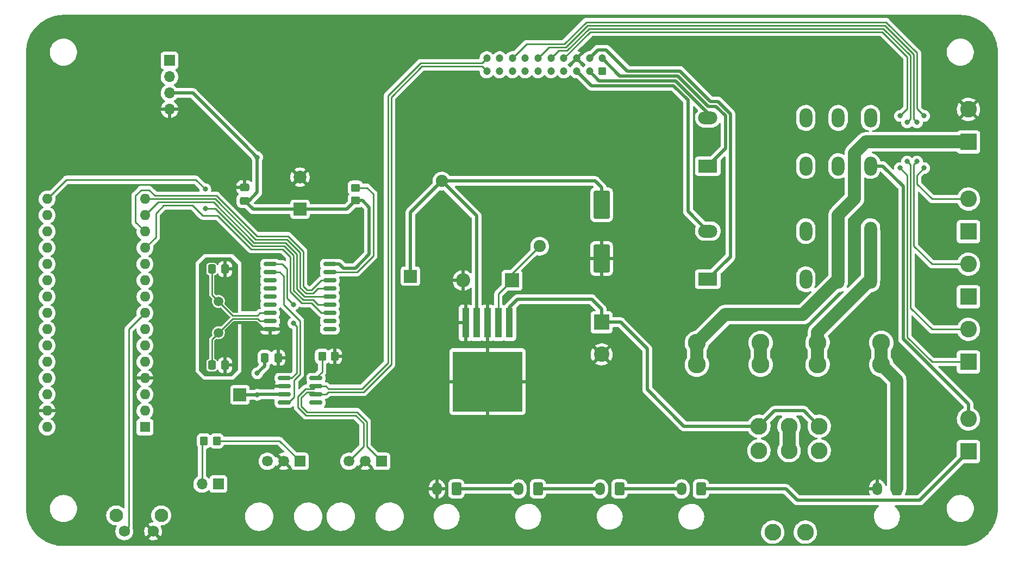
<source format=gtl>
G04 #@! TF.GenerationSoftware,KiCad,Pcbnew,(6.0.8-1)-1*
G04 #@! TF.CreationDate,2022-12-30T12:25:55-08:00*
G04 #@! TF.ProjectId,Urban Battery - BMS_complement,55726261-6e20-4426-9174-74657279202d,rev?*
G04 #@! TF.SameCoordinates,Original*
G04 #@! TF.FileFunction,Copper,L1,Top*
G04 #@! TF.FilePolarity,Positive*
%FSLAX46Y46*%
G04 Gerber Fmt 4.6, Leading zero omitted, Abs format (unit mm)*
G04 Created by KiCad (PCBNEW (6.0.8-1)-1) date 2022-12-30 12:25:55*
%MOMM*%
%LPD*%
G01*
G04 APERTURE LIST*
G04 Aperture macros list*
%AMRoundRect*
0 Rectangle with rounded corners*
0 $1 Rounding radius*
0 $2 $3 $4 $5 $6 $7 $8 $9 X,Y pos of 4 corners*
0 Add a 4 corners polygon primitive as box body*
4,1,4,$2,$3,$4,$5,$6,$7,$8,$9,$2,$3,0*
0 Add four circle primitives for the rounded corners*
1,1,$1+$1,$2,$3*
1,1,$1+$1,$4,$5*
1,1,$1+$1,$6,$7*
1,1,$1+$1,$8,$9*
0 Add four rect primitives between the rounded corners*
20,1,$1+$1,$2,$3,$4,$5,0*
20,1,$1+$1,$4,$5,$6,$7,0*
20,1,$1+$1,$6,$7,$8,$9,0*
20,1,$1+$1,$8,$9,$2,$3,0*%
G04 Aperture macros list end*
G04 #@! TA.AperFunction,ComponentPad*
%ADD10RoundRect,0.250001X0.499999X0.759999X-0.499999X0.759999X-0.499999X-0.759999X0.499999X-0.759999X0*%
G04 #@! TD*
G04 #@! TA.AperFunction,ComponentPad*
%ADD11O,1.500000X2.020000*%
G04 #@! TD*
G04 #@! TA.AperFunction,ComponentPad*
%ADD12R,2.600000X2.600000*%
G04 #@! TD*
G04 #@! TA.AperFunction,ComponentPad*
%ADD13C,2.600000*%
G04 #@! TD*
G04 #@! TA.AperFunction,ComponentPad*
%ADD14R,1.600000X1.600000*%
G04 #@! TD*
G04 #@! TA.AperFunction,ComponentPad*
%ADD15O,1.600000X1.600000*%
G04 #@! TD*
G04 #@! TA.AperFunction,SMDPad,CuDef*
%ADD16R,2.000000X2.000000*%
G04 #@! TD*
G04 #@! TA.AperFunction,SMDPad,CuDef*
%ADD17RoundRect,0.250000X0.337500X0.475000X-0.337500X0.475000X-0.337500X-0.475000X0.337500X-0.475000X0*%
G04 #@! TD*
G04 #@! TA.AperFunction,ComponentPad*
%ADD18C,2.780000*%
G04 #@! TD*
G04 #@! TA.AperFunction,SMDPad,CuDef*
%ADD19RoundRect,0.150000X-0.875000X-0.150000X0.875000X-0.150000X0.875000X0.150000X-0.875000X0.150000X0*%
G04 #@! TD*
G04 #@! TA.AperFunction,ComponentPad*
%ADD20R,2.400000X2.400000*%
G04 #@! TD*
G04 #@! TA.AperFunction,ComponentPad*
%ADD21C,2.400000*%
G04 #@! TD*
G04 #@! TA.AperFunction,SMDPad,CuDef*
%ADD22RoundRect,0.250000X-0.350000X-0.450000X0.350000X-0.450000X0.350000X0.450000X-0.350000X0.450000X0*%
G04 #@! TD*
G04 #@! TA.AperFunction,ComponentPad*
%ADD23O,2.000000X3.000000*%
G04 #@! TD*
G04 #@! TA.AperFunction,ComponentPad*
%ADD24R,3.000000X2.000000*%
G04 #@! TD*
G04 #@! TA.AperFunction,ComponentPad*
%ADD25O,3.000000X2.000000*%
G04 #@! TD*
G04 #@! TA.AperFunction,SMDPad,CuDef*
%ADD26RoundRect,0.250000X0.475000X-0.337500X0.475000X0.337500X-0.475000X0.337500X-0.475000X-0.337500X0*%
G04 #@! TD*
G04 #@! TA.AperFunction,ComponentPad*
%ADD27R,2.200000X2.200000*%
G04 #@! TD*
G04 #@! TA.AperFunction,ComponentPad*
%ADD28O,2.200000X2.200000*%
G04 #@! TD*
G04 #@! TA.AperFunction,ComponentPad*
%ADD29R,1.700000X1.700000*%
G04 #@! TD*
G04 #@! TA.AperFunction,ComponentPad*
%ADD30O,1.700000X1.700000*%
G04 #@! TD*
G04 #@! TA.AperFunction,ComponentPad*
%ADD31C,1.500000*%
G04 #@! TD*
G04 #@! TA.AperFunction,SMDPad,CuDef*
%ADD32RoundRect,0.250000X-1.000000X1.950000X-1.000000X-1.950000X1.000000X-1.950000X1.000000X1.950000X0*%
G04 #@! TD*
G04 #@! TA.AperFunction,ComponentPad*
%ADD33R,1.690000X1.690000*%
G04 #@! TD*
G04 #@! TA.AperFunction,ComponentPad*
%ADD34C,1.690000*%
G04 #@! TD*
G04 #@! TA.AperFunction,ComponentPad*
%ADD35C,2.616200*%
G04 #@! TD*
G04 #@! TA.AperFunction,SMDPad,CuDef*
%ADD36RoundRect,0.150000X-0.825000X-0.150000X0.825000X-0.150000X0.825000X0.150000X-0.825000X0.150000X0*%
G04 #@! TD*
G04 #@! TA.AperFunction,ComponentPad*
%ADD37RoundRect,0.250000X0.350000X0.350000X-0.350000X0.350000X-0.350000X-0.350000X0.350000X-0.350000X0*%
G04 #@! TD*
G04 #@! TA.AperFunction,ComponentPad*
%ADD38C,1.200000*%
G04 #@! TD*
G04 #@! TA.AperFunction,SMDPad,CuDef*
%ADD39RoundRect,0.250000X0.450000X-0.350000X0.450000X0.350000X-0.450000X0.350000X-0.450000X-0.350000X0*%
G04 #@! TD*
G04 #@! TA.AperFunction,ComponentPad*
%ADD40C,1.900000*%
G04 #@! TD*
G04 #@! TA.AperFunction,ComponentPad*
%ADD41C,2.100000*%
G04 #@! TD*
G04 #@! TA.AperFunction,ComponentPad*
%ADD42C,1.750000*%
G04 #@! TD*
G04 #@! TA.AperFunction,ComponentPad*
%ADD43R,2.000000X2.000000*%
G04 #@! TD*
G04 #@! TA.AperFunction,ComponentPad*
%ADD44C,2.000000*%
G04 #@! TD*
G04 #@! TA.AperFunction,SMDPad,CuDef*
%ADD45R,1.100000X4.600000*%
G04 #@! TD*
G04 #@! TA.AperFunction,SMDPad,CuDef*
%ADD46R,10.800000X9.400000*%
G04 #@! TD*
G04 #@! TA.AperFunction,ViaPad*
%ADD47C,0.800000*%
G04 #@! TD*
G04 #@! TA.AperFunction,Conductor*
%ADD48C,0.508000*%
G04 #@! TD*
G04 #@! TA.AperFunction,Conductor*
%ADD49C,0.254000*%
G04 #@! TD*
G04 #@! TA.AperFunction,Conductor*
%ADD50C,0.500000*%
G04 #@! TD*
G04 #@! TA.AperFunction,Conductor*
%ADD51C,2.032000*%
G04 #@! TD*
G04 #@! TA.AperFunction,Conductor*
%ADD52C,0.250000*%
G04 #@! TD*
G04 APERTURE END LIST*
D10*
X181840000Y-125220000D03*
D11*
X178840000Y-125220000D03*
D12*
X223520000Y-71120000D03*
D13*
X223520000Y-66040000D03*
D10*
X212320000Y-125220000D03*
D11*
X209320000Y-125220000D03*
D14*
X95240000Y-115570000D03*
D15*
X95240000Y-113030000D03*
X95240000Y-110490000D03*
X95240000Y-107950000D03*
X95240000Y-105410000D03*
X95240000Y-102870000D03*
X95240000Y-100330000D03*
X95240000Y-97790000D03*
X95240000Y-95250000D03*
X95240000Y-92710000D03*
X95240000Y-90170000D03*
X95240000Y-87630000D03*
X95240000Y-85090000D03*
X95240000Y-82550000D03*
X95240000Y-80010000D03*
X80000000Y-80010000D03*
X80000000Y-82550000D03*
X80000000Y-85090000D03*
X80000000Y-87630000D03*
X80000000Y-90170000D03*
X80000000Y-92710000D03*
X80000000Y-95250000D03*
X80000000Y-97790000D03*
X80000000Y-100330000D03*
X80000000Y-102870000D03*
X80000000Y-105410000D03*
X80000000Y-107950000D03*
X80000000Y-110490000D03*
X80000000Y-113030000D03*
X80000000Y-115570000D03*
D12*
X223520000Y-85095000D03*
D13*
X223520000Y-80015000D03*
D16*
X110032800Y-110540800D03*
X212090000Y-71120000D03*
D17*
X107717500Y-90932000D03*
X105642500Y-90932000D03*
D18*
X181222000Y-102440000D03*
X181222000Y-105840000D03*
X191142000Y-105840000D03*
X191142000Y-102440000D03*
D19*
X114730000Y-90170000D03*
X114730000Y-91440000D03*
X114730000Y-92710000D03*
X114730000Y-93980000D03*
X114730000Y-95250000D03*
X114730000Y-96520000D03*
X114730000Y-97790000D03*
X114730000Y-99060000D03*
X114730000Y-100330000D03*
X124030000Y-100330000D03*
X124030000Y-99060000D03*
X124030000Y-97790000D03*
X124030000Y-96520000D03*
X124030000Y-95250000D03*
X124030000Y-93980000D03*
X124030000Y-92710000D03*
X124030000Y-91440000D03*
X124030000Y-90170000D03*
D20*
X166370000Y-99232323D03*
D21*
X166370000Y-104232323D03*
D10*
X169140000Y-125220000D03*
D11*
X166140000Y-125220000D03*
D22*
X122825000Y-104542500D03*
X124825000Y-104542500D03*
D10*
X143740000Y-125220000D03*
D11*
X140740000Y-125220000D03*
D23*
X208262000Y-74870000D03*
X208262000Y-67370000D03*
X198182000Y-67370000D03*
X198182000Y-74870000D03*
D24*
X182922000Y-74870000D03*
D25*
X182922000Y-67370000D03*
D23*
X203222000Y-74870000D03*
X203222000Y-67370000D03*
D12*
X223520000Y-105410000D03*
D13*
X223520000Y-100330000D03*
D26*
X110744000Y-80285500D03*
X110744000Y-78210500D03*
D27*
X152400000Y-92710000D03*
D28*
X144780000Y-92710000D03*
D29*
X106680000Y-124460000D03*
D30*
X104140000Y-124460000D03*
D10*
X156440000Y-125220000D03*
D11*
X153440000Y-125220000D03*
D31*
X106680000Y-95975000D03*
X106680000Y-100855000D03*
D32*
X166370000Y-80890000D03*
X166370000Y-89290000D03*
D33*
X119380000Y-120905000D03*
D34*
X116840000Y-120905000D03*
X114300000Y-120905000D03*
D12*
X223520000Y-119380000D03*
D13*
X223520000Y-114300000D03*
D35*
X193040000Y-131953000D03*
X198120000Y-131953000D03*
X200279000Y-119253000D03*
X195580000Y-119253000D03*
X190881000Y-119253000D03*
X200279000Y-115443000D03*
X195580000Y-115443000D03*
X190881000Y-115443000D03*
D33*
X132080000Y-120905000D03*
D34*
X129540000Y-120905000D03*
X127000000Y-120905000D03*
D16*
X136601200Y-92049600D03*
D12*
X223520000Y-95250000D03*
D13*
X223520000Y-90170000D03*
D36*
X116905000Y-107950000D03*
X116905000Y-109220000D03*
X116905000Y-110490000D03*
X116905000Y-111760000D03*
X121855000Y-111760000D03*
X121855000Y-110490000D03*
X121855000Y-109220000D03*
X121855000Y-107950000D03*
D29*
X99060000Y-58420000D03*
D30*
X99060000Y-60960000D03*
X99060000Y-63500000D03*
X99060000Y-66040000D03*
D22*
X104410000Y-117729000D03*
X106410000Y-117729000D03*
D37*
X166480000Y-60080000D03*
D38*
X166480000Y-58080000D03*
X164480000Y-60080000D03*
X164480000Y-58080000D03*
X162480000Y-60080000D03*
X162480000Y-58080000D03*
X160480000Y-60080000D03*
X160480000Y-58080000D03*
X158480000Y-60080000D03*
X158480000Y-58080000D03*
X156480000Y-60080000D03*
X156480000Y-58080000D03*
X154480000Y-60080000D03*
X154480000Y-58080000D03*
X152480000Y-60080000D03*
X152480000Y-58080000D03*
X150480000Y-60080000D03*
X150480000Y-58080000D03*
X148480000Y-60080000D03*
X148480000Y-58080000D03*
D39*
X128016000Y-80248000D03*
X128016000Y-78248000D03*
D40*
X156718000Y-87376000D03*
X141478000Y-77216000D03*
D41*
X90760000Y-129338500D03*
X97770000Y-129338500D03*
D42*
X96520000Y-131828500D03*
X92020000Y-131828500D03*
D43*
X119380000Y-81615677D03*
D44*
X119380000Y-76615677D03*
D23*
X208262000Y-85023000D03*
X208262000Y-92523000D03*
X198182000Y-92523000D03*
X198182000Y-85023000D03*
D24*
X182922000Y-92523000D03*
D25*
X182922000Y-85023000D03*
D23*
X203222000Y-85023000D03*
X203222000Y-92523000D03*
D17*
X115972500Y-104775000D03*
X113897500Y-104775000D03*
D18*
X200018000Y-105840000D03*
X200018000Y-102440000D03*
X209938000Y-102440000D03*
X209938000Y-105840000D03*
D17*
X107717500Y-105918000D03*
X105642500Y-105918000D03*
D45*
X151990000Y-99320000D03*
X150290000Y-99320000D03*
D46*
X148590000Y-108470000D03*
D45*
X148590000Y-99320000D03*
X146890000Y-99320000D03*
X145190000Y-99320000D03*
D47*
X108458000Y-95504000D03*
X104648000Y-95504000D03*
X104902000Y-101346000D03*
X108458000Y-101346000D03*
X104648000Y-81534000D03*
X104648000Y-78486000D03*
X112725200Y-107188000D03*
X112725200Y-73507600D03*
X112725200Y-110540800D03*
X212852000Y-67056000D03*
X212852000Y-75184000D03*
X213969600Y-74168000D03*
X213969600Y-68072000D03*
X215493600Y-74168000D03*
X215493600Y-68072000D03*
X216611200Y-75184000D03*
X216611200Y-67056000D03*
X118364000Y-99364800D03*
X118364000Y-96469200D03*
D48*
X108458000Y-100330000D02*
X109474000Y-99314000D01*
X109474000Y-99314000D02*
X112522000Y-99314000D01*
X114730000Y-100330000D02*
X113538000Y-100330000D01*
X113538000Y-100330000D02*
X112522000Y-99314000D01*
X108458000Y-101346000D02*
X108458000Y-100330000D01*
D49*
X92710000Y-100320000D02*
X92710000Y-131138500D01*
X92710000Y-131138500D02*
X92020000Y-131828500D01*
X95240000Y-97790000D02*
X92710000Y-100320000D01*
X107485580Y-83522420D02*
X106563960Y-82600800D01*
X96916400Y-85953600D02*
X96926400Y-85953600D01*
X121208800Y-96266000D02*
X122732800Y-97790000D01*
X97180400Y-81991200D02*
X96926400Y-82245200D01*
X117856000Y-89001600D02*
X117856000Y-94458860D01*
X122732800Y-97790000D02*
X124030000Y-97790000D01*
X104241600Y-82600800D02*
X102666800Y-81026000D01*
X104648000Y-82600800D02*
X104241600Y-82600800D01*
X111796359Y-87833199D02*
X116687600Y-87833200D01*
X95240000Y-87630000D02*
X96916400Y-85953600D01*
X102666800Y-81026000D02*
X98145600Y-81026000D01*
X116687600Y-87833200D02*
X117856000Y-89001600D01*
X107485580Y-83522420D02*
X111796359Y-87833199D01*
X119663140Y-96266000D02*
X121208800Y-96266000D01*
X106563960Y-82600800D02*
X104648000Y-82600800D01*
X98145600Y-81026000D02*
X97180400Y-81991200D01*
X96926400Y-82245200D02*
X96926400Y-85953600D01*
X117856000Y-94458860D02*
X119663140Y-96266000D01*
X120504820Y-94234000D02*
X119888000Y-93617180D01*
X122725580Y-92710000D02*
X121201580Y-94234000D01*
X119888000Y-88159920D02*
X117529281Y-85801201D01*
X93776800Y-83626800D02*
X95240000Y-85090000D01*
X94640400Y-78587600D02*
X93776800Y-79451200D01*
X95859600Y-78587600D02*
X94640400Y-78587600D01*
X117529281Y-85801201D02*
X112681621Y-85801201D01*
X121201580Y-94234000D02*
X120504820Y-94234000D01*
X124030000Y-92710000D02*
X122725580Y-92710000D01*
X93776800Y-79451200D02*
X93776800Y-83626800D01*
X106382420Y-79502000D02*
X96774000Y-79502000D01*
X112681621Y-85801201D02*
X106382420Y-79502000D01*
X119888000Y-93617180D02*
X119888000Y-88159920D01*
X96774000Y-79502000D02*
X95859600Y-78587600D01*
X117108441Y-86817201D02*
X118872000Y-88580760D01*
X95240000Y-82550000D02*
X97272000Y-80518000D01*
X105918000Y-80518000D02*
X112217200Y-86817200D01*
X120083980Y-95250000D02*
X124030000Y-95250000D01*
X118872001Y-94038021D02*
X120083980Y-95250000D01*
X112217200Y-86817200D02*
X117108441Y-86817201D01*
X97272000Y-80518000D02*
X105918000Y-80518000D01*
X118872000Y-88580760D02*
X118872001Y-94038021D01*
X117318862Y-86309202D02*
X119380000Y-88370340D01*
X95240000Y-80010000D02*
X106172000Y-80010000D01*
X119380000Y-88370340D02*
X119380000Y-93827600D01*
X122174000Y-93980000D02*
X124030000Y-93980000D01*
X120294400Y-94742000D02*
X121412000Y-94742000D01*
X119380000Y-93827600D02*
X120294400Y-94742000D01*
X121412000Y-94742000D02*
X122174000Y-93980000D01*
X112471200Y-86309200D02*
X117318862Y-86309202D01*
X106172000Y-80010000D02*
X112471200Y-86309200D01*
X116898020Y-87325200D02*
X118364000Y-88791180D01*
X104648000Y-78486000D02*
X103174800Y-77012800D01*
X106879590Y-82198010D02*
X112006780Y-87325200D01*
X106215580Y-81534000D02*
X104648000Y-81534000D01*
X106879590Y-82198010D02*
X106215580Y-81534000D01*
X119873560Y-95758000D02*
X121419220Y-95758000D01*
X103174800Y-77012800D02*
X82997200Y-77012800D01*
X122181220Y-96520000D02*
X124030000Y-96520000D01*
X82997200Y-77012800D02*
X80000000Y-80010000D01*
X112006780Y-87325200D02*
X116898020Y-87325200D01*
X121419220Y-95758000D02*
X122181220Y-96520000D01*
X118364002Y-94248442D02*
X119873560Y-95758000D01*
X118364000Y-88791180D02*
X118364002Y-94248442D01*
D48*
X113897500Y-104775000D02*
X113897500Y-106015700D01*
X128016000Y-80248000D02*
X129117600Y-80248000D01*
X130175000Y-88636974D02*
X128006974Y-90805000D01*
X119380000Y-81615677D02*
X112074177Y-81615677D01*
X129117600Y-80248000D02*
X130175000Y-81305400D01*
X116905000Y-110490000D02*
X112776000Y-110490000D01*
X126648323Y-81615677D02*
X119380000Y-81615677D01*
X110744000Y-80285500D02*
X111433700Y-80285500D01*
X126161800Y-90805000D02*
X125526800Y-90170000D01*
X130175000Y-81305400D02*
X130175000Y-88636974D01*
X110642400Y-71424800D02*
X102717600Y-63500000D01*
X112725200Y-78994000D02*
X112725200Y-73507600D01*
X125526800Y-90170000D02*
X124030000Y-90170000D01*
X102717600Y-63500000D02*
X99060000Y-63500000D01*
X128016000Y-80248000D02*
X126648323Y-81615677D01*
X111433700Y-80285500D02*
X112725200Y-78994000D01*
X128006974Y-90805000D02*
X126161800Y-90805000D01*
X113897500Y-106015700D02*
X112725200Y-107188000D01*
X112074177Y-81615677D02*
X110744000Y-80285500D01*
X112776000Y-110490000D02*
X112725200Y-110540800D01*
X112725200Y-110540800D02*
X110032800Y-110540800D01*
X112725200Y-73507600D02*
X110642400Y-71424800D01*
X165354000Y-77216000D02*
X166370000Y-78232000D01*
X146890000Y-82628000D02*
X141478000Y-77216000D01*
X166370000Y-78232000D02*
X166370000Y-80890000D01*
X146890000Y-99320000D02*
X146890000Y-82628000D01*
X141478000Y-77216000D02*
X165354000Y-77216000D01*
X136601200Y-92049600D02*
X136601200Y-82092800D01*
X136601200Y-82092800D02*
X141478000Y-77216000D01*
X197866000Y-113030000D02*
X193294000Y-113030000D01*
X153289000Y-95631000D02*
X164820600Y-95631000D01*
X164820600Y-95631000D02*
X166370000Y-97180400D01*
X190881000Y-115443000D02*
X193294000Y-113030000D01*
D50*
X179019200Y-115265200D02*
X179197000Y-115443000D01*
D48*
X151990000Y-96930000D02*
X153289000Y-95631000D01*
X173482000Y-109728000D02*
X179019200Y-115265200D01*
X173482000Y-103378000D02*
X173482000Y-109728000D01*
X200279000Y-115443000D02*
X197866000Y-113030000D01*
X166370000Y-99232323D02*
X169336323Y-99232323D01*
D50*
X173405800Y-103301800D02*
X173482000Y-103378000D01*
D48*
X169336323Y-99232323D02*
X173405800Y-103301800D01*
X179197000Y-115443000D02*
X190881000Y-115443000D01*
X166370000Y-97180400D02*
X166370000Y-99232323D01*
X151990000Y-99320000D02*
X151990000Y-96930000D01*
D49*
X150290000Y-94820000D02*
X150290000Y-99320000D01*
X152400000Y-91694000D02*
X156718000Y-87376000D01*
X152400000Y-92710000D02*
X150290000Y-94820000D01*
X152400000Y-92710000D02*
X152400000Y-91694000D01*
D51*
X181222000Y-102440000D02*
X185618000Y-98044000D01*
X203222000Y-82528000D02*
X205740000Y-80010000D01*
X207518000Y-71120000D02*
X205740000Y-72898000D01*
X205740000Y-72898000D02*
X205740000Y-80010000D01*
X223520000Y-71120000D02*
X207518000Y-71120000D01*
X197701000Y-98044000D02*
X203222000Y-92523000D01*
X203222000Y-85023000D02*
X203222000Y-82528000D01*
X181222000Y-102440000D02*
X181222000Y-105840000D01*
X185618000Y-98044000D02*
X197701000Y-98044000D01*
X203222000Y-85023000D02*
X203222000Y-92523000D01*
X195580000Y-115443000D02*
X195580000Y-119253000D01*
X191142000Y-102440000D02*
X191142000Y-105840000D01*
D48*
X166480000Y-58080000D02*
X169207600Y-60807600D01*
X185674000Y-67056000D02*
X185674000Y-72118000D01*
X178228060Y-60807600D02*
X183003260Y-65582800D01*
X185674000Y-72118000D02*
X182922000Y-74870000D01*
X184200800Y-65582800D02*
X185674000Y-67056000D01*
X169207600Y-60807600D02*
X178228060Y-60807600D01*
X183003260Y-65582800D02*
X184200800Y-65582800D01*
X165969600Y-61569600D02*
X177912430Y-61569600D01*
X164480000Y-60080000D02*
X165969600Y-61569600D01*
X182922000Y-66579170D02*
X182922000Y-67370000D01*
X177912430Y-61569600D02*
X182922000Y-66579170D01*
X167081200Y-56743600D02*
X170383200Y-60045600D01*
X184516431Y-64820800D02*
X186436000Y-66740369D01*
X186436000Y-66740369D02*
X186436000Y-89009000D01*
X186436000Y-89009000D02*
X182922000Y-92523000D01*
X183318890Y-64820800D02*
X184516431Y-64820800D01*
X164480000Y-58080000D02*
X165816400Y-56743600D01*
X178543690Y-60045600D02*
X183318890Y-64820800D01*
X165816400Y-56743600D02*
X167081200Y-56743600D01*
X170383200Y-60045600D02*
X178543690Y-60045600D01*
X162480000Y-60080000D02*
X164731600Y-62331600D01*
X179832000Y-81933000D02*
X182922000Y-85023000D01*
X177596800Y-62331600D02*
X179832000Y-64566800D01*
X179832000Y-64566800D02*
X179832000Y-81933000D01*
X164731600Y-62331600D02*
X177596800Y-62331600D01*
D49*
X213969600Y-76301600D02*
X212852000Y-75184000D01*
X164610400Y-53949600D02*
X160480000Y-58080000D01*
X213969600Y-101549200D02*
X213969600Y-76301600D01*
X213969601Y-57861201D02*
X213969600Y-65938400D01*
X213969601Y-57861201D02*
X210058000Y-53949600D01*
X210058000Y-53949600D02*
X164610400Y-53949600D01*
X217830400Y-105410000D02*
X213969600Y-101549200D01*
X213969600Y-65938400D02*
X212852000Y-67056000D01*
X223520000Y-105410000D02*
X217830400Y-105410000D01*
X214477600Y-67564000D02*
X213969600Y-68072000D01*
X217830400Y-100330000D02*
X214477600Y-96977200D01*
X214477600Y-74676000D02*
X213969600Y-74168000D01*
X210268420Y-53441600D02*
X214477600Y-57650780D01*
X214477600Y-74676000D02*
X214477600Y-96977200D01*
X159683810Y-56876190D02*
X160965390Y-56876190D01*
X214477600Y-67564000D02*
X214477600Y-57650780D01*
X160965390Y-56876190D02*
X164399980Y-53441600D01*
X164399980Y-53441600D02*
X210268420Y-53441600D01*
X158480000Y-58080000D02*
X159683810Y-56876190D01*
X223520000Y-100330000D02*
X217830400Y-100330000D01*
X214985600Y-67564000D02*
X214985599Y-57440359D01*
X214985600Y-67564000D02*
X215493600Y-68072000D01*
X164189560Y-52933600D02*
X210478840Y-52933600D01*
X214985600Y-74676000D02*
X214985600Y-87325200D01*
X158191809Y-56368191D02*
X160754969Y-56368191D01*
X160754969Y-56368191D02*
X164189560Y-52933600D01*
X217830400Y-90170000D02*
X214985600Y-87325200D01*
X223520000Y-90170000D02*
X217830400Y-90170000D01*
X210478840Y-52933600D02*
X214985599Y-57440359D01*
X156480000Y-58080000D02*
X158191809Y-56368191D01*
X214985600Y-74676000D02*
X215493600Y-74168000D01*
X163979140Y-52425600D02*
X210689260Y-52425600D01*
X215493600Y-76301600D02*
X216611200Y-75184000D01*
X160544549Y-55860191D02*
X163979140Y-52425600D01*
X154699809Y-55860191D02*
X160544549Y-55860191D01*
X217835400Y-80015000D02*
X215493600Y-77673200D01*
X223520000Y-80015000D02*
X217835400Y-80015000D01*
X215493598Y-57229938D02*
X215493598Y-65938398D01*
X215493598Y-65938398D02*
X216611200Y-67056000D01*
X215493600Y-76301600D02*
X215493600Y-77673200D01*
X152480000Y-58080000D02*
X154699809Y-55860191D01*
X210689260Y-52425600D02*
X215493598Y-57229938D01*
X129794001Y-118619001D02*
X132080000Y-120905000D01*
X116204000Y-117729000D02*
X119380000Y-120905000D01*
X119583200Y-112315188D02*
X120501212Y-113233200D01*
X120475811Y-110109001D02*
X119583200Y-111001612D01*
X129264212Y-110109000D02*
X123825001Y-110109001D01*
X120501212Y-113233200D02*
X128273612Y-113233200D01*
X121474001Y-110109001D02*
X120475811Y-110109001D01*
X106410000Y-117729000D02*
X116204000Y-117729000D01*
X147734001Y-59334001D02*
X138383212Y-59334000D01*
X148480000Y-60080000D02*
X147734001Y-59334001D01*
X133604000Y-64113212D02*
X133604000Y-105769212D01*
X138383212Y-59334000D02*
X133604000Y-64113212D01*
X121855000Y-110490000D02*
X123444002Y-110490000D01*
X129794001Y-114753589D02*
X129794001Y-118619001D01*
X121855000Y-110490000D02*
X121474001Y-110109001D01*
X119583200Y-111001612D02*
X119583200Y-112315188D01*
X133604000Y-105769212D02*
X129264212Y-110109000D01*
X123444002Y-110490000D02*
X123825001Y-110109001D01*
X128273612Y-113233200D02*
X129794001Y-114753589D01*
X133096000Y-105558788D02*
X129053788Y-109601000D01*
X129053788Y-109601000D02*
X123825001Y-109600999D01*
X121474001Y-109600999D02*
X120265389Y-109600999D01*
X133096000Y-63902788D02*
X133096000Y-105558788D01*
X129285999Y-114964011D02*
X129285999Y-118619001D01*
X121855000Y-109220000D02*
X123444002Y-109220000D01*
X120290788Y-113741200D02*
X128063188Y-113741200D01*
X138172788Y-58826000D02*
X133096000Y-63902788D01*
X129285999Y-118619001D02*
X127000000Y-120905000D01*
X147734001Y-58825999D02*
X138172788Y-58826000D01*
X128063188Y-113741200D02*
X129285999Y-114964011D01*
X148480000Y-58080000D02*
X147734001Y-58825999D01*
X123444002Y-109220000D02*
X123825001Y-109600999D01*
X121855000Y-109220000D02*
X121474001Y-109600999D01*
X119075200Y-110791188D02*
X119075200Y-112525612D01*
X120265389Y-109600999D02*
X119075200Y-110791188D01*
X119075200Y-112525612D02*
X120290788Y-113741200D01*
D52*
X121855000Y-107950000D02*
X122825000Y-106980000D01*
X122825000Y-106980000D02*
X122825000Y-104542500D01*
D49*
X106680000Y-95975000D02*
X108865999Y-98160999D01*
X108865999Y-98160999D02*
X112776000Y-98161000D01*
X105642500Y-94937500D02*
X106680000Y-95975000D01*
X113147000Y-97790000D02*
X112776000Y-98161000D01*
X105642500Y-90932000D02*
X105642500Y-94937500D01*
X114730000Y-97790000D02*
X113147000Y-97790000D01*
X105642500Y-105918000D02*
X105642500Y-101892500D01*
X113167000Y-99060000D02*
X112776000Y-98669000D01*
X108865999Y-98669001D02*
X112776000Y-98669000D01*
X114730000Y-99060000D02*
X113167000Y-99060000D01*
X105642500Y-101892500D02*
X106680000Y-100855000D01*
X106680000Y-100855000D02*
X108865999Y-98669001D01*
D51*
X200018000Y-102440000D02*
X200018000Y-105840000D01*
X200018000Y-102440000D02*
X200018000Y-100767000D01*
X200018000Y-100767000D02*
X208262000Y-92523000D01*
X208262000Y-92523000D02*
X208262000Y-85023000D01*
D49*
X117348001Y-94669281D02*
X117348001Y-95453201D01*
X118872001Y-107137199D02*
X118872001Y-99872801D01*
X114730000Y-90170000D02*
X116636800Y-90170000D01*
X118059200Y-107950000D02*
X118872001Y-107137199D01*
X117348001Y-95453201D02*
X118364000Y-96469200D01*
X116905000Y-107950000D02*
X118059200Y-107950000D01*
X116636800Y-90170000D02*
X117348000Y-90881200D01*
X118872001Y-99872801D02*
X118364000Y-99364800D01*
X117348000Y-90881200D02*
X117348001Y-94669281D01*
X116905000Y-111760000D02*
X117648408Y-111760000D01*
X118488804Y-108238816D02*
X119380001Y-107347619D01*
X116840002Y-96469202D02*
X116840000Y-92049600D01*
X116230400Y-91440000D02*
X114730000Y-91440000D01*
X119380001Y-107347619D02*
X119380001Y-99009201D01*
X116840000Y-92049600D02*
X116230400Y-91440000D01*
X119380001Y-99009201D02*
X116840002Y-96469202D01*
X118488804Y-110919604D02*
X118488804Y-108238816D01*
X117648408Y-111760000D02*
X118488804Y-110919604D01*
D48*
X178840000Y-125220000D02*
X169140000Y-125220000D01*
D49*
X129810000Y-78248000D02*
X130810000Y-79248000D01*
X130810000Y-88900000D02*
X130810000Y-79248000D01*
X128016000Y-78248000D02*
X129810000Y-78248000D01*
X128270000Y-91440000D02*
X130810000Y-88900000D01*
X124030000Y-91440000D02*
X128270000Y-91440000D01*
D48*
X213334600Y-101812226D02*
X213334600Y-78054200D01*
X210150400Y-74870000D02*
X208262000Y-74870000D01*
X223520000Y-111997626D02*
X213334600Y-101812226D01*
X213334600Y-78054200D02*
X210150400Y-74870000D01*
X223520000Y-114300000D02*
X223520000Y-111997626D01*
X166140000Y-125220000D02*
X156440000Y-125220000D01*
X143740000Y-125220000D02*
X153440000Y-125220000D01*
D49*
X104140000Y-117999000D02*
X104410000Y-117729000D01*
X104140000Y-124460000D02*
X104140000Y-117999000D01*
D51*
X212320000Y-125220000D02*
X212320000Y-108222000D01*
X212320000Y-108222000D02*
X209938000Y-105840000D01*
X209938000Y-102440000D02*
X209938000Y-105840000D01*
D48*
X195070000Y-125220000D02*
X196850000Y-127000000D01*
X181840000Y-125220000D02*
X195070000Y-125220000D01*
X215900000Y-127000000D02*
X223520000Y-119380000D01*
X196850000Y-127000000D02*
X215900000Y-127000000D01*
G04 #@! TA.AperFunction,Conductor*
G36*
X108727931Y-89174002D02*
G01*
X108748905Y-89190905D01*
X109691095Y-90133095D01*
X109725121Y-90195407D01*
X109728000Y-90222190D01*
X109728000Y-97653499D01*
X109707998Y-97721620D01*
X109654342Y-97768113D01*
X109602000Y-97779499D01*
X109076211Y-97779499D01*
X109008090Y-97759497D01*
X108987116Y-97742594D01*
X107664105Y-96419582D01*
X107630079Y-96357270D01*
X107633642Y-96290716D01*
X107662331Y-96204474D01*
X107662333Y-96204467D01*
X107664277Y-96198622D01*
X107688966Y-96003183D01*
X107689360Y-95975000D01*
X107670137Y-95778948D01*
X107613200Y-95590363D01*
X107520717Y-95416429D01*
X107396212Y-95263770D01*
X107280586Y-95168116D01*
X107249177Y-95142132D01*
X107249174Y-95142130D01*
X107244427Y-95138203D01*
X107071143Y-95044508D01*
X106882960Y-94986256D01*
X106876835Y-94985612D01*
X106876834Y-94985612D01*
X106693176Y-94966309D01*
X106693174Y-94966309D01*
X106687047Y-94965665D01*
X106605018Y-94973130D01*
X106497004Y-94982960D01*
X106497001Y-94982961D01*
X106490865Y-94983519D01*
X106484959Y-94985257D01*
X106484955Y-94985258D01*
X106359574Y-95022160D01*
X106288577Y-95022205D01*
X106234904Y-94990381D01*
X106060905Y-94816382D01*
X106026879Y-94754070D01*
X106024000Y-94727287D01*
X106024000Y-92016661D01*
X106044002Y-91948540D01*
X106097658Y-91902047D01*
X106105771Y-91898679D01*
X106141804Y-91885171D01*
X106224764Y-91854071D01*
X106231943Y-91848691D01*
X106231946Y-91848689D01*
X106333224Y-91772785D01*
X106340404Y-91767404D01*
X106427071Y-91651764D01*
X106430223Y-91643355D01*
X106434181Y-91636126D01*
X106484438Y-91585979D01*
X106553829Y-91570964D01*
X106620322Y-91595848D01*
X106664226Y-91656757D01*
X106686588Y-91723784D01*
X106692761Y-91736962D01*
X106778063Y-91874807D01*
X106787099Y-91886208D01*
X106901829Y-92000739D01*
X106913240Y-92009751D01*
X107051243Y-92094816D01*
X107064424Y-92100963D01*
X107218710Y-92152138D01*
X107232086Y-92155005D01*
X107326438Y-92164672D01*
X107332854Y-92165000D01*
X107445385Y-92165000D01*
X107460624Y-92160525D01*
X107461829Y-92159135D01*
X107463500Y-92151452D01*
X107463500Y-92146884D01*
X107971500Y-92146884D01*
X107975975Y-92162123D01*
X107977365Y-92163328D01*
X107985048Y-92164999D01*
X108102095Y-92164999D01*
X108108614Y-92164662D01*
X108204206Y-92154743D01*
X108217600Y-92151851D01*
X108371784Y-92100412D01*
X108384962Y-92094239D01*
X108522807Y-92008937D01*
X108534208Y-91999901D01*
X108648739Y-91885171D01*
X108657751Y-91873760D01*
X108742816Y-91735757D01*
X108748963Y-91722576D01*
X108800138Y-91568290D01*
X108803005Y-91554914D01*
X108812672Y-91460562D01*
X108813000Y-91454146D01*
X108813000Y-91204115D01*
X108808525Y-91188876D01*
X108807135Y-91187671D01*
X108799452Y-91186000D01*
X107989615Y-91186000D01*
X107974376Y-91190475D01*
X107973171Y-91191865D01*
X107971500Y-91199548D01*
X107971500Y-92146884D01*
X107463500Y-92146884D01*
X107463500Y-90659885D01*
X107971500Y-90659885D01*
X107975975Y-90675124D01*
X107977365Y-90676329D01*
X107985048Y-90678000D01*
X108794884Y-90678000D01*
X108810123Y-90673525D01*
X108811328Y-90672135D01*
X108812999Y-90664452D01*
X108812999Y-90409905D01*
X108812662Y-90403386D01*
X108802743Y-90307794D01*
X108799851Y-90294400D01*
X108748412Y-90140216D01*
X108742239Y-90127038D01*
X108656937Y-89989193D01*
X108647901Y-89977792D01*
X108533171Y-89863261D01*
X108521760Y-89854249D01*
X108383757Y-89769184D01*
X108370576Y-89763037D01*
X108216290Y-89711862D01*
X108202914Y-89708995D01*
X108108562Y-89699328D01*
X108102145Y-89699000D01*
X107989615Y-89699000D01*
X107974376Y-89703475D01*
X107973171Y-89704865D01*
X107971500Y-89712548D01*
X107971500Y-90659885D01*
X107463500Y-90659885D01*
X107463500Y-89717116D01*
X107459025Y-89701877D01*
X107457635Y-89700672D01*
X107449952Y-89699001D01*
X107332905Y-89699001D01*
X107326386Y-89699338D01*
X107230794Y-89709257D01*
X107217400Y-89712149D01*
X107063216Y-89763588D01*
X107050038Y-89769761D01*
X106912193Y-89855063D01*
X106900792Y-89864099D01*
X106786261Y-89978829D01*
X106777249Y-89990240D01*
X106692184Y-90128243D01*
X106686036Y-90141426D01*
X106664283Y-90207010D01*
X106623853Y-90265370D01*
X106558288Y-90292607D01*
X106488407Y-90280074D01*
X106434170Y-90227853D01*
X106430221Y-90220640D01*
X106427071Y-90212236D01*
X106414459Y-90195407D01*
X106345785Y-90103776D01*
X106340404Y-90096596D01*
X106319977Y-90081287D01*
X106231946Y-90015311D01*
X106231943Y-90015309D01*
X106224764Y-90009929D01*
X106135046Y-89976296D01*
X106096843Y-89961974D01*
X106096841Y-89961974D01*
X106089448Y-89959202D01*
X106081598Y-89958349D01*
X106081597Y-89958349D01*
X106031153Y-89952869D01*
X106031152Y-89952869D01*
X106027756Y-89952500D01*
X105257244Y-89952500D01*
X105253848Y-89952869D01*
X105253847Y-89952869D01*
X105203403Y-89958349D01*
X105203402Y-89958349D01*
X105195552Y-89959202D01*
X105188159Y-89961974D01*
X105188157Y-89961974D01*
X105149954Y-89976296D01*
X105060236Y-90009929D01*
X105053057Y-90015309D01*
X105053054Y-90015311D01*
X104965023Y-90081287D01*
X104944596Y-90096596D01*
X104939215Y-90103776D01*
X104863311Y-90205054D01*
X104863309Y-90205057D01*
X104857929Y-90212236D01*
X104807202Y-90347552D01*
X104800500Y-90409244D01*
X104800500Y-91454756D01*
X104807202Y-91516448D01*
X104857929Y-91651764D01*
X104863309Y-91658943D01*
X104863311Y-91658946D01*
X104910999Y-91722576D01*
X104944596Y-91767404D01*
X104951776Y-91772785D01*
X105053054Y-91848689D01*
X105053057Y-91848691D01*
X105060236Y-91854071D01*
X105143196Y-91885171D01*
X105179229Y-91898679D01*
X105235994Y-91941320D01*
X105260694Y-92007882D01*
X105261000Y-92016661D01*
X105261000Y-94883365D01*
X105258414Y-94907664D01*
X105258346Y-94909102D01*
X105256155Y-94919280D01*
X105257379Y-94929620D01*
X105260127Y-94952842D01*
X105260479Y-94958820D01*
X105260572Y-94958812D01*
X105261000Y-94963990D01*
X105261000Y-94969192D01*
X105264144Y-94988078D01*
X105264186Y-94988332D01*
X105265022Y-94994204D01*
X105271082Y-95045407D01*
X105275067Y-95053706D01*
X105276578Y-95062783D01*
X105301058Y-95108151D01*
X105303739Y-95113414D01*
X105322627Y-95152750D01*
X105322630Y-95152754D01*
X105326060Y-95159898D01*
X105329670Y-95164192D01*
X105331602Y-95166124D01*
X105333389Y-95168073D01*
X105333418Y-95168126D01*
X105333288Y-95168245D01*
X105333789Y-95168813D01*
X105336888Y-95174557D01*
X105344533Y-95181624D01*
X105376709Y-95211367D01*
X105380275Y-95214797D01*
X105695824Y-95530346D01*
X105729850Y-95592658D01*
X105726831Y-95657538D01*
X105692697Y-95765142D01*
X105670738Y-95960907D01*
X105687222Y-96157209D01*
X105741521Y-96346570D01*
X105831566Y-96521779D01*
X105835389Y-96526603D01*
X105835392Y-96526607D01*
X105948766Y-96669648D01*
X105953927Y-96676160D01*
X106103945Y-96803835D01*
X106275904Y-96899940D01*
X106463255Y-96960814D01*
X106658862Y-96984139D01*
X106664997Y-96983667D01*
X106664999Y-96983667D01*
X106724801Y-96979065D01*
X106855274Y-96969026D01*
X106861204Y-96967370D01*
X106861211Y-96967369D01*
X107002642Y-96927880D01*
X107073632Y-96928826D01*
X107125621Y-96960143D01*
X108491382Y-98325905D01*
X108525408Y-98388217D01*
X108520343Y-98459033D01*
X108491382Y-98504095D01*
X107124756Y-99870721D01*
X107062444Y-99904747D01*
X106998402Y-99901991D01*
X106962033Y-99890733D01*
X106882960Y-99866256D01*
X106876835Y-99865612D01*
X106876834Y-99865612D01*
X106693176Y-99846309D01*
X106693174Y-99846309D01*
X106687047Y-99845665D01*
X106605018Y-99853130D01*
X106497004Y-99862960D01*
X106497001Y-99862961D01*
X106490865Y-99863519D01*
X106484959Y-99865257D01*
X106484955Y-99865258D01*
X106360148Y-99901991D01*
X106301887Y-99919138D01*
X106296427Y-99921992D01*
X106296428Y-99921992D01*
X106132772Y-100007549D01*
X106132768Y-100007552D01*
X106127312Y-100010404D01*
X105973788Y-100133840D01*
X105847163Y-100284745D01*
X105752262Y-100457371D01*
X105750398Y-100463246D01*
X105750397Y-100463249D01*
X105727443Y-100535610D01*
X105692697Y-100645142D01*
X105670738Y-100840907D01*
X105687222Y-101037209D01*
X105721451Y-101156577D01*
X105727166Y-101176509D01*
X105726715Y-101247505D01*
X105695142Y-101300335D01*
X105411021Y-101584456D01*
X105392005Y-101599815D01*
X105390944Y-101600781D01*
X105382196Y-101606429D01*
X105375750Y-101614606D01*
X105361271Y-101632972D01*
X105357294Y-101637447D01*
X105357365Y-101637508D01*
X105354012Y-101641465D01*
X105350329Y-101645148D01*
X105347303Y-101649383D01*
X105347301Y-101649385D01*
X105339047Y-101660936D01*
X105335484Y-101665682D01*
X105303566Y-101706170D01*
X105300515Y-101714857D01*
X105295166Y-101722343D01*
X105292183Y-101732319D01*
X105292182Y-101732320D01*
X105280402Y-101771711D01*
X105278572Y-101777343D01*
X105261484Y-101826002D01*
X105261000Y-101831591D01*
X105261000Y-101834302D01*
X105260885Y-101836969D01*
X105260866Y-101837032D01*
X105260692Y-101837025D01*
X105260645Y-101837771D01*
X105258775Y-101844024D01*
X105260734Y-101893883D01*
X105260903Y-101898178D01*
X105261000Y-101903125D01*
X105261000Y-104833339D01*
X105240998Y-104901460D01*
X105187342Y-104947953D01*
X105179229Y-104951321D01*
X105060236Y-104995929D01*
X105053057Y-105001309D01*
X105053054Y-105001311D01*
X104965023Y-105067287D01*
X104944596Y-105082596D01*
X104939215Y-105089776D01*
X104863311Y-105191054D01*
X104863309Y-105191057D01*
X104857929Y-105198236D01*
X104807202Y-105333552D01*
X104800500Y-105395244D01*
X104800500Y-106440756D01*
X104807202Y-106502448D01*
X104857929Y-106637764D01*
X104863309Y-106644943D01*
X104863311Y-106644946D01*
X104910999Y-106708576D01*
X104944596Y-106753404D01*
X104951776Y-106758785D01*
X105053054Y-106834689D01*
X105053057Y-106834691D01*
X105060236Y-106840071D01*
X105143196Y-106871171D01*
X105188157Y-106888026D01*
X105188159Y-106888026D01*
X105195552Y-106890798D01*
X105203402Y-106891651D01*
X105203403Y-106891651D01*
X105253847Y-106897131D01*
X105257244Y-106897500D01*
X106027756Y-106897500D01*
X106031153Y-106897131D01*
X106081597Y-106891651D01*
X106081598Y-106891651D01*
X106089448Y-106890798D01*
X106096841Y-106888026D01*
X106096843Y-106888026D01*
X106141804Y-106871171D01*
X106224764Y-106840071D01*
X106231943Y-106834691D01*
X106231946Y-106834689D01*
X106333224Y-106758785D01*
X106340404Y-106753404D01*
X106427071Y-106637764D01*
X106430223Y-106629355D01*
X106434181Y-106622126D01*
X106484438Y-106571979D01*
X106553829Y-106556964D01*
X106620322Y-106581848D01*
X106664226Y-106642757D01*
X106686588Y-106709784D01*
X106692761Y-106722962D01*
X106778063Y-106860807D01*
X106787099Y-106872208D01*
X106901829Y-106986739D01*
X106913240Y-106995751D01*
X107051243Y-107080816D01*
X107064424Y-107086963D01*
X107218710Y-107138138D01*
X107232086Y-107141005D01*
X107326438Y-107150672D01*
X107332854Y-107151000D01*
X107445385Y-107151000D01*
X107460624Y-107146525D01*
X107461829Y-107145135D01*
X107463500Y-107137452D01*
X107463500Y-107132884D01*
X107971500Y-107132884D01*
X107975975Y-107148123D01*
X107977365Y-107149328D01*
X107985048Y-107150999D01*
X108102095Y-107150999D01*
X108108614Y-107150662D01*
X108204206Y-107140743D01*
X108217600Y-107137851D01*
X108371784Y-107086412D01*
X108384962Y-107080239D01*
X108522807Y-106994937D01*
X108534208Y-106985901D01*
X108648739Y-106871171D01*
X108657751Y-106859760D01*
X108742816Y-106721757D01*
X108748963Y-106708576D01*
X108800138Y-106554290D01*
X108803005Y-106540914D01*
X108812672Y-106446562D01*
X108813000Y-106440146D01*
X108813000Y-106190115D01*
X108808525Y-106174876D01*
X108807135Y-106173671D01*
X108799452Y-106172000D01*
X107989615Y-106172000D01*
X107974376Y-106176475D01*
X107973171Y-106177865D01*
X107971500Y-106185548D01*
X107971500Y-107132884D01*
X107463500Y-107132884D01*
X107463500Y-105645885D01*
X107971500Y-105645885D01*
X107975975Y-105661124D01*
X107977365Y-105662329D01*
X107985048Y-105664000D01*
X108794884Y-105664000D01*
X108810123Y-105659525D01*
X108811328Y-105658135D01*
X108812999Y-105650452D01*
X108812999Y-105395905D01*
X108812662Y-105389386D01*
X108802743Y-105293794D01*
X108799851Y-105280400D01*
X108748412Y-105126216D01*
X108742239Y-105113038D01*
X108656937Y-104975193D01*
X108647901Y-104963792D01*
X108533171Y-104849261D01*
X108521760Y-104840249D01*
X108383757Y-104755184D01*
X108370576Y-104749037D01*
X108216290Y-104697862D01*
X108202914Y-104694995D01*
X108108562Y-104685328D01*
X108102145Y-104685000D01*
X107989615Y-104685000D01*
X107974376Y-104689475D01*
X107973171Y-104690865D01*
X107971500Y-104698548D01*
X107971500Y-105645885D01*
X107463500Y-105645885D01*
X107463500Y-104703116D01*
X107459025Y-104687877D01*
X107457635Y-104686672D01*
X107449952Y-104685001D01*
X107332905Y-104685001D01*
X107326386Y-104685338D01*
X107230794Y-104695257D01*
X107217400Y-104698149D01*
X107063216Y-104749588D01*
X107050038Y-104755761D01*
X106912193Y-104841063D01*
X106900792Y-104850099D01*
X106786261Y-104964829D01*
X106777249Y-104976240D01*
X106692184Y-105114243D01*
X106686036Y-105127426D01*
X106664283Y-105193010D01*
X106623853Y-105251370D01*
X106558288Y-105278607D01*
X106488407Y-105266074D01*
X106434170Y-105213853D01*
X106430221Y-105206640D01*
X106427071Y-105198236D01*
X106340404Y-105082596D01*
X106319977Y-105067287D01*
X106231946Y-105001311D01*
X106231943Y-105001309D01*
X106224764Y-104995929D01*
X106105771Y-104951321D01*
X106049006Y-104908680D01*
X106024306Y-104842118D01*
X106024000Y-104833339D01*
X106024000Y-102102712D01*
X106044002Y-102034591D01*
X106060905Y-102013617D01*
X106235403Y-101839119D01*
X106297715Y-101805093D01*
X106363433Y-101808381D01*
X106451618Y-101837033D01*
X106463255Y-101840814D01*
X106658862Y-101864139D01*
X106664997Y-101863667D01*
X106664999Y-101863667D01*
X106724801Y-101859065D01*
X106855274Y-101849026D01*
X107045009Y-101796050D01*
X107067833Y-101784521D01*
X107215341Y-101710010D01*
X107215343Y-101710009D01*
X107220842Y-101707231D01*
X107376074Y-101585950D01*
X107380100Y-101581286D01*
X107380103Y-101581283D01*
X107500764Y-101441496D01*
X107500765Y-101441494D01*
X107504793Y-101436828D01*
X107602096Y-101265544D01*
X107664277Y-101078622D01*
X107688966Y-100883183D01*
X107689360Y-100855000D01*
X107670137Y-100658948D01*
X107632899Y-100535609D01*
X107632358Y-100464616D01*
X107664426Y-100410097D01*
X108987117Y-99087406D01*
X109049429Y-99053380D01*
X109076212Y-99050501D01*
X109602000Y-99050501D01*
X109670121Y-99070503D01*
X109716614Y-99124159D01*
X109728000Y-99176501D01*
X109728000Y-106627810D01*
X109707998Y-106695931D01*
X109691095Y-106716905D01*
X108748905Y-107659095D01*
X108686593Y-107693121D01*
X108659810Y-107696000D01*
X104700190Y-107696000D01*
X104632069Y-107675998D01*
X104611095Y-107659095D01*
X103668905Y-106716905D01*
X103634879Y-106654593D01*
X103632000Y-106627810D01*
X103632000Y-90222190D01*
X103652002Y-90154069D01*
X103668905Y-90133095D01*
X104611095Y-89190905D01*
X104673407Y-89156879D01*
X104700190Y-89154000D01*
X108659810Y-89154000D01*
X108727931Y-89174002D01*
G37*
G04 #@! TD.AperFunction*
G04 #@! TA.AperFunction,Conductor*
G36*
X222220018Y-51310000D02*
G01*
X222234852Y-51312310D01*
X222234855Y-51312310D01*
X222243724Y-51313691D01*
X222252626Y-51312527D01*
X222252627Y-51312527D01*
X222265104Y-51310896D01*
X222286385Y-51309930D01*
X222703369Y-51326313D01*
X222713232Y-51327089D01*
X223158901Y-51379838D01*
X223168672Y-51381386D01*
X223392935Y-51425994D01*
X223608828Y-51468938D01*
X223618434Y-51471244D01*
X224050362Y-51593060D01*
X224059752Y-51596111D01*
X224480802Y-51751445D01*
X224489939Y-51755230D01*
X224877405Y-51933853D01*
X224897496Y-51943115D01*
X224906309Y-51947606D01*
X225002774Y-52001629D01*
X225297850Y-52166880D01*
X225306286Y-52172049D01*
X225679438Y-52421381D01*
X225687426Y-52427184D01*
X225839573Y-52547128D01*
X226039861Y-52705023D01*
X226047384Y-52711448D01*
X226195809Y-52848650D01*
X226376940Y-53016086D01*
X226383914Y-53023060D01*
X226551350Y-53204191D01*
X226688552Y-53352616D01*
X226694977Y-53360139D01*
X226972810Y-53712566D01*
X226978625Y-53720570D01*
X227227951Y-54093714D01*
X227233120Y-54102150D01*
X227452393Y-54493689D01*
X227456885Y-54502504D01*
X227644769Y-54910058D01*
X227648554Y-54919196D01*
X227798263Y-55324995D01*
X227803886Y-55340238D01*
X227806940Y-55349638D01*
X227903351Y-55691488D01*
X227928754Y-55781559D01*
X227931062Y-55791172D01*
X227968980Y-55981796D01*
X228018614Y-56231328D01*
X228020162Y-56241099D01*
X228072911Y-56686768D01*
X228073687Y-56696631D01*
X228089776Y-57106134D01*
X228088373Y-57130463D01*
X228087691Y-57134847D01*
X228086309Y-57143724D01*
X228087473Y-57152626D01*
X228087473Y-57152628D01*
X228090436Y-57175283D01*
X228091500Y-57191621D01*
X228091500Y-128220633D01*
X228090000Y-128240018D01*
X228086309Y-128263724D01*
X228087473Y-128272626D01*
X228087473Y-128272627D01*
X228089104Y-128285104D01*
X228090070Y-128306385D01*
X228073687Y-128723369D01*
X228072911Y-128733232D01*
X228020162Y-129178901D01*
X228018614Y-129188672D01*
X227996814Y-129298270D01*
X227933886Y-129614636D01*
X227931064Y-129628821D01*
X227928756Y-129638434D01*
X227808118Y-130066186D01*
X227806943Y-130070352D01*
X227803889Y-130079752D01*
X227657056Y-130477758D01*
X227648555Y-130500802D01*
X227644770Y-130509939D01*
X227464112Y-130901819D01*
X227456885Y-130917496D01*
X227452394Y-130926309D01*
X227442508Y-130943961D01*
X227233120Y-131317850D01*
X227227951Y-131326286D01*
X227193887Y-131377267D01*
X226990382Y-131681835D01*
X226978625Y-131699430D01*
X226972816Y-131707426D01*
X226874717Y-131831864D01*
X226694977Y-132059861D01*
X226688552Y-132067384D01*
X226638186Y-132121870D01*
X226383914Y-132396940D01*
X226376940Y-132403914D01*
X226195809Y-132571350D01*
X226047384Y-132708552D01*
X226039861Y-132714977D01*
X225901993Y-132823664D01*
X225687426Y-132992816D01*
X225679438Y-132998619D01*
X225438251Y-133159775D01*
X225306286Y-133247951D01*
X225297850Y-133253120D01*
X224906311Y-133472393D01*
X224897496Y-133476885D01*
X224489942Y-133664769D01*
X224480804Y-133668554D01*
X224059752Y-133823889D01*
X224050362Y-133826940D01*
X223618434Y-133948756D01*
X223608828Y-133951062D01*
X223392935Y-133994006D01*
X223168672Y-134038614D01*
X223158901Y-134040162D01*
X222713232Y-134092911D01*
X222703369Y-134093687D01*
X222293866Y-134109776D01*
X222269537Y-134108373D01*
X222265153Y-134107691D01*
X222265152Y-134107691D01*
X222256276Y-134106309D01*
X222247374Y-134107473D01*
X222247372Y-134107473D01*
X222232323Y-134109441D01*
X222224714Y-134110436D01*
X222208379Y-134111500D01*
X82599367Y-134111500D01*
X82579982Y-134110000D01*
X82565148Y-134107690D01*
X82565145Y-134107690D01*
X82556276Y-134106309D01*
X82547374Y-134107473D01*
X82547373Y-134107473D01*
X82534896Y-134109104D01*
X82513615Y-134110070D01*
X82096631Y-134093687D01*
X82086768Y-134092911D01*
X81641099Y-134040162D01*
X81631328Y-134038614D01*
X81407065Y-133994006D01*
X81191172Y-133951062D01*
X81181566Y-133948756D01*
X80749638Y-133826940D01*
X80740248Y-133823889D01*
X80319196Y-133668554D01*
X80310058Y-133664769D01*
X79902504Y-133476885D01*
X79893689Y-133472393D01*
X79502150Y-133253120D01*
X79493714Y-133247951D01*
X79361749Y-133159775D01*
X79120562Y-132998619D01*
X79112574Y-132992816D01*
X78898007Y-132823664D01*
X78760139Y-132714977D01*
X78752616Y-132708552D01*
X78604191Y-132571350D01*
X78423060Y-132403914D01*
X78416086Y-132396940D01*
X78161814Y-132121870D01*
X78111448Y-132067384D01*
X78105023Y-132059861D01*
X77925283Y-131831864D01*
X77827184Y-131707426D01*
X77821375Y-131699430D01*
X77809619Y-131681835D01*
X77606113Y-131377267D01*
X77572049Y-131326286D01*
X77566880Y-131317850D01*
X77357492Y-130943961D01*
X77347606Y-130926309D01*
X77343115Y-130917496D01*
X77335888Y-130901819D01*
X77155230Y-130509939D01*
X77151445Y-130500802D01*
X77142944Y-130477758D01*
X76996111Y-130079752D01*
X76993057Y-130070352D01*
X76991883Y-130066186D01*
X76871244Y-129638434D01*
X76868936Y-129628821D01*
X76866115Y-129614636D01*
X76803186Y-129298270D01*
X76781386Y-129188672D01*
X76779838Y-129178901D01*
X76727089Y-128733232D01*
X76726313Y-128723369D01*
X76713714Y-128402703D01*
X80440743Y-128402703D01*
X80441302Y-128406947D01*
X80441302Y-128406951D01*
X80443524Y-128423830D01*
X80478268Y-128687734D01*
X80554129Y-128965036D01*
X80555813Y-128968984D01*
X80658845Y-129210537D01*
X80666923Y-129229476D01*
X80710592Y-129302442D01*
X80811224Y-129470585D01*
X80814561Y-129476161D01*
X80994313Y-129700528D01*
X81051491Y-129754788D01*
X81193579Y-129889624D01*
X81202851Y-129898423D01*
X81436317Y-130066186D01*
X81440112Y-130068195D01*
X81440113Y-130068196D01*
X81481346Y-130090028D01*
X81690392Y-130200712D01*
X81709523Y-130207713D01*
X81951167Y-130296142D01*
X81960373Y-130299511D01*
X82241264Y-130360755D01*
X82245775Y-130361110D01*
X82464282Y-130378307D01*
X82464291Y-130378307D01*
X82466739Y-130378500D01*
X82622271Y-130378500D01*
X82624407Y-130378354D01*
X82624418Y-130378354D01*
X82832548Y-130364165D01*
X82832554Y-130364164D01*
X82836825Y-130363873D01*
X82841020Y-130363004D01*
X82841022Y-130363004D01*
X82977583Y-130334724D01*
X83118342Y-130305574D01*
X83389343Y-130209607D01*
X83527618Y-130138238D01*
X83641005Y-130079715D01*
X83641006Y-130079715D01*
X83644812Y-130077750D01*
X83648313Y-130075289D01*
X83648317Y-130075287D01*
X83762417Y-129995096D01*
X83880023Y-129912441D01*
X84059069Y-129746061D01*
X84087479Y-129719661D01*
X84087481Y-129719658D01*
X84090622Y-129716740D01*
X84272713Y-129494268D01*
X84422927Y-129249142D01*
X84448724Y-129190376D01*
X84536757Y-128989830D01*
X84538483Y-128985898D01*
X84540199Y-128979876D01*
X84594299Y-128789954D01*
X84617244Y-128709406D01*
X84657751Y-128424784D01*
X84657779Y-128419604D01*
X84659235Y-128141583D01*
X84659235Y-128141576D01*
X84659257Y-128137297D01*
X84658449Y-128131155D01*
X84639922Y-127990435D01*
X84621732Y-127852266D01*
X84545871Y-127574964D01*
X84450224Y-127350724D01*
X84434763Y-127314476D01*
X84434761Y-127314472D01*
X84433077Y-127310524D01*
X84285439Y-127063839D01*
X84105687Y-126839472D01*
X83967059Y-126707919D01*
X83900258Y-126644527D01*
X83900255Y-126644525D01*
X83897149Y-126641577D01*
X83663683Y-126473814D01*
X83641843Y-126462250D01*
X83549832Y-126413533D01*
X83409608Y-126339288D01*
X83274617Y-126289888D01*
X83143658Y-126241964D01*
X83143656Y-126241963D01*
X83139627Y-126240489D01*
X82858736Y-126179245D01*
X82827685Y-126176801D01*
X82635718Y-126161693D01*
X82635709Y-126161693D01*
X82633261Y-126161500D01*
X82477729Y-126161500D01*
X82475593Y-126161646D01*
X82475582Y-126161646D01*
X82267452Y-126175835D01*
X82267446Y-126175836D01*
X82263175Y-126176127D01*
X82258980Y-126176996D01*
X82258978Y-126176996D01*
X82145023Y-126200595D01*
X81981658Y-126234426D01*
X81710657Y-126330393D01*
X81706848Y-126332359D01*
X81472523Y-126453303D01*
X81455188Y-126462250D01*
X81451687Y-126464711D01*
X81451683Y-126464713D01*
X81435167Y-126476321D01*
X81219977Y-126627559D01*
X81165242Y-126678422D01*
X81014560Y-126818445D01*
X81009378Y-126823260D01*
X80827287Y-127045732D01*
X80677073Y-127290858D01*
X80675347Y-127294791D01*
X80675346Y-127294792D01*
X80598268Y-127470380D01*
X80561517Y-127554102D01*
X80560342Y-127558229D01*
X80560341Y-127558230D01*
X80532417Y-127656259D01*
X80482756Y-127830594D01*
X80459168Y-127996335D01*
X80446001Y-128088856D01*
X80442249Y-128115216D01*
X80442227Y-128119505D01*
X80442226Y-128119512D01*
X80440815Y-128388891D01*
X80440743Y-128402703D01*
X76713714Y-128402703D01*
X76710372Y-128317645D01*
X76712021Y-128291794D01*
X76713576Y-128282552D01*
X76713729Y-128270000D01*
X76709773Y-128242376D01*
X76708500Y-128224514D01*
X76708500Y-115570000D01*
X78686502Y-115570000D01*
X78706457Y-115798087D01*
X78707881Y-115803400D01*
X78707881Y-115803402D01*
X78751601Y-115966564D01*
X78765716Y-116019243D01*
X78768039Y-116024224D01*
X78768039Y-116024225D01*
X78860151Y-116221762D01*
X78860154Y-116221767D01*
X78862477Y-116226749D01*
X78865634Y-116231257D01*
X78983741Y-116399931D01*
X78993802Y-116414300D01*
X79155700Y-116576198D01*
X79160208Y-116579355D01*
X79160211Y-116579357D01*
X79177276Y-116591306D01*
X79343251Y-116707523D01*
X79348233Y-116709846D01*
X79348238Y-116709849D01*
X79545775Y-116801961D01*
X79550757Y-116804284D01*
X79556065Y-116805706D01*
X79556067Y-116805707D01*
X79766598Y-116862119D01*
X79766600Y-116862119D01*
X79771913Y-116863543D01*
X80000000Y-116883498D01*
X80228087Y-116863543D01*
X80233400Y-116862119D01*
X80233402Y-116862119D01*
X80443933Y-116805707D01*
X80443935Y-116805706D01*
X80449243Y-116804284D01*
X80454225Y-116801961D01*
X80651762Y-116709849D01*
X80651767Y-116709846D01*
X80656749Y-116707523D01*
X80822724Y-116591306D01*
X80839789Y-116579357D01*
X80839792Y-116579355D01*
X80844300Y-116576198D01*
X81006198Y-116414300D01*
X81016260Y-116399931D01*
X81134366Y-116231257D01*
X81137523Y-116226749D01*
X81139846Y-116221767D01*
X81139849Y-116221762D01*
X81231961Y-116024225D01*
X81231961Y-116024224D01*
X81234284Y-116019243D01*
X81248400Y-115966564D01*
X81292119Y-115803402D01*
X81292119Y-115803400D01*
X81293543Y-115798087D01*
X81313498Y-115570000D01*
X81293543Y-115341913D01*
X81274359Y-115270316D01*
X81235707Y-115126067D01*
X81235706Y-115126065D01*
X81234284Y-115120757D01*
X81195529Y-115037646D01*
X81139849Y-114918238D01*
X81139846Y-114918233D01*
X81137523Y-114913251D01*
X81028489Y-114757535D01*
X81009357Y-114730211D01*
X81009355Y-114730208D01*
X81006198Y-114725700D01*
X80844300Y-114563802D01*
X80839792Y-114560645D01*
X80839789Y-114560643D01*
X80701661Y-114463925D01*
X80656749Y-114432477D01*
X80651767Y-114430154D01*
X80651762Y-114430151D01*
X80616951Y-114413919D01*
X80563666Y-114367002D01*
X80544205Y-114298725D01*
X80564747Y-114230765D01*
X80616951Y-114185529D01*
X80651511Y-114169414D01*
X80661007Y-114163931D01*
X80839467Y-114038972D01*
X80847875Y-114031916D01*
X81001916Y-113877875D01*
X81008972Y-113869467D01*
X81133931Y-113691007D01*
X81139414Y-113681511D01*
X81231490Y-113484053D01*
X81235236Y-113473761D01*
X81281394Y-113301497D01*
X81281058Y-113287401D01*
X81273116Y-113284000D01*
X78732033Y-113284000D01*
X78718502Y-113287973D01*
X78717273Y-113296522D01*
X78764764Y-113473761D01*
X78768510Y-113484053D01*
X78860586Y-113681511D01*
X78866069Y-113691007D01*
X78991028Y-113869467D01*
X78998084Y-113877875D01*
X79152125Y-114031916D01*
X79160533Y-114038972D01*
X79338993Y-114163931D01*
X79348489Y-114169414D01*
X79383049Y-114185529D01*
X79436334Y-114232446D01*
X79455795Y-114300723D01*
X79435253Y-114368683D01*
X79383049Y-114413919D01*
X79348238Y-114430151D01*
X79348233Y-114430154D01*
X79343251Y-114432477D01*
X79298339Y-114463925D01*
X79160211Y-114560643D01*
X79160208Y-114560645D01*
X79155700Y-114563802D01*
X78993802Y-114725700D01*
X78990645Y-114730208D01*
X78990643Y-114730211D01*
X78971511Y-114757535D01*
X78862477Y-114913251D01*
X78860154Y-114918233D01*
X78860151Y-114918238D01*
X78804471Y-115037646D01*
X78765716Y-115120757D01*
X78764294Y-115126065D01*
X78764293Y-115126067D01*
X78725641Y-115270316D01*
X78706457Y-115341913D01*
X78686502Y-115570000D01*
X76708500Y-115570000D01*
X76708500Y-110490000D01*
X78686502Y-110490000D01*
X78706457Y-110718087D01*
X78707881Y-110723400D01*
X78707881Y-110723402D01*
X78713535Y-110744501D01*
X78765716Y-110939243D01*
X78768039Y-110944224D01*
X78768039Y-110944225D01*
X78860151Y-111141762D01*
X78860154Y-111141767D01*
X78862477Y-111146749D01*
X78865634Y-111151257D01*
X78989417Y-111328037D01*
X78993802Y-111334300D01*
X79155700Y-111496198D01*
X79160208Y-111499355D01*
X79160211Y-111499357D01*
X79168543Y-111505191D01*
X79343251Y-111627523D01*
X79348233Y-111629846D01*
X79348238Y-111629849D01*
X79383049Y-111646081D01*
X79436334Y-111692998D01*
X79455795Y-111761275D01*
X79435253Y-111829235D01*
X79383049Y-111874471D01*
X79348489Y-111890586D01*
X79338993Y-111896069D01*
X79160533Y-112021028D01*
X79152125Y-112028084D01*
X78998084Y-112182125D01*
X78991028Y-112190533D01*
X78866069Y-112368993D01*
X78860586Y-112378489D01*
X78768510Y-112575947D01*
X78764764Y-112586239D01*
X78718606Y-112758503D01*
X78718942Y-112772599D01*
X78726884Y-112776000D01*
X81267967Y-112776000D01*
X81281498Y-112772027D01*
X81282727Y-112763478D01*
X81235236Y-112586239D01*
X81231490Y-112575947D01*
X81139414Y-112378489D01*
X81133931Y-112368993D01*
X81008972Y-112190533D01*
X81001916Y-112182125D01*
X80847875Y-112028084D01*
X80839467Y-112021028D01*
X80661007Y-111896069D01*
X80651511Y-111890586D01*
X80616951Y-111874471D01*
X80563666Y-111827554D01*
X80544205Y-111759277D01*
X80564747Y-111691317D01*
X80616951Y-111646081D01*
X80651762Y-111629849D01*
X80651767Y-111629846D01*
X80656749Y-111627523D01*
X80831457Y-111505191D01*
X80839789Y-111499357D01*
X80839792Y-111499355D01*
X80844300Y-111496198D01*
X81006198Y-111334300D01*
X81010584Y-111328037D01*
X81134366Y-111151257D01*
X81137523Y-111146749D01*
X81139846Y-111141767D01*
X81139849Y-111141762D01*
X81231961Y-110944225D01*
X81231961Y-110944224D01*
X81234284Y-110939243D01*
X81286466Y-110744501D01*
X81292119Y-110723402D01*
X81292119Y-110723400D01*
X81293543Y-110718087D01*
X81313498Y-110490000D01*
X81293543Y-110261913D01*
X81275557Y-110194788D01*
X81235707Y-110046067D01*
X81235706Y-110046065D01*
X81234284Y-110040757D01*
X81164627Y-109891376D01*
X81139849Y-109838238D01*
X81139846Y-109838233D01*
X81137523Y-109833251D01*
X81023657Y-109670634D01*
X81009357Y-109650211D01*
X81009355Y-109650208D01*
X81006198Y-109645700D01*
X80844300Y-109483802D01*
X80839792Y-109480645D01*
X80839789Y-109480643D01*
X80705703Y-109386755D01*
X80656749Y-109352477D01*
X80651767Y-109350154D01*
X80651762Y-109350151D01*
X80617543Y-109334195D01*
X80564258Y-109287278D01*
X80544797Y-109219001D01*
X80565339Y-109151041D01*
X80617543Y-109105805D01*
X80651762Y-109089849D01*
X80651767Y-109089846D01*
X80656749Y-109087523D01*
X80805325Y-108983489D01*
X80839789Y-108959357D01*
X80839792Y-108959355D01*
X80844300Y-108956198D01*
X81006198Y-108794300D01*
X81026775Y-108764914D01*
X81093007Y-108670324D01*
X81137523Y-108606749D01*
X81139846Y-108601767D01*
X81139849Y-108601762D01*
X81231961Y-108404225D01*
X81231961Y-108404224D01*
X81234284Y-108399243D01*
X81287015Y-108202452D01*
X81292119Y-108183402D01*
X81292119Y-108183400D01*
X81293543Y-108178087D01*
X81313498Y-107950000D01*
X81293543Y-107721913D01*
X81290394Y-107710159D01*
X81235707Y-107506067D01*
X81235706Y-107506065D01*
X81234284Y-107500757D01*
X81231961Y-107495775D01*
X81139849Y-107298238D01*
X81139846Y-107298233D01*
X81137523Y-107293251D01*
X81046857Y-107163767D01*
X81009357Y-107110211D01*
X81009355Y-107110208D01*
X81006198Y-107105700D01*
X80844300Y-106943802D01*
X80839792Y-106940645D01*
X80839789Y-106940643D01*
X80662414Y-106816444D01*
X80656749Y-106812477D01*
X80651767Y-106810154D01*
X80651762Y-106810151D01*
X80617543Y-106794195D01*
X80564258Y-106747278D01*
X80544797Y-106679001D01*
X80565339Y-106611041D01*
X80617543Y-106565805D01*
X80651762Y-106549849D01*
X80651767Y-106549846D01*
X80656749Y-106547523D01*
X80761611Y-106474098D01*
X80839789Y-106419357D01*
X80839792Y-106419355D01*
X80844300Y-106416198D01*
X81006198Y-106254300D01*
X81026032Y-106225975D01*
X81095007Y-106127468D01*
X81137523Y-106066749D01*
X81139846Y-106061767D01*
X81139849Y-106061762D01*
X81231961Y-105864225D01*
X81231961Y-105864224D01*
X81234284Y-105859243D01*
X81237169Y-105848478D01*
X81292119Y-105643402D01*
X81292119Y-105643400D01*
X81293543Y-105638087D01*
X81313498Y-105410000D01*
X81293543Y-105181913D01*
X81292119Y-105176598D01*
X81235707Y-104966067D01*
X81235706Y-104966065D01*
X81234284Y-104960757D01*
X81180083Y-104844522D01*
X81139849Y-104758238D01*
X81139846Y-104758233D01*
X81137523Y-104753251D01*
X81006198Y-104565700D01*
X80844300Y-104403802D01*
X80839792Y-104400645D01*
X80839789Y-104400643D01*
X80679632Y-104288500D01*
X80656749Y-104272477D01*
X80651767Y-104270154D01*
X80651762Y-104270151D01*
X80617543Y-104254195D01*
X80564258Y-104207278D01*
X80544797Y-104139001D01*
X80565339Y-104071041D01*
X80617543Y-104025805D01*
X80651762Y-104009849D01*
X80651767Y-104009846D01*
X80656749Y-104007523D01*
X80767606Y-103929900D01*
X80839789Y-103879357D01*
X80839792Y-103879355D01*
X80844300Y-103876198D01*
X81006198Y-103714300D01*
X81011241Y-103707099D01*
X81077245Y-103612835D01*
X81137523Y-103526749D01*
X81139846Y-103521767D01*
X81139849Y-103521762D01*
X81231961Y-103324225D01*
X81231961Y-103324224D01*
X81234284Y-103319243D01*
X81248852Y-103264877D01*
X81292119Y-103103402D01*
X81292119Y-103103400D01*
X81293543Y-103098087D01*
X81313498Y-102870000D01*
X81293543Y-102641913D01*
X81234284Y-102420757D01*
X81215379Y-102380214D01*
X81139849Y-102218238D01*
X81139846Y-102218233D01*
X81137523Y-102213251D01*
X81038957Y-102072485D01*
X81009357Y-102030211D01*
X81009355Y-102030208D01*
X81006198Y-102025700D01*
X80844300Y-101863802D01*
X80839792Y-101860645D01*
X80839789Y-101860643D01*
X80744887Y-101794192D01*
X80656749Y-101732477D01*
X80651767Y-101730154D01*
X80651762Y-101730151D01*
X80617543Y-101714195D01*
X80564258Y-101667278D01*
X80544797Y-101599001D01*
X80565339Y-101531041D01*
X80617543Y-101485805D01*
X80651762Y-101469849D01*
X80651767Y-101469846D01*
X80656749Y-101467523D01*
X80810035Y-101360191D01*
X80839789Y-101339357D01*
X80839792Y-101339355D01*
X80844300Y-101336198D01*
X81006198Y-101174300D01*
X81031617Y-101137999D01*
X81093987Y-101048924D01*
X81137523Y-100986749D01*
X81139846Y-100981767D01*
X81139849Y-100981762D01*
X81231961Y-100784225D01*
X81231961Y-100784224D01*
X81234284Y-100779243D01*
X81242061Y-100750221D01*
X81292119Y-100563402D01*
X81292119Y-100563400D01*
X81293543Y-100558087D01*
X81313498Y-100330000D01*
X81293543Y-100101913D01*
X81288796Y-100084197D01*
X81235707Y-99886067D01*
X81235706Y-99886065D01*
X81234284Y-99880757D01*
X81208959Y-99826447D01*
X81139849Y-99678238D01*
X81139846Y-99678233D01*
X81137523Y-99673251D01*
X81040602Y-99534834D01*
X81009357Y-99490211D01*
X81009355Y-99490208D01*
X81006198Y-99485700D01*
X80844300Y-99323802D01*
X80839792Y-99320645D01*
X80839789Y-99320643D01*
X80760819Y-99265348D01*
X80656749Y-99192477D01*
X80651767Y-99190154D01*
X80651762Y-99190151D01*
X80617543Y-99174195D01*
X80564258Y-99127278D01*
X80544797Y-99059001D01*
X80565339Y-98991041D01*
X80617543Y-98945805D01*
X80651762Y-98929849D01*
X80651767Y-98929846D01*
X80656749Y-98927523D01*
X80838882Y-98799992D01*
X80839789Y-98799357D01*
X80839792Y-98799355D01*
X80844300Y-98796198D01*
X81006198Y-98634300D01*
X81013808Y-98623433D01*
X81086321Y-98519873D01*
X81137523Y-98446749D01*
X81139846Y-98441767D01*
X81139849Y-98441762D01*
X81231961Y-98244225D01*
X81231961Y-98244224D01*
X81234284Y-98239243D01*
X81288363Y-98037421D01*
X81292119Y-98023402D01*
X81292119Y-98023400D01*
X81293543Y-98018087D01*
X81313498Y-97790000D01*
X81293543Y-97561913D01*
X81292119Y-97556598D01*
X81235707Y-97346067D01*
X81235706Y-97346065D01*
X81234284Y-97340757D01*
X81219349Y-97308728D01*
X81139849Y-97138238D01*
X81139846Y-97138233D01*
X81137523Y-97133251D01*
X81051958Y-97011052D01*
X81009357Y-96950211D01*
X81009355Y-96950208D01*
X81006198Y-96945700D01*
X80844300Y-96783802D01*
X80839792Y-96780645D01*
X80839789Y-96780643D01*
X80760772Y-96725315D01*
X80656749Y-96652477D01*
X80651767Y-96650154D01*
X80651762Y-96650151D01*
X80617543Y-96634195D01*
X80564258Y-96587278D01*
X80544797Y-96519001D01*
X80565339Y-96451041D01*
X80617543Y-96405805D01*
X80651762Y-96389849D01*
X80651767Y-96389846D01*
X80656749Y-96387523D01*
X80780256Y-96301042D01*
X80839789Y-96259357D01*
X80839792Y-96259355D01*
X80844300Y-96256198D01*
X81006198Y-96094300D01*
X81137523Y-95906749D01*
X81139846Y-95901767D01*
X81139849Y-95901762D01*
X81231961Y-95704225D01*
X81231961Y-95704224D01*
X81234284Y-95699243D01*
X81288363Y-95497421D01*
X81292119Y-95483402D01*
X81292119Y-95483400D01*
X81293543Y-95478087D01*
X81313498Y-95250000D01*
X81293543Y-95021913D01*
X81289614Y-95007251D01*
X81235707Y-94806067D01*
X81235706Y-94806065D01*
X81234284Y-94800757D01*
X81230224Y-94792050D01*
X81139849Y-94598238D01*
X81139846Y-94598233D01*
X81137523Y-94593251D01*
X81045150Y-94461329D01*
X81009357Y-94410211D01*
X81009355Y-94410208D01*
X81006198Y-94405700D01*
X80844300Y-94243802D01*
X80839792Y-94240645D01*
X80839789Y-94240643D01*
X80733303Y-94166081D01*
X80656749Y-94112477D01*
X80651767Y-94110154D01*
X80651762Y-94110151D01*
X80617543Y-94094195D01*
X80564258Y-94047278D01*
X80544797Y-93979001D01*
X80565339Y-93911041D01*
X80617543Y-93865805D01*
X80651762Y-93849849D01*
X80651767Y-93849846D01*
X80656749Y-93847523D01*
X80832935Y-93724156D01*
X80839789Y-93719357D01*
X80839792Y-93719355D01*
X80844300Y-93716198D01*
X81006198Y-93554300D01*
X81137523Y-93366749D01*
X81139846Y-93361767D01*
X81139849Y-93361762D01*
X81231961Y-93164225D01*
X81231961Y-93164224D01*
X81234284Y-93159243D01*
X81241452Y-93132494D01*
X81292119Y-92943402D01*
X81292119Y-92943400D01*
X81293543Y-92938087D01*
X81313498Y-92710000D01*
X81293543Y-92481913D01*
X81292119Y-92476598D01*
X81235707Y-92266067D01*
X81235706Y-92266065D01*
X81234284Y-92260757D01*
X81220452Y-92231094D01*
X81139849Y-92058238D01*
X81139846Y-92058233D01*
X81137523Y-92053251D01*
X81044383Y-91920233D01*
X81009357Y-91870211D01*
X81009355Y-91870208D01*
X81006198Y-91865700D01*
X80844300Y-91703802D01*
X80839792Y-91700645D01*
X80839789Y-91700643D01*
X80685827Y-91592838D01*
X80656749Y-91572477D01*
X80651767Y-91570154D01*
X80651762Y-91570151D01*
X80617543Y-91554195D01*
X80564258Y-91507278D01*
X80544797Y-91439001D01*
X80565339Y-91371041D01*
X80617543Y-91325805D01*
X80651762Y-91309849D01*
X80651767Y-91309846D01*
X80656749Y-91307523D01*
X80780256Y-91221042D01*
X80839789Y-91179357D01*
X80839792Y-91179355D01*
X80844300Y-91176198D01*
X81006198Y-91014300D01*
X81011414Y-91006852D01*
X81083956Y-90903250D01*
X81137523Y-90826749D01*
X81139846Y-90821767D01*
X81139849Y-90821762D01*
X81231961Y-90624225D01*
X81231961Y-90624224D01*
X81234284Y-90619243D01*
X81237660Y-90606646D01*
X81292119Y-90403402D01*
X81292119Y-90403400D01*
X81293543Y-90398087D01*
X81313498Y-90170000D01*
X81293543Y-89941913D01*
X81292119Y-89936598D01*
X81235707Y-89726067D01*
X81235706Y-89726065D01*
X81234284Y-89720757D01*
X81228896Y-89709203D01*
X81139849Y-89518238D01*
X81139846Y-89518233D01*
X81137523Y-89513251D01*
X81057509Y-89398979D01*
X81009357Y-89330211D01*
X81009355Y-89330208D01*
X81006198Y-89325700D01*
X80844300Y-89163802D01*
X80839792Y-89160645D01*
X80839789Y-89160643D01*
X80733169Y-89085987D01*
X80656749Y-89032477D01*
X80651767Y-89030154D01*
X80651762Y-89030151D01*
X80617543Y-89014195D01*
X80564258Y-88967278D01*
X80544797Y-88899001D01*
X80565339Y-88831041D01*
X80617543Y-88785805D01*
X80651762Y-88769849D01*
X80651767Y-88769846D01*
X80656749Y-88767523D01*
X80816560Y-88655622D01*
X80839789Y-88639357D01*
X80839792Y-88639355D01*
X80844300Y-88636198D01*
X81006198Y-88474300D01*
X81009729Y-88469258D01*
X81072444Y-88379691D01*
X81137523Y-88286749D01*
X81139846Y-88281767D01*
X81139849Y-88281762D01*
X81231961Y-88084225D01*
X81231961Y-88084224D01*
X81234284Y-88079243D01*
X81247304Y-88030654D01*
X81292119Y-87863402D01*
X81292119Y-87863400D01*
X81293543Y-87858087D01*
X81313498Y-87630000D01*
X81293543Y-87401913D01*
X81264321Y-87292855D01*
X81235707Y-87186067D01*
X81235706Y-87186065D01*
X81234284Y-87180757D01*
X81216269Y-87142124D01*
X81139849Y-86978238D01*
X81139846Y-86978233D01*
X81137523Y-86973251D01*
X81006198Y-86785700D01*
X80844300Y-86623802D01*
X80839792Y-86620645D01*
X80839789Y-86620643D01*
X80709629Y-86529504D01*
X80656749Y-86492477D01*
X80651767Y-86490154D01*
X80651762Y-86490151D01*
X80617543Y-86474195D01*
X80564258Y-86427278D01*
X80544797Y-86359001D01*
X80565339Y-86291041D01*
X80617543Y-86245805D01*
X80651762Y-86229849D01*
X80651767Y-86229846D01*
X80656749Y-86227523D01*
X80770775Y-86147681D01*
X80839789Y-86099357D01*
X80839792Y-86099355D01*
X80844300Y-86096198D01*
X81006198Y-85934300D01*
X81009437Y-85929675D01*
X81064098Y-85851611D01*
X81137523Y-85746749D01*
X81139846Y-85741767D01*
X81139849Y-85741762D01*
X81231961Y-85544225D01*
X81231961Y-85544224D01*
X81234284Y-85539243D01*
X81274951Y-85387475D01*
X81292119Y-85323402D01*
X81292119Y-85323400D01*
X81293543Y-85318087D01*
X81313498Y-85090000D01*
X81293543Y-84861913D01*
X81292119Y-84856598D01*
X81235707Y-84646067D01*
X81235706Y-84646065D01*
X81234284Y-84640757D01*
X81166535Y-84495468D01*
X81139849Y-84438238D01*
X81139846Y-84438233D01*
X81137523Y-84433251D01*
X81034470Y-84286076D01*
X81009357Y-84250211D01*
X81009355Y-84250208D01*
X81006198Y-84245700D01*
X80844300Y-84083802D01*
X80839792Y-84080645D01*
X80839789Y-84080643D01*
X80752322Y-84019398D01*
X80656749Y-83952477D01*
X80651767Y-83950154D01*
X80651762Y-83950151D01*
X80617543Y-83934195D01*
X80564258Y-83887278D01*
X80544797Y-83819001D01*
X80565339Y-83751041D01*
X80617543Y-83705805D01*
X80651762Y-83689849D01*
X80651767Y-83689846D01*
X80656749Y-83687523D01*
X80798171Y-83588498D01*
X80839789Y-83559357D01*
X80839794Y-83559353D01*
X80844300Y-83556198D01*
X81006198Y-83394300D01*
X81137523Y-83206749D01*
X81139846Y-83201767D01*
X81139849Y-83201762D01*
X81231961Y-83004225D01*
X81231961Y-83004224D01*
X81234284Y-82999243D01*
X81293543Y-82778087D01*
X81313498Y-82550000D01*
X81293543Y-82321913D01*
X81289929Y-82308425D01*
X81235707Y-82106067D01*
X81235706Y-82106065D01*
X81234284Y-82100757D01*
X81231961Y-82095775D01*
X81139849Y-81898238D01*
X81139846Y-81898233D01*
X81137523Y-81893251D01*
X81047884Y-81765233D01*
X81009357Y-81710211D01*
X81009355Y-81710208D01*
X81006198Y-81705700D01*
X80844300Y-81543802D01*
X80839792Y-81540645D01*
X80839789Y-81540643D01*
X80752028Y-81479192D01*
X80656749Y-81412477D01*
X80651767Y-81410154D01*
X80651762Y-81410151D01*
X80617543Y-81394195D01*
X80564258Y-81347278D01*
X80544797Y-81279001D01*
X80565339Y-81211041D01*
X80617543Y-81165805D01*
X80651762Y-81149849D01*
X80651767Y-81149846D01*
X80656749Y-81147523D01*
X80827701Y-81027821D01*
X80839789Y-81019357D01*
X80839792Y-81019355D01*
X80844300Y-81016198D01*
X81006198Y-80854300D01*
X81020368Y-80834064D01*
X81095211Y-80727177D01*
X81137523Y-80666749D01*
X81139846Y-80661767D01*
X81139849Y-80661762D01*
X81231961Y-80464225D01*
X81231961Y-80464224D01*
X81234284Y-80459243D01*
X81291146Y-80247035D01*
X81292119Y-80243402D01*
X81292119Y-80243400D01*
X81293543Y-80238087D01*
X81313498Y-80010000D01*
X81293543Y-79781913D01*
X81286726Y-79756472D01*
X81277138Y-79720688D01*
X81278828Y-79649711D01*
X81309750Y-79598982D01*
X82259761Y-78648972D01*
X83223528Y-77685205D01*
X83285840Y-77651179D01*
X83312623Y-77648300D01*
X102859378Y-77648300D01*
X102927499Y-77668302D01*
X102948473Y-77685205D01*
X103701210Y-78437942D01*
X103735236Y-78500254D01*
X103737425Y-78513865D01*
X103754458Y-78675928D01*
X103762788Y-78701565D01*
X103764816Y-78772530D01*
X103728154Y-78833328D01*
X103664442Y-78864654D01*
X103642955Y-78866500D01*
X97089423Y-78866500D01*
X97021302Y-78846498D01*
X97000327Y-78829595D01*
X96684600Y-78513867D01*
X96364845Y-78194112D01*
X96357275Y-78185793D01*
X96353153Y-78179297D01*
X96327120Y-78154850D01*
X96303335Y-78132515D01*
X96300493Y-78129760D01*
X96280694Y-78109961D01*
X96277569Y-78107537D01*
X96277560Y-78107529D01*
X96277474Y-78107463D01*
X96268449Y-78099755D01*
X96241885Y-78074810D01*
X96236106Y-78069383D01*
X96218269Y-78059577D01*
X96201753Y-78048727D01*
X96185667Y-78036250D01*
X96144934Y-78018624D01*
X96134286Y-78013407D01*
X96109409Y-77999731D01*
X96095403Y-77992031D01*
X96087728Y-77990060D01*
X96087722Y-77990058D01*
X96075689Y-77986969D01*
X96056987Y-77980566D01*
X96038308Y-77972483D01*
X95998513Y-77966180D01*
X95994473Y-77965540D01*
X95982860Y-77963135D01*
X95939882Y-77952100D01*
X95919535Y-77952100D01*
X95899824Y-77950549D01*
X95887550Y-77948605D01*
X95879721Y-77947365D01*
X95871829Y-77948111D01*
X95835544Y-77951541D01*
X95823686Y-77952100D01*
X94719432Y-77952100D01*
X94708193Y-77951570D01*
X94700681Y-77949891D01*
X94692756Y-77950140D01*
X94692755Y-77950140D01*
X94637649Y-77951872D01*
X94632784Y-77952025D01*
X94632370Y-77952038D01*
X94628412Y-77952100D01*
X94600417Y-77952100D01*
X94596483Y-77952597D01*
X94596481Y-77952597D01*
X94596394Y-77952608D01*
X94584560Y-77953540D01*
X94540195Y-77954935D01*
X94532582Y-77957147D01*
X94532581Y-77957147D01*
X94520652Y-77960613D01*
X94501288Y-77964623D01*
X94488960Y-77966180D01*
X94488958Y-77966180D01*
X94481101Y-77967173D01*
X94473737Y-77970089D01*
X94473732Y-77970090D01*
X94439844Y-77983507D01*
X94428615Y-77987352D01*
X94412511Y-77992031D01*
X94386007Y-77999731D01*
X94379180Y-78003769D01*
X94379177Y-78003770D01*
X94368494Y-78010088D01*
X94350736Y-78018788D01*
X94339185Y-78023361D01*
X94339179Y-78023365D01*
X94331812Y-78026281D01*
X94325401Y-78030939D01*
X94325399Y-78030940D01*
X94307838Y-78043699D01*
X94301221Y-78048507D01*
X94295912Y-78052364D01*
X94285990Y-78058881D01*
X94254632Y-78077426D01*
X94254628Y-78077429D01*
X94247802Y-78081466D01*
X94233418Y-78095850D01*
X94218384Y-78108691D01*
X94201913Y-78120658D01*
X94175270Y-78152864D01*
X94173627Y-78154850D01*
X94165637Y-78163631D01*
X93383312Y-78945955D01*
X93374993Y-78953525D01*
X93368497Y-78957647D01*
X93363071Y-78963425D01*
X93363070Y-78963426D01*
X93321715Y-79007465D01*
X93318960Y-79010307D01*
X93299161Y-79030106D01*
X93296737Y-79033231D01*
X93296729Y-79033240D01*
X93296663Y-79033326D01*
X93288955Y-79042351D01*
X93258583Y-79074694D01*
X93254765Y-79081638D01*
X93254764Y-79081640D01*
X93248778Y-79092529D01*
X93237927Y-79109047D01*
X93225450Y-79125133D01*
X93207824Y-79165866D01*
X93202607Y-79176514D01*
X93181231Y-79215397D01*
X93179260Y-79223072D01*
X93179258Y-79223078D01*
X93176169Y-79235111D01*
X93169766Y-79253813D01*
X93161683Y-79272492D01*
X93160444Y-79280317D01*
X93154740Y-79316327D01*
X93152335Y-79327940D01*
X93141300Y-79370918D01*
X93141300Y-79391265D01*
X93139749Y-79410976D01*
X93138561Y-79418479D01*
X93136565Y-79431079D01*
X93137311Y-79438971D01*
X93140741Y-79475256D01*
X93141300Y-79487114D01*
X93141300Y-83547780D01*
X93140770Y-83559014D01*
X93139092Y-83566519D01*
X93140795Y-83620712D01*
X93141238Y-83634812D01*
X93141300Y-83638769D01*
X93141300Y-83666783D01*
X93141796Y-83670708D01*
X93141796Y-83670709D01*
X93141808Y-83670804D01*
X93142741Y-83682649D01*
X93144135Y-83727005D01*
X93149813Y-83746548D01*
X93153823Y-83765912D01*
X93156373Y-83786099D01*
X93159289Y-83793463D01*
X93159290Y-83793468D01*
X93172707Y-83827356D01*
X93176552Y-83838585D01*
X93188931Y-83881193D01*
X93192969Y-83888020D01*
X93192970Y-83888023D01*
X93199288Y-83898706D01*
X93207988Y-83916464D01*
X93212561Y-83928015D01*
X93212565Y-83928021D01*
X93215481Y-83935388D01*
X93220139Y-83941799D01*
X93220140Y-83941801D01*
X93241564Y-83971288D01*
X93248081Y-83981210D01*
X93266626Y-84012568D01*
X93266629Y-84012572D01*
X93270666Y-84019398D01*
X93285050Y-84033782D01*
X93297891Y-84048816D01*
X93309858Y-84065287D01*
X93315966Y-84070340D01*
X93344055Y-84093577D01*
X93352835Y-84101567D01*
X93930250Y-84678982D01*
X93964276Y-84741294D01*
X93962862Y-84800688D01*
X93947881Y-84856598D01*
X93946457Y-84861913D01*
X93926502Y-85090000D01*
X93946457Y-85318087D01*
X93947881Y-85323400D01*
X93947881Y-85323402D01*
X93965050Y-85387475D01*
X94005716Y-85539243D01*
X94008039Y-85544224D01*
X94008039Y-85544225D01*
X94100151Y-85741762D01*
X94100154Y-85741767D01*
X94102477Y-85746749D01*
X94175902Y-85851611D01*
X94230564Y-85929675D01*
X94233802Y-85934300D01*
X94395700Y-86096198D01*
X94400208Y-86099355D01*
X94400211Y-86099357D01*
X94469225Y-86147681D01*
X94583251Y-86227523D01*
X94588233Y-86229846D01*
X94588238Y-86229849D01*
X94622457Y-86245805D01*
X94675742Y-86292722D01*
X94695203Y-86360999D01*
X94674661Y-86428959D01*
X94622457Y-86474195D01*
X94588238Y-86490151D01*
X94588233Y-86490154D01*
X94583251Y-86492477D01*
X94530371Y-86529504D01*
X94400211Y-86620643D01*
X94400208Y-86620645D01*
X94395700Y-86623802D01*
X94233802Y-86785700D01*
X94102477Y-86973251D01*
X94100154Y-86978233D01*
X94100151Y-86978238D01*
X94023731Y-87142124D01*
X94005716Y-87180757D01*
X94004294Y-87186065D01*
X94004293Y-87186067D01*
X93975679Y-87292855D01*
X93946457Y-87401913D01*
X93926502Y-87630000D01*
X93946457Y-87858087D01*
X93947881Y-87863400D01*
X93947881Y-87863402D01*
X93992697Y-88030654D01*
X94005716Y-88079243D01*
X94008039Y-88084224D01*
X94008039Y-88084225D01*
X94100151Y-88281762D01*
X94100154Y-88281767D01*
X94102477Y-88286749D01*
X94167556Y-88379691D01*
X94230272Y-88469258D01*
X94233802Y-88474300D01*
X94395700Y-88636198D01*
X94400208Y-88639355D01*
X94400211Y-88639357D01*
X94423440Y-88655622D01*
X94583251Y-88767523D01*
X94588233Y-88769846D01*
X94588238Y-88769849D01*
X94622457Y-88785805D01*
X94675742Y-88832722D01*
X94695203Y-88900999D01*
X94674661Y-88968959D01*
X94622457Y-89014195D01*
X94588238Y-89030151D01*
X94588233Y-89030154D01*
X94583251Y-89032477D01*
X94506831Y-89085987D01*
X94400211Y-89160643D01*
X94400208Y-89160645D01*
X94395700Y-89163802D01*
X94233802Y-89325700D01*
X94230645Y-89330208D01*
X94230643Y-89330211D01*
X94182491Y-89398979D01*
X94102477Y-89513251D01*
X94100154Y-89518233D01*
X94100151Y-89518238D01*
X94011104Y-89709203D01*
X94005716Y-89720757D01*
X94004294Y-89726065D01*
X94004293Y-89726067D01*
X93947881Y-89936598D01*
X93946457Y-89941913D01*
X93926502Y-90170000D01*
X93946457Y-90398087D01*
X93947881Y-90403400D01*
X93947881Y-90403402D01*
X94002341Y-90606646D01*
X94005716Y-90619243D01*
X94008039Y-90624224D01*
X94008039Y-90624225D01*
X94100151Y-90821762D01*
X94100154Y-90821767D01*
X94102477Y-90826749D01*
X94156044Y-90903250D01*
X94228587Y-91006852D01*
X94233802Y-91014300D01*
X94395700Y-91176198D01*
X94400208Y-91179355D01*
X94400211Y-91179357D01*
X94459744Y-91221042D01*
X94583251Y-91307523D01*
X94588233Y-91309846D01*
X94588238Y-91309849D01*
X94622457Y-91325805D01*
X94675742Y-91372722D01*
X94695203Y-91440999D01*
X94674661Y-91508959D01*
X94622457Y-91554195D01*
X94588238Y-91570151D01*
X94588233Y-91570154D01*
X94583251Y-91572477D01*
X94554173Y-91592838D01*
X94400211Y-91700643D01*
X94400208Y-91700645D01*
X94395700Y-91703802D01*
X94233802Y-91865700D01*
X94230645Y-91870208D01*
X94230643Y-91870211D01*
X94195617Y-91920233D01*
X94102477Y-92053251D01*
X94100154Y-92058233D01*
X94100151Y-92058238D01*
X94019548Y-92231094D01*
X94005716Y-92260757D01*
X94004294Y-92266065D01*
X94004293Y-92266067D01*
X93947881Y-92476598D01*
X93946457Y-92481913D01*
X93926502Y-92710000D01*
X93946457Y-92938087D01*
X93947881Y-92943400D01*
X93947881Y-92943402D01*
X93998549Y-93132494D01*
X94005716Y-93159243D01*
X94008039Y-93164224D01*
X94008039Y-93164225D01*
X94100151Y-93361762D01*
X94100154Y-93361767D01*
X94102477Y-93366749D01*
X94233802Y-93554300D01*
X94395700Y-93716198D01*
X94400208Y-93719355D01*
X94400211Y-93719357D01*
X94407065Y-93724156D01*
X94583251Y-93847523D01*
X94588233Y-93849846D01*
X94588238Y-93849849D01*
X94622457Y-93865805D01*
X94675742Y-93912722D01*
X94695203Y-93980999D01*
X94674661Y-94048959D01*
X94622457Y-94094195D01*
X94588238Y-94110151D01*
X94588233Y-94110154D01*
X94583251Y-94112477D01*
X94506697Y-94166081D01*
X94400211Y-94240643D01*
X94400208Y-94240645D01*
X94395700Y-94243802D01*
X94233802Y-94405700D01*
X94230645Y-94410208D01*
X94230643Y-94410211D01*
X94194850Y-94461329D01*
X94102477Y-94593251D01*
X94100154Y-94598233D01*
X94100151Y-94598238D01*
X94009776Y-94792050D01*
X94005716Y-94800757D01*
X94004294Y-94806065D01*
X94004293Y-94806067D01*
X93950386Y-95007251D01*
X93946457Y-95021913D01*
X93926502Y-95250000D01*
X93946457Y-95478087D01*
X93947881Y-95483400D01*
X93947881Y-95483402D01*
X93951638Y-95497421D01*
X94005716Y-95699243D01*
X94008039Y-95704224D01*
X94008039Y-95704225D01*
X94100151Y-95901762D01*
X94100154Y-95901767D01*
X94102477Y-95906749D01*
X94233802Y-96094300D01*
X94395700Y-96256198D01*
X94400208Y-96259355D01*
X94400211Y-96259357D01*
X94459744Y-96301042D01*
X94583251Y-96387523D01*
X94588233Y-96389846D01*
X94588238Y-96389849D01*
X94622457Y-96405805D01*
X94675742Y-96452722D01*
X94695203Y-96520999D01*
X94674661Y-96588959D01*
X94622457Y-96634195D01*
X94588238Y-96650151D01*
X94588233Y-96650154D01*
X94583251Y-96652477D01*
X94479228Y-96725315D01*
X94400211Y-96780643D01*
X94400208Y-96780645D01*
X94395700Y-96783802D01*
X94233802Y-96945700D01*
X94230645Y-96950208D01*
X94230643Y-96950211D01*
X94188042Y-97011052D01*
X94102477Y-97133251D01*
X94100154Y-97138233D01*
X94100151Y-97138238D01*
X94020651Y-97308728D01*
X94005716Y-97340757D01*
X94004294Y-97346065D01*
X94004293Y-97346067D01*
X93947881Y-97556598D01*
X93946457Y-97561913D01*
X93926502Y-97790000D01*
X93946457Y-98018087D01*
X93947880Y-98023398D01*
X93947882Y-98023409D01*
X93962861Y-98079310D01*
X93961172Y-98150287D01*
X93930250Y-98201017D01*
X92316517Y-99814750D01*
X92308191Y-99822326D01*
X92301697Y-99826447D01*
X92296274Y-99832222D01*
X92254915Y-99876265D01*
X92252160Y-99879107D01*
X92232361Y-99898906D01*
X92229937Y-99902031D01*
X92229929Y-99902040D01*
X92229863Y-99902126D01*
X92222155Y-99911151D01*
X92191783Y-99943494D01*
X92187965Y-99950438D01*
X92187964Y-99950440D01*
X92181978Y-99961329D01*
X92171127Y-99977847D01*
X92158650Y-99993933D01*
X92141024Y-100034666D01*
X92135807Y-100045314D01*
X92114431Y-100084197D01*
X92112460Y-100091872D01*
X92112458Y-100091878D01*
X92109369Y-100103911D01*
X92102966Y-100122613D01*
X92094883Y-100141292D01*
X92092141Y-100158603D01*
X92087940Y-100185127D01*
X92085535Y-100196740D01*
X92074500Y-100239718D01*
X92074500Y-100260065D01*
X92072949Y-100279776D01*
X92069765Y-100299879D01*
X92070511Y-100307771D01*
X92073941Y-100344056D01*
X92074500Y-100355914D01*
X92074500Y-128138492D01*
X92054498Y-128206613D01*
X92000842Y-128253106D01*
X91930568Y-128263210D01*
X91865988Y-128233716D01*
X91865985Y-128233713D01*
X91865433Y-128233067D01*
X91748328Y-128133049D01*
X91682663Y-128076965D01*
X91682660Y-128076963D01*
X91678896Y-128073748D01*
X91674673Y-128071160D01*
X91674670Y-128071158D01*
X91605485Y-128028762D01*
X91469732Y-127945573D01*
X91325033Y-127885636D01*
X91247665Y-127853589D01*
X91247663Y-127853588D01*
X91243092Y-127851695D01*
X91147311Y-127828700D01*
X91009370Y-127795583D01*
X91009364Y-127795582D01*
X91004557Y-127794428D01*
X90760000Y-127775181D01*
X90515443Y-127794428D01*
X90510636Y-127795582D01*
X90510630Y-127795583D01*
X90372689Y-127828700D01*
X90276908Y-127851695D01*
X90272337Y-127853588D01*
X90272335Y-127853589D01*
X90194967Y-127885636D01*
X90050268Y-127945573D01*
X89914515Y-128028762D01*
X89845330Y-128071158D01*
X89845327Y-128071160D01*
X89841104Y-128073748D01*
X89837340Y-128076963D01*
X89837337Y-128076965D01*
X89701749Y-128192769D01*
X89654567Y-128233067D01*
X89651359Y-128236823D01*
X89499934Y-128414118D01*
X89495248Y-128419604D01*
X89492660Y-128423827D01*
X89492658Y-128423830D01*
X89465021Y-128468930D01*
X89367073Y-128628768D01*
X89273195Y-128855408D01*
X89258210Y-128917824D01*
X89224741Y-129057236D01*
X89215928Y-129093943D01*
X89196681Y-129338500D01*
X89215928Y-129583057D01*
X89217082Y-129587864D01*
X89217083Y-129587870D01*
X89247568Y-129714846D01*
X89273195Y-129821592D01*
X89367073Y-130048232D01*
X89422689Y-130138989D01*
X89489876Y-130248629D01*
X89495248Y-130257396D01*
X89498463Y-130261160D01*
X89498465Y-130261163D01*
X89598557Y-130378354D01*
X89654567Y-130443933D01*
X89658323Y-130447141D01*
X89779161Y-130550347D01*
X89841104Y-130603252D01*
X89845327Y-130605840D01*
X89845330Y-130605842D01*
X89876349Y-130624850D01*
X90050268Y-130731427D01*
X90194967Y-130791364D01*
X90272335Y-130823411D01*
X90272337Y-130823412D01*
X90276908Y-130825305D01*
X90359563Y-130845149D01*
X90510630Y-130881417D01*
X90510636Y-130881418D01*
X90515443Y-130882572D01*
X90749546Y-130900996D01*
X90815886Y-130926281D01*
X90858026Y-130983419D01*
X90862585Y-131054269D01*
X90843748Y-131097611D01*
X90815844Y-131138517D01*
X90815838Y-131138527D01*
X90812931Y-131142789D01*
X90810758Y-131147471D01*
X90810756Y-131147474D01*
X90727755Y-131326286D01*
X90717145Y-131349143D01*
X90688684Y-131451770D01*
X90661901Y-131548347D01*
X90656348Y-131568369D01*
X90655799Y-131573506D01*
X90636563Y-131753500D01*
X90632172Y-131794582D01*
X90632469Y-131799734D01*
X90632469Y-131799738D01*
X90634866Y-131841312D01*
X90645268Y-132021706D01*
X90646405Y-132026752D01*
X90646406Y-132026758D01*
X90654743Y-132063751D01*
X90695283Y-132243641D01*
X90780875Y-132454427D01*
X90899744Y-132648404D01*
X91048698Y-132820361D01*
X91223737Y-132965681D01*
X91228189Y-132968283D01*
X91228194Y-132968286D01*
X91366872Y-133049323D01*
X91420160Y-133080462D01*
X91632693Y-133161620D01*
X91637759Y-133162651D01*
X91637760Y-133162651D01*
X91736861Y-133182813D01*
X91855627Y-133206976D01*
X91983437Y-133211663D01*
X92077811Y-133215124D01*
X92077815Y-133215124D01*
X92082975Y-133215313D01*
X92088095Y-133214657D01*
X92088097Y-133214657D01*
X92303504Y-133187063D01*
X92303505Y-133187063D01*
X92308632Y-133186406D01*
X92313582Y-133184921D01*
X92521591Y-133122515D01*
X92521592Y-133122514D01*
X92526537Y-133121031D01*
X92730839Y-133020944D01*
X92735043Y-133017946D01*
X92735047Y-133017943D01*
X92799976Y-132971630D01*
X95741700Y-132971630D01*
X95746981Y-132978684D01*
X95915919Y-133077404D01*
X95925202Y-133081851D01*
X96128002Y-133159293D01*
X96137900Y-133162169D01*
X96350625Y-133205448D01*
X96360853Y-133206667D01*
X96577788Y-133214622D01*
X96588074Y-133214155D01*
X96803400Y-133186572D01*
X96813477Y-133184430D01*
X97021401Y-133122049D01*
X97030999Y-133118288D01*
X97225947Y-133022784D01*
X97234785Y-133017515D01*
X97287172Y-132980148D01*
X97295572Y-132969448D01*
X97288585Y-132956295D01*
X96532812Y-132200522D01*
X96518868Y-132192908D01*
X96517035Y-132193039D01*
X96510420Y-132197290D01*
X95748460Y-132959250D01*
X95741700Y-132971630D01*
X92799976Y-132971630D01*
X92911847Y-132891833D01*
X92911849Y-132891831D01*
X92916051Y-132888834D01*
X93077199Y-132728247D01*
X93131764Y-132652312D01*
X93206938Y-132547698D01*
X93206942Y-132547692D01*
X93209956Y-132543497D01*
X93310755Y-132339546D01*
X93376890Y-132121870D01*
X93385054Y-132059861D01*
X93406148Y-131899636D01*
X93406148Y-131899632D01*
X93406585Y-131896315D01*
X93408242Y-131828500D01*
X93405878Y-131799750D01*
X95132971Y-131799750D01*
X95145467Y-132016467D01*
X95146903Y-132026688D01*
X95194627Y-132238448D01*
X95197706Y-132248277D01*
X95279379Y-132449414D01*
X95284022Y-132458605D01*
X95368279Y-132596101D01*
X95378735Y-132605561D01*
X95387513Y-132601777D01*
X96147978Y-131841312D01*
X96155592Y-131827368D01*
X96155461Y-131825535D01*
X96151210Y-131818920D01*
X95391858Y-131059568D01*
X95380322Y-131053268D01*
X95368039Y-131062891D01*
X95316279Y-131138768D01*
X95311191Y-131147724D01*
X95219795Y-131344621D01*
X95216232Y-131354308D01*
X95158223Y-131563479D01*
X95156292Y-131573600D01*
X95133222Y-131789462D01*
X95132971Y-131799750D01*
X93405878Y-131799750D01*
X93389601Y-131601764D01*
X93357485Y-131473905D01*
X93335438Y-131386132D01*
X93335437Y-131386129D01*
X93334178Y-131381117D01*
X93332118Y-131376378D01*
X93330992Y-131373072D01*
X93325822Y-131312758D01*
X93332060Y-131273374D01*
X93334467Y-131261751D01*
X93337605Y-131249530D01*
X93345500Y-131218782D01*
X93345500Y-131198435D01*
X93347051Y-131178724D01*
X93348995Y-131166450D01*
X93350235Y-131158621D01*
X93346059Y-131114444D01*
X93345500Y-131102586D01*
X93345500Y-130687069D01*
X95743365Y-130687069D01*
X95750111Y-130699401D01*
X97648388Y-132597678D01*
X97660398Y-132604236D01*
X97672138Y-132595268D01*
X97706507Y-132547440D01*
X97711816Y-132538603D01*
X97807994Y-132344003D01*
X97811792Y-132334410D01*
X97874897Y-132126708D01*
X97877074Y-132116638D01*
X97904895Y-131905314D01*
X191218930Y-131905314D01*
X191219154Y-131909980D01*
X191219154Y-131909986D01*
X191221372Y-131956160D01*
X191231885Y-132175009D01*
X191284560Y-132439827D01*
X191375800Y-132693950D01*
X191503599Y-132931795D01*
X191506395Y-132935539D01*
X191506396Y-132935541D01*
X191539706Y-132980148D01*
X191665150Y-133148139D01*
X191668459Y-133151419D01*
X191668464Y-133151425D01*
X191853587Y-133334939D01*
X191856904Y-133338227D01*
X191860666Y-133340985D01*
X191860669Y-133340988D01*
X191981030Y-133429240D01*
X192074649Y-133497884D01*
X192078784Y-133500060D01*
X192078788Y-133500062D01*
X192204876Y-133566400D01*
X192313601Y-133623603D01*
X192568511Y-133712621D01*
X192833778Y-133762984D01*
X192961940Y-133768019D01*
X193098908Y-133773401D01*
X193098913Y-133773401D01*
X193103576Y-133773584D01*
X193200366Y-133762984D01*
X193367324Y-133744700D01*
X193367330Y-133744699D01*
X193371977Y-133744190D01*
X193497742Y-133711079D01*
X193628563Y-133676637D01*
X193628565Y-133676636D01*
X193633086Y-133675446D01*
X193881165Y-133568862D01*
X194037057Y-133472393D01*
X194106792Y-133429240D01*
X194106796Y-133429237D01*
X194110765Y-133426781D01*
X194316842Y-133252324D01*
X194349906Y-133214622D01*
X194491788Y-133052838D01*
X194491792Y-133052833D01*
X194494870Y-133049323D01*
X194511661Y-133023218D01*
X194638411Y-132826163D01*
X194638413Y-132826160D01*
X194640936Y-132822237D01*
X194751832Y-132576056D01*
X194802351Y-132396929D01*
X194823853Y-132320691D01*
X194823854Y-132320688D01*
X194825123Y-132316187D01*
X194849214Y-132126814D01*
X194858799Y-132051470D01*
X194858799Y-132051466D01*
X194859197Y-132048340D01*
X194861694Y-131953000D01*
X194861460Y-131949851D01*
X194858150Y-131905314D01*
X196298930Y-131905314D01*
X196299154Y-131909980D01*
X196299154Y-131909986D01*
X196301372Y-131956160D01*
X196311885Y-132175009D01*
X196364560Y-132439827D01*
X196455800Y-132693950D01*
X196583599Y-132931795D01*
X196586395Y-132935539D01*
X196586396Y-132935541D01*
X196619706Y-132980148D01*
X196745150Y-133148139D01*
X196748459Y-133151419D01*
X196748464Y-133151425D01*
X196933587Y-133334939D01*
X196936904Y-133338227D01*
X196940666Y-133340985D01*
X196940669Y-133340988D01*
X197061030Y-133429240D01*
X197154649Y-133497884D01*
X197158784Y-133500060D01*
X197158788Y-133500062D01*
X197284876Y-133566400D01*
X197393601Y-133623603D01*
X197648511Y-133712621D01*
X197913778Y-133762984D01*
X198041940Y-133768019D01*
X198178908Y-133773401D01*
X198178913Y-133773401D01*
X198183576Y-133773584D01*
X198280366Y-133762984D01*
X198447324Y-133744700D01*
X198447330Y-133744699D01*
X198451977Y-133744190D01*
X198577742Y-133711079D01*
X198708563Y-133676637D01*
X198708565Y-133676636D01*
X198713086Y-133675446D01*
X198961165Y-133568862D01*
X199117057Y-133472393D01*
X199186792Y-133429240D01*
X199186796Y-133429237D01*
X199190765Y-133426781D01*
X199396842Y-133252324D01*
X199429906Y-133214622D01*
X199571788Y-133052838D01*
X199571792Y-133052833D01*
X199574870Y-133049323D01*
X199591661Y-133023218D01*
X199718411Y-132826163D01*
X199718413Y-132826160D01*
X199720936Y-132822237D01*
X199831832Y-132576056D01*
X199882351Y-132396929D01*
X199903853Y-132320691D01*
X199903854Y-132320688D01*
X199905123Y-132316187D01*
X199929214Y-132126814D01*
X199938799Y-132051470D01*
X199938799Y-132051466D01*
X199939197Y-132048340D01*
X199941694Y-131953000D01*
X199941460Y-131949851D01*
X199922030Y-131688388D01*
X199922029Y-131688384D01*
X199921684Y-131683736D01*
X199864993Y-131433194D01*
X199863127Y-131424948D01*
X199863126Y-131424946D01*
X199862095Y-131420388D01*
X199764234Y-131168741D01*
X199662729Y-130991144D01*
X199632572Y-130938379D01*
X199632570Y-130938377D01*
X199630253Y-130934322D01*
X199463094Y-130722281D01*
X199266429Y-130537278D01*
X199101150Y-130422619D01*
X199048422Y-130386040D01*
X199048419Y-130386038D01*
X199044580Y-130383375D01*
X199040390Y-130381309D01*
X199040387Y-130381307D01*
X198806607Y-130266020D01*
X198806604Y-130266019D01*
X198802419Y-130263955D01*
X198754541Y-130248629D01*
X198699836Y-130231118D01*
X198545266Y-130181640D01*
X198540659Y-130180890D01*
X198540656Y-130180889D01*
X198283382Y-130138989D01*
X198283383Y-130138989D01*
X198278771Y-130138238D01*
X198147765Y-130136523D01*
X198013465Y-130134765D01*
X198013462Y-130134765D01*
X198008788Y-130134704D01*
X197741249Y-130171114D01*
X197736759Y-130172423D01*
X197736753Y-130172424D01*
X197646201Y-130198818D01*
X197482029Y-130246670D01*
X197477782Y-130248628D01*
X197477779Y-130248629D01*
X197387940Y-130290046D01*
X197236825Y-130359711D01*
X197211056Y-130376606D01*
X197014936Y-130505187D01*
X197014931Y-130505191D01*
X197011023Y-130507753D01*
X196910303Y-130597649D01*
X196843460Y-130657309D01*
X196809583Y-130687545D01*
X196636931Y-130895137D01*
X196634508Y-130899130D01*
X196511048Y-131102586D01*
X196496859Y-131125968D01*
X196495052Y-131130276D01*
X196495052Y-131130277D01*
X196401108Y-131354308D01*
X196392444Y-131374968D01*
X196391293Y-131379500D01*
X196391292Y-131379503D01*
X196366704Y-131476322D01*
X196325982Y-131636666D01*
X196298930Y-131905314D01*
X194858150Y-131905314D01*
X194842030Y-131688388D01*
X194842029Y-131688384D01*
X194841684Y-131683736D01*
X194784993Y-131433194D01*
X194783127Y-131424948D01*
X194783126Y-131424946D01*
X194782095Y-131420388D01*
X194684234Y-131168741D01*
X194582729Y-130991144D01*
X194552572Y-130938379D01*
X194552570Y-130938377D01*
X194550253Y-130934322D01*
X194383094Y-130722281D01*
X194186429Y-130537278D01*
X194021150Y-130422619D01*
X193968422Y-130386040D01*
X193968419Y-130386038D01*
X193964580Y-130383375D01*
X193960390Y-130381309D01*
X193960387Y-130381307D01*
X193726607Y-130266020D01*
X193726604Y-130266019D01*
X193722419Y-130263955D01*
X193674541Y-130248629D01*
X193619836Y-130231118D01*
X193465266Y-130181640D01*
X193460659Y-130180890D01*
X193460656Y-130180889D01*
X193203382Y-130138989D01*
X193203383Y-130138989D01*
X193198771Y-130138238D01*
X193067765Y-130136523D01*
X192933465Y-130134765D01*
X192933462Y-130134765D01*
X192928788Y-130134704D01*
X192661249Y-130171114D01*
X192656759Y-130172423D01*
X192656753Y-130172424D01*
X192566201Y-130198818D01*
X192402029Y-130246670D01*
X192397782Y-130248628D01*
X192397779Y-130248629D01*
X192307940Y-130290046D01*
X192156825Y-130359711D01*
X192131056Y-130376606D01*
X191934936Y-130505187D01*
X191934931Y-130505191D01*
X191931023Y-130507753D01*
X191830303Y-130597649D01*
X191763460Y-130657309D01*
X191729583Y-130687545D01*
X191556931Y-130895137D01*
X191554508Y-130899130D01*
X191431048Y-131102586D01*
X191416859Y-131125968D01*
X191415052Y-131130276D01*
X191415052Y-131130277D01*
X191321108Y-131354308D01*
X191312444Y-131374968D01*
X191311293Y-131379500D01*
X191311292Y-131379503D01*
X191286704Y-131476322D01*
X191245982Y-131636666D01*
X191218930Y-131905314D01*
X97904895Y-131905314D01*
X97905646Y-131899613D01*
X97906165Y-131892938D01*
X97907658Y-131831864D01*
X97907464Y-131825146D01*
X97889530Y-131607007D01*
X97887845Y-131596827D01*
X97834962Y-131386291D01*
X97831642Y-131376540D01*
X97745080Y-131177459D01*
X97740213Y-131168384D01*
X97692372Y-131094432D01*
X97672165Y-131026372D01*
X97691961Y-130958191D01*
X97745477Y-130911537D01*
X97788275Y-130900381D01*
X98014557Y-130882572D01*
X98019364Y-130881418D01*
X98019370Y-130881417D01*
X98170437Y-130845149D01*
X98253092Y-130825305D01*
X98257663Y-130823412D01*
X98257665Y-130823411D01*
X98335033Y-130791364D01*
X98479732Y-130731427D01*
X98653651Y-130624850D01*
X98684670Y-130605842D01*
X98684673Y-130605840D01*
X98688896Y-130603252D01*
X98750840Y-130550347D01*
X98871677Y-130447141D01*
X98875433Y-130443933D01*
X98931443Y-130378354D01*
X99031535Y-130261163D01*
X99031537Y-130261160D01*
X99034752Y-130257396D01*
X99040125Y-130248629D01*
X99107311Y-130138989D01*
X99162927Y-130048232D01*
X99256805Y-129821592D01*
X99282432Y-129714846D01*
X99312080Y-129591355D01*
X110817042Y-129591355D01*
X110817405Y-129595503D01*
X110817405Y-129595507D01*
X110826301Y-129697186D01*
X110842613Y-129883625D01*
X110843523Y-129887697D01*
X110843524Y-129887702D01*
X110899512Y-130138177D01*
X110906613Y-130169947D01*
X110908057Y-130173870D01*
X110908057Y-130173872D01*
X110917192Y-130198701D01*
X111007919Y-130445288D01*
X111009866Y-130448981D01*
X111009867Y-130448983D01*
X111142798Y-130701109D01*
X111144751Y-130704813D01*
X111314705Y-130943961D01*
X111514794Y-131158531D01*
X111741504Y-131344752D01*
X111990851Y-131499354D01*
X111994668Y-131501070D01*
X111994671Y-131501071D01*
X112065490Y-131532898D01*
X112258456Y-131619620D01*
X112315635Y-131636666D01*
X112535618Y-131702247D01*
X112535626Y-131702249D01*
X112539615Y-131703438D01*
X112543731Y-131704090D01*
X112543736Y-131704091D01*
X112825922Y-131748784D01*
X112825927Y-131748784D01*
X112829390Y-131749333D01*
X112878486Y-131751563D01*
X112919732Y-131753436D01*
X112919751Y-131753436D01*
X112921151Y-131753500D01*
X113104420Y-131753500D01*
X113322742Y-131738999D01*
X113610341Y-131681009D01*
X113825498Y-131606925D01*
X113883780Y-131586857D01*
X113883781Y-131586856D01*
X113887744Y-131585492D01*
X113891486Y-131583618D01*
X113891491Y-131583616D01*
X114146333Y-131456000D01*
X114146335Y-131455999D01*
X114150077Y-131454125D01*
X114269343Y-131373072D01*
X114389273Y-131291568D01*
X114389276Y-131291566D01*
X114392732Y-131289217D01*
X114423451Y-131261751D01*
X114608328Y-131096452D01*
X114608329Y-131096451D01*
X114611445Y-131093665D01*
X114802373Y-130870905D01*
X114892951Y-130731427D01*
X114959884Y-130628360D01*
X114959887Y-130628355D01*
X114962163Y-130624850D01*
X114972419Y-130603252D01*
X115058189Y-130422619D01*
X115088007Y-130359823D01*
X115105146Y-130306443D01*
X115159150Y-130138238D01*
X115177694Y-130080480D01*
X115229649Y-129791730D01*
X115238089Y-129605873D01*
X115238748Y-129591355D01*
X118437042Y-129591355D01*
X118437405Y-129595503D01*
X118437405Y-129595507D01*
X118446301Y-129697186D01*
X118462613Y-129883625D01*
X118463523Y-129887697D01*
X118463524Y-129887702D01*
X118519512Y-130138177D01*
X118526613Y-130169947D01*
X118528057Y-130173870D01*
X118528057Y-130173872D01*
X118537192Y-130198701D01*
X118627919Y-130445288D01*
X118629866Y-130448981D01*
X118629867Y-130448983D01*
X118762798Y-130701109D01*
X118764751Y-130704813D01*
X118934705Y-130943961D01*
X119134794Y-131158531D01*
X119361504Y-131344752D01*
X119610851Y-131499354D01*
X119614668Y-131501070D01*
X119614671Y-131501071D01*
X119685490Y-131532898D01*
X119878456Y-131619620D01*
X119935635Y-131636666D01*
X120155618Y-131702247D01*
X120155626Y-131702249D01*
X120159615Y-131703438D01*
X120163731Y-131704090D01*
X120163736Y-131704091D01*
X120445922Y-131748784D01*
X120445927Y-131748784D01*
X120449390Y-131749333D01*
X120498486Y-131751563D01*
X120539732Y-131753436D01*
X120539751Y-131753436D01*
X120541151Y-131753500D01*
X120724420Y-131753500D01*
X120942742Y-131738999D01*
X121230341Y-131681009D01*
X121445498Y-131606925D01*
X121503780Y-131586857D01*
X121503781Y-131586856D01*
X121507744Y-131585492D01*
X121511486Y-131583618D01*
X121511491Y-131583616D01*
X121766333Y-131456000D01*
X121766335Y-131455999D01*
X121770077Y-131454125D01*
X121889343Y-131373072D01*
X122009273Y-131291568D01*
X122009276Y-131291566D01*
X122012732Y-131289217D01*
X122043451Y-131261751D01*
X122228328Y-131096452D01*
X122228329Y-131096451D01*
X122231445Y-131093665D01*
X122422373Y-130870905D01*
X122512951Y-130731427D01*
X122579884Y-130628360D01*
X122579887Y-130628355D01*
X122582163Y-130624850D01*
X122592419Y-130603252D01*
X122678189Y-130422619D01*
X122708007Y-130359823D01*
X122725146Y-130306443D01*
X122779150Y-130138238D01*
X122797694Y-130080480D01*
X122849649Y-129791730D01*
X122858089Y-129605873D01*
X122858748Y-129591355D01*
X123517042Y-129591355D01*
X123517405Y-129595503D01*
X123517405Y-129595507D01*
X123526301Y-129697186D01*
X123542613Y-129883625D01*
X123543523Y-129887697D01*
X123543524Y-129887702D01*
X123599512Y-130138177D01*
X123606613Y-130169947D01*
X123608057Y-130173870D01*
X123608057Y-130173872D01*
X123617192Y-130198701D01*
X123707919Y-130445288D01*
X123709866Y-130448981D01*
X123709867Y-130448983D01*
X123842798Y-130701109D01*
X123844751Y-130704813D01*
X124014705Y-130943961D01*
X124214794Y-131158531D01*
X124441504Y-131344752D01*
X124690851Y-131499354D01*
X124694668Y-131501070D01*
X124694671Y-131501071D01*
X124765490Y-131532898D01*
X124958456Y-131619620D01*
X125015635Y-131636666D01*
X125235618Y-131702247D01*
X125235626Y-131702249D01*
X125239615Y-131703438D01*
X125243731Y-131704090D01*
X125243736Y-131704091D01*
X125525922Y-131748784D01*
X125525927Y-131748784D01*
X125529390Y-131749333D01*
X125578486Y-131751563D01*
X125619732Y-131753436D01*
X125619751Y-131753436D01*
X125621151Y-131753500D01*
X125804420Y-131753500D01*
X126022742Y-131738999D01*
X126310341Y-131681009D01*
X126525498Y-131606925D01*
X126583780Y-131586857D01*
X126583781Y-131586856D01*
X126587744Y-131585492D01*
X126591486Y-131583618D01*
X126591491Y-131583616D01*
X126846333Y-131456000D01*
X126846335Y-131455999D01*
X126850077Y-131454125D01*
X126969343Y-131373072D01*
X127089273Y-131291568D01*
X127089276Y-131291566D01*
X127092732Y-131289217D01*
X127123451Y-131261751D01*
X127308328Y-131096452D01*
X127308329Y-131096451D01*
X127311445Y-131093665D01*
X127502373Y-130870905D01*
X127592951Y-130731427D01*
X127659884Y-130628360D01*
X127659887Y-130628355D01*
X127662163Y-130624850D01*
X127672419Y-130603252D01*
X127758189Y-130422619D01*
X127788007Y-130359823D01*
X127805146Y-130306443D01*
X127859150Y-130138238D01*
X127877694Y-130080480D01*
X127929649Y-129791730D01*
X127938089Y-129605873D01*
X127938748Y-129591355D01*
X131137042Y-129591355D01*
X131137405Y-129595503D01*
X131137405Y-129595507D01*
X131146301Y-129697186D01*
X131162613Y-129883625D01*
X131163523Y-129887697D01*
X131163524Y-129887702D01*
X131219512Y-130138177D01*
X131226613Y-130169947D01*
X131228057Y-130173870D01*
X131228057Y-130173872D01*
X131237192Y-130198701D01*
X131327919Y-130445288D01*
X131329866Y-130448981D01*
X131329867Y-130448983D01*
X131462798Y-130701109D01*
X131464751Y-130704813D01*
X131634705Y-130943961D01*
X131834794Y-131158531D01*
X132061504Y-131344752D01*
X132310851Y-131499354D01*
X132314668Y-131501070D01*
X132314671Y-131501071D01*
X132385490Y-131532898D01*
X132578456Y-131619620D01*
X132635635Y-131636666D01*
X132855618Y-131702247D01*
X132855626Y-131702249D01*
X132859615Y-131703438D01*
X132863731Y-131704090D01*
X132863736Y-131704091D01*
X133145922Y-131748784D01*
X133145927Y-131748784D01*
X133149390Y-131749333D01*
X133198486Y-131751563D01*
X133239732Y-131753436D01*
X133239751Y-131753436D01*
X133241151Y-131753500D01*
X133424420Y-131753500D01*
X133642742Y-131738999D01*
X133930341Y-131681009D01*
X134145498Y-131606925D01*
X134203780Y-131586857D01*
X134203781Y-131586856D01*
X134207744Y-131585492D01*
X134211486Y-131583618D01*
X134211491Y-131583616D01*
X134466333Y-131456000D01*
X134466335Y-131455999D01*
X134470077Y-131454125D01*
X134589343Y-131373072D01*
X134709273Y-131291568D01*
X134709276Y-131291566D01*
X134712732Y-131289217D01*
X134743451Y-131261751D01*
X134928328Y-131096452D01*
X134928329Y-131096451D01*
X134931445Y-131093665D01*
X135122373Y-130870905D01*
X135212951Y-130731427D01*
X135279884Y-130628360D01*
X135279887Y-130628355D01*
X135282163Y-130624850D01*
X135292419Y-130603252D01*
X135378189Y-130422619D01*
X135408007Y-130359823D01*
X135425146Y-130306443D01*
X135479150Y-130138238D01*
X135497694Y-130080480D01*
X135549649Y-129791730D01*
X135558089Y-129605873D01*
X135562769Y-129502815D01*
X135562769Y-129502810D01*
X135562958Y-129498645D01*
X135562410Y-129492374D01*
X135560429Y-129469733D01*
X140227822Y-129469733D01*
X140227975Y-129474121D01*
X140227975Y-129474127D01*
X140236550Y-129719661D01*
X140237625Y-129750458D01*
X140238387Y-129754781D01*
X140238388Y-129754788D01*
X140264156Y-129900926D01*
X140286402Y-130027087D01*
X140373203Y-130294235D01*
X140375131Y-130298188D01*
X140375133Y-130298193D01*
X140420478Y-130391163D01*
X140496340Y-130546702D01*
X140498795Y-130550341D01*
X140498798Y-130550347D01*
X140549051Y-130624850D01*
X140653415Y-130779576D01*
X140841371Y-130988322D01*
X141056550Y-131168879D01*
X141060282Y-131171211D01*
X141286806Y-131312758D01*
X141294764Y-131317731D01*
X141423320Y-131374968D01*
X141525335Y-131420388D01*
X141551375Y-131431982D01*
X141821390Y-131509407D01*
X141825740Y-131510018D01*
X141825743Y-131510019D01*
X141928690Y-131524487D01*
X142099552Y-131548500D01*
X142310146Y-131548500D01*
X142312332Y-131548347D01*
X142312336Y-131548347D01*
X142515827Y-131534118D01*
X142515832Y-131534117D01*
X142520212Y-131533811D01*
X142794970Y-131475409D01*
X142799099Y-131473906D01*
X142799103Y-131473905D01*
X143054781Y-131380846D01*
X143054785Y-131380844D01*
X143058926Y-131379337D01*
X143306942Y-131247464D01*
X143346420Y-131218782D01*
X143530629Y-131084947D01*
X143530632Y-131084944D01*
X143534192Y-131082358D01*
X143736252Y-130887231D01*
X143909188Y-130665882D01*
X143911384Y-130662078D01*
X143911389Y-130662071D01*
X144037330Y-130443933D01*
X144049636Y-130422619D01*
X144154862Y-130162176D01*
X144160643Y-130138989D01*
X144221753Y-129893893D01*
X144221754Y-129893888D01*
X144222817Y-129889624D01*
X144229968Y-129821592D01*
X144251719Y-129614636D01*
X144251719Y-129614633D01*
X144252178Y-129610267D01*
X144248426Y-129502815D01*
X144247271Y-129469733D01*
X152927822Y-129469733D01*
X152927975Y-129474121D01*
X152927975Y-129474127D01*
X152936550Y-129719661D01*
X152937625Y-129750458D01*
X152938387Y-129754781D01*
X152938388Y-129754788D01*
X152964156Y-129900926D01*
X152986402Y-130027087D01*
X153073203Y-130294235D01*
X153075131Y-130298188D01*
X153075133Y-130298193D01*
X153120478Y-130391163D01*
X153196340Y-130546702D01*
X153198795Y-130550341D01*
X153198798Y-130550347D01*
X153249051Y-130624850D01*
X153353415Y-130779576D01*
X153541371Y-130988322D01*
X153756550Y-131168879D01*
X153760282Y-131171211D01*
X153986806Y-131312758D01*
X153994764Y-131317731D01*
X154123320Y-131374968D01*
X154225335Y-131420388D01*
X154251375Y-131431982D01*
X154521390Y-131509407D01*
X154525740Y-131510018D01*
X154525743Y-131510019D01*
X154628690Y-131524487D01*
X154799552Y-131548500D01*
X155010146Y-131548500D01*
X155012332Y-131548347D01*
X155012336Y-131548347D01*
X155215827Y-131534118D01*
X155215832Y-131534117D01*
X155220212Y-131533811D01*
X155494970Y-131475409D01*
X155499099Y-131473906D01*
X155499103Y-131473905D01*
X155754781Y-131380846D01*
X155754785Y-131380844D01*
X155758926Y-131379337D01*
X156006942Y-131247464D01*
X156046420Y-131218782D01*
X156230629Y-131084947D01*
X156230632Y-131084944D01*
X156234192Y-131082358D01*
X156436252Y-130887231D01*
X156609188Y-130665882D01*
X156611384Y-130662078D01*
X156611389Y-130662071D01*
X156737330Y-130443933D01*
X156749636Y-130422619D01*
X156854862Y-130162176D01*
X156860643Y-130138989D01*
X156921753Y-129893893D01*
X156921754Y-129893888D01*
X156922817Y-129889624D01*
X156929968Y-129821592D01*
X156951719Y-129614636D01*
X156951719Y-129614633D01*
X156952178Y-129610267D01*
X156948426Y-129502815D01*
X156947271Y-129469733D01*
X165627822Y-129469733D01*
X165627975Y-129474121D01*
X165627975Y-129474127D01*
X165636550Y-129719661D01*
X165637625Y-129750458D01*
X165638387Y-129754781D01*
X165638388Y-129754788D01*
X165664156Y-129900926D01*
X165686402Y-130027087D01*
X165773203Y-130294235D01*
X165775131Y-130298188D01*
X165775133Y-130298193D01*
X165820478Y-130391163D01*
X165896340Y-130546702D01*
X165898795Y-130550341D01*
X165898798Y-130550347D01*
X165949051Y-130624850D01*
X166053415Y-130779576D01*
X166241371Y-130988322D01*
X166456550Y-131168879D01*
X166460282Y-131171211D01*
X166686806Y-131312758D01*
X166694764Y-131317731D01*
X166823320Y-131374968D01*
X166925335Y-131420388D01*
X166951375Y-131431982D01*
X167221390Y-131509407D01*
X167225740Y-131510018D01*
X167225743Y-131510019D01*
X167328690Y-131524487D01*
X167499552Y-131548500D01*
X167710146Y-131548500D01*
X167712332Y-131548347D01*
X167712336Y-131548347D01*
X167915827Y-131534118D01*
X167915832Y-131534117D01*
X167920212Y-131533811D01*
X168194970Y-131475409D01*
X168199099Y-131473906D01*
X168199103Y-131473905D01*
X168454781Y-131380846D01*
X168454785Y-131380844D01*
X168458926Y-131379337D01*
X168706942Y-131247464D01*
X168746420Y-131218782D01*
X168930629Y-131084947D01*
X168930632Y-131084944D01*
X168934192Y-131082358D01*
X169136252Y-130887231D01*
X169309188Y-130665882D01*
X169311384Y-130662078D01*
X169311389Y-130662071D01*
X169437330Y-130443933D01*
X169449636Y-130422619D01*
X169554862Y-130162176D01*
X169560643Y-130138989D01*
X169621753Y-129893893D01*
X169621754Y-129893888D01*
X169622817Y-129889624D01*
X169629968Y-129821592D01*
X169651719Y-129614636D01*
X169651719Y-129614633D01*
X169652178Y-129610267D01*
X169648426Y-129502815D01*
X169647271Y-129469733D01*
X178327822Y-129469733D01*
X178327975Y-129474121D01*
X178327975Y-129474127D01*
X178336550Y-129719661D01*
X178337625Y-129750458D01*
X178338387Y-129754781D01*
X178338388Y-129754788D01*
X178364156Y-129900926D01*
X178386402Y-130027087D01*
X178473203Y-130294235D01*
X178475131Y-130298188D01*
X178475133Y-130298193D01*
X178520478Y-130391163D01*
X178596340Y-130546702D01*
X178598795Y-130550341D01*
X178598798Y-130550347D01*
X178649051Y-130624850D01*
X178753415Y-130779576D01*
X178941371Y-130988322D01*
X179156550Y-131168879D01*
X179160282Y-131171211D01*
X179386806Y-131312758D01*
X179394764Y-131317731D01*
X179523320Y-131374968D01*
X179625335Y-131420388D01*
X179651375Y-131431982D01*
X179921390Y-131509407D01*
X179925740Y-131510018D01*
X179925743Y-131510019D01*
X180028690Y-131524487D01*
X180199552Y-131548500D01*
X180410146Y-131548500D01*
X180412332Y-131548347D01*
X180412336Y-131548347D01*
X180615827Y-131534118D01*
X180615832Y-131534117D01*
X180620212Y-131533811D01*
X180894970Y-131475409D01*
X180899099Y-131473906D01*
X180899103Y-131473905D01*
X181154781Y-131380846D01*
X181154785Y-131380844D01*
X181158926Y-131379337D01*
X181406942Y-131247464D01*
X181446420Y-131218782D01*
X181630629Y-131084947D01*
X181630632Y-131084944D01*
X181634192Y-131082358D01*
X181836252Y-130887231D01*
X182009188Y-130665882D01*
X182011384Y-130662078D01*
X182011389Y-130662071D01*
X182137330Y-130443933D01*
X182149636Y-130422619D01*
X182254862Y-130162176D01*
X182260643Y-130138989D01*
X182321753Y-129893893D01*
X182321754Y-129893888D01*
X182322817Y-129889624D01*
X182329968Y-129821592D01*
X182351719Y-129614636D01*
X182351719Y-129614633D01*
X182352178Y-129610267D01*
X182348426Y-129502815D01*
X182342529Y-129333939D01*
X182342528Y-129333933D01*
X182342375Y-129329542D01*
X182336138Y-129294165D01*
X182294360Y-129057236D01*
X182293598Y-129052913D01*
X182206797Y-128785765D01*
X182176365Y-128723369D01*
X182139912Y-128648632D01*
X182083660Y-128533298D01*
X182081205Y-128529659D01*
X182081202Y-128529653D01*
X181991404Y-128396523D01*
X181926585Y-128300424D01*
X181922332Y-128295700D01*
X181763691Y-128119512D01*
X181738629Y-128091678D01*
X181523450Y-127911121D01*
X181285236Y-127762269D01*
X181028625Y-127648018D01*
X180842818Y-127594739D01*
X180762837Y-127571805D01*
X180762836Y-127571805D01*
X180758610Y-127570593D01*
X180754260Y-127569982D01*
X180754257Y-127569981D01*
X180641270Y-127554102D01*
X180480448Y-127531500D01*
X180269854Y-127531500D01*
X180267668Y-127531653D01*
X180267664Y-127531653D01*
X180064173Y-127545882D01*
X180064168Y-127545883D01*
X180059788Y-127546189D01*
X179785030Y-127604591D01*
X179780901Y-127606094D01*
X179780897Y-127606095D01*
X179525219Y-127699154D01*
X179525215Y-127699156D01*
X179521074Y-127700663D01*
X179273058Y-127832536D01*
X179269499Y-127835122D01*
X179269497Y-127835123D01*
X179051443Y-127993548D01*
X179045808Y-127997642D01*
X178843748Y-128192769D01*
X178670812Y-128414118D01*
X178668616Y-128417922D01*
X178668611Y-128417929D01*
X178554794Y-128615067D01*
X178530364Y-128657381D01*
X178425138Y-128917824D01*
X178424073Y-128922097D01*
X178424072Y-128922099D01*
X178358820Y-129183812D01*
X178357183Y-129190376D01*
X178356724Y-129194744D01*
X178356723Y-129194749D01*
X178328281Y-129465364D01*
X178327822Y-129469733D01*
X169647271Y-129469733D01*
X169642529Y-129333939D01*
X169642528Y-129333933D01*
X169642375Y-129329542D01*
X169636138Y-129294165D01*
X169594360Y-129057236D01*
X169593598Y-129052913D01*
X169506797Y-128785765D01*
X169476365Y-128723369D01*
X169439912Y-128648632D01*
X169383660Y-128533298D01*
X169381205Y-128529659D01*
X169381202Y-128529653D01*
X169291404Y-128396523D01*
X169226585Y-128300424D01*
X169222332Y-128295700D01*
X169063691Y-128119512D01*
X169038629Y-128091678D01*
X168823450Y-127911121D01*
X168585236Y-127762269D01*
X168328625Y-127648018D01*
X168142818Y-127594739D01*
X168062837Y-127571805D01*
X168062836Y-127571805D01*
X168058610Y-127570593D01*
X168054260Y-127569982D01*
X168054257Y-127569981D01*
X167941270Y-127554102D01*
X167780448Y-127531500D01*
X167569854Y-127531500D01*
X167567668Y-127531653D01*
X167567664Y-127531653D01*
X167364173Y-127545882D01*
X167364168Y-127545883D01*
X167359788Y-127546189D01*
X167085030Y-127604591D01*
X167080901Y-127606094D01*
X167080897Y-127606095D01*
X166825219Y-127699154D01*
X166825215Y-127699156D01*
X166821074Y-127700663D01*
X166573058Y-127832536D01*
X166569499Y-127835122D01*
X166569497Y-127835123D01*
X166351443Y-127993548D01*
X166345808Y-127997642D01*
X166143748Y-128192769D01*
X165970812Y-128414118D01*
X165968616Y-128417922D01*
X165968611Y-128417929D01*
X165854794Y-128615067D01*
X165830364Y-128657381D01*
X165725138Y-128917824D01*
X165724073Y-128922097D01*
X165724072Y-128922099D01*
X165658820Y-129183812D01*
X165657183Y-129190376D01*
X165656724Y-129194744D01*
X165656723Y-129194749D01*
X165628281Y-129465364D01*
X165627822Y-129469733D01*
X156947271Y-129469733D01*
X156942529Y-129333939D01*
X156942528Y-129333933D01*
X156942375Y-129329542D01*
X156936138Y-129294165D01*
X156894360Y-129057236D01*
X156893598Y-129052913D01*
X156806797Y-128785765D01*
X156776365Y-128723369D01*
X156739912Y-128648632D01*
X156683660Y-128533298D01*
X156681205Y-128529659D01*
X156681202Y-128529653D01*
X156591404Y-128396523D01*
X156526585Y-128300424D01*
X156522332Y-128295700D01*
X156363691Y-128119512D01*
X156338629Y-128091678D01*
X156123450Y-127911121D01*
X155885236Y-127762269D01*
X155628625Y-127648018D01*
X155442818Y-127594739D01*
X155362837Y-127571805D01*
X155362836Y-127571805D01*
X155358610Y-127570593D01*
X155354260Y-127569982D01*
X155354257Y-127569981D01*
X155241270Y-127554102D01*
X155080448Y-127531500D01*
X154869854Y-127531500D01*
X154867668Y-127531653D01*
X154867664Y-127531653D01*
X154664173Y-127545882D01*
X154664168Y-127545883D01*
X154659788Y-127546189D01*
X154385030Y-127604591D01*
X154380901Y-127606094D01*
X154380897Y-127606095D01*
X154125219Y-127699154D01*
X154125215Y-127699156D01*
X154121074Y-127700663D01*
X153873058Y-127832536D01*
X153869499Y-127835122D01*
X153869497Y-127835123D01*
X153651443Y-127993548D01*
X153645808Y-127997642D01*
X153443748Y-128192769D01*
X153270812Y-128414118D01*
X153268616Y-128417922D01*
X153268611Y-128417929D01*
X153154794Y-128615067D01*
X153130364Y-128657381D01*
X153025138Y-128917824D01*
X153024073Y-128922097D01*
X153024072Y-128922099D01*
X152958820Y-129183812D01*
X152957183Y-129190376D01*
X152956724Y-129194744D01*
X152956723Y-129194749D01*
X152928281Y-129465364D01*
X152927822Y-129469733D01*
X144247271Y-129469733D01*
X144242529Y-129333939D01*
X144242528Y-129333933D01*
X144242375Y-129329542D01*
X144236138Y-129294165D01*
X144194360Y-129057236D01*
X144193598Y-129052913D01*
X144106797Y-128785765D01*
X144076365Y-128723369D01*
X144039912Y-128648632D01*
X143983660Y-128533298D01*
X143981205Y-128529659D01*
X143981202Y-128529653D01*
X143891404Y-128396523D01*
X143826585Y-128300424D01*
X143822332Y-128295700D01*
X143663691Y-128119512D01*
X143638629Y-128091678D01*
X143423450Y-127911121D01*
X143185236Y-127762269D01*
X142928625Y-127648018D01*
X142742818Y-127594739D01*
X142662837Y-127571805D01*
X142662836Y-127571805D01*
X142658610Y-127570593D01*
X142654260Y-127569982D01*
X142654257Y-127569981D01*
X142541270Y-127554102D01*
X142380448Y-127531500D01*
X142169854Y-127531500D01*
X142167668Y-127531653D01*
X142167664Y-127531653D01*
X141964173Y-127545882D01*
X141964168Y-127545883D01*
X141959788Y-127546189D01*
X141685030Y-127604591D01*
X141680901Y-127606094D01*
X141680897Y-127606095D01*
X141425219Y-127699154D01*
X141425215Y-127699156D01*
X141421074Y-127700663D01*
X141173058Y-127832536D01*
X141169499Y-127835122D01*
X141169497Y-127835123D01*
X140951443Y-127993548D01*
X140945808Y-127997642D01*
X140743748Y-128192769D01*
X140570812Y-128414118D01*
X140568616Y-128417922D01*
X140568611Y-128417929D01*
X140454794Y-128615067D01*
X140430364Y-128657381D01*
X140325138Y-128917824D01*
X140324073Y-128922097D01*
X140324072Y-128922099D01*
X140258820Y-129183812D01*
X140257183Y-129190376D01*
X140256724Y-129194744D01*
X140256723Y-129194749D01*
X140228281Y-129465364D01*
X140227822Y-129469733D01*
X135560429Y-129469733D01*
X135540914Y-129246689D01*
X135537387Y-129206375D01*
X135536476Y-129202298D01*
X135474299Y-128924131D01*
X135474297Y-128924124D01*
X135473387Y-128920053D01*
X135372081Y-128644712D01*
X135296198Y-128500786D01*
X135237202Y-128388891D01*
X135237201Y-128388890D01*
X135235249Y-128385187D01*
X135065295Y-128146039D01*
X134865206Y-127931469D01*
X134638496Y-127745248D01*
X134389149Y-127590646D01*
X134385332Y-127588930D01*
X134385329Y-127588929D01*
X134257883Y-127531653D01*
X134121544Y-127470380D01*
X134033594Y-127444161D01*
X133844382Y-127387753D01*
X133844374Y-127387751D01*
X133840385Y-127386562D01*
X133836269Y-127385910D01*
X133836264Y-127385909D01*
X133554078Y-127341216D01*
X133554073Y-127341216D01*
X133550610Y-127340667D01*
X133501514Y-127338437D01*
X133460268Y-127336564D01*
X133460249Y-127336564D01*
X133458849Y-127336500D01*
X133275580Y-127336500D01*
X133057258Y-127351001D01*
X132769659Y-127408991D01*
X132492256Y-127504508D01*
X132488514Y-127506382D01*
X132488509Y-127506384D01*
X132290035Y-127605773D01*
X132229923Y-127635875D01*
X132155926Y-127686163D01*
X131994920Y-127795583D01*
X131987268Y-127800783D01*
X131984152Y-127803569D01*
X131951295Y-127832947D01*
X131768555Y-127996335D01*
X131577627Y-128219095D01*
X131562508Y-128242376D01*
X131441290Y-128429036D01*
X131417837Y-128465150D01*
X131291993Y-128730177D01*
X131202306Y-129009520D01*
X131150351Y-129298270D01*
X131142972Y-129460767D01*
X131137419Y-129583057D01*
X131137042Y-129591355D01*
X127938748Y-129591355D01*
X127942769Y-129502815D01*
X127942769Y-129502810D01*
X127942958Y-129498645D01*
X127942410Y-129492374D01*
X127920914Y-129246689D01*
X127917387Y-129206375D01*
X127916476Y-129202298D01*
X127854299Y-128924131D01*
X127854297Y-128924124D01*
X127853387Y-128920053D01*
X127752081Y-128644712D01*
X127676198Y-128500786D01*
X127617202Y-128388891D01*
X127617201Y-128388890D01*
X127615249Y-128385187D01*
X127445295Y-128146039D01*
X127245206Y-127931469D01*
X127018496Y-127745248D01*
X126769149Y-127590646D01*
X126765332Y-127588930D01*
X126765329Y-127588929D01*
X126637883Y-127531653D01*
X126501544Y-127470380D01*
X126413594Y-127444161D01*
X126224382Y-127387753D01*
X126224374Y-127387751D01*
X126220385Y-127386562D01*
X126216269Y-127385910D01*
X126216264Y-127385909D01*
X125934078Y-127341216D01*
X125934073Y-127341216D01*
X125930610Y-127340667D01*
X125881514Y-127338437D01*
X125840268Y-127336564D01*
X125840249Y-127336564D01*
X125838849Y-127336500D01*
X125655580Y-127336500D01*
X125437258Y-127351001D01*
X125149659Y-127408991D01*
X124872256Y-127504508D01*
X124868514Y-127506382D01*
X124868509Y-127506384D01*
X124670035Y-127605773D01*
X124609923Y-127635875D01*
X124535926Y-127686163D01*
X124374920Y-127795583D01*
X124367268Y-127800783D01*
X124364152Y-127803569D01*
X124331295Y-127832947D01*
X124148555Y-127996335D01*
X123957627Y-128219095D01*
X123942508Y-128242376D01*
X123821290Y-128429036D01*
X123797837Y-128465150D01*
X123671993Y-128730177D01*
X123582306Y-129009520D01*
X123530351Y-129298270D01*
X123522972Y-129460767D01*
X123517419Y-129583057D01*
X123517042Y-129591355D01*
X122858748Y-129591355D01*
X122862769Y-129502815D01*
X122862769Y-129502810D01*
X122862958Y-129498645D01*
X122862410Y-129492374D01*
X122840914Y-129246689D01*
X122837387Y-129206375D01*
X122836476Y-129202298D01*
X122774299Y-128924131D01*
X122774297Y-128924124D01*
X122773387Y-128920053D01*
X122672081Y-128644712D01*
X122596198Y-128500786D01*
X122537202Y-128388891D01*
X122537201Y-128388890D01*
X122535249Y-128385187D01*
X122365295Y-128146039D01*
X122165206Y-127931469D01*
X121938496Y-127745248D01*
X121689149Y-127590646D01*
X121685332Y-127588930D01*
X121685329Y-127588929D01*
X121557883Y-127531653D01*
X121421544Y-127470380D01*
X121333594Y-127444161D01*
X121144382Y-127387753D01*
X121144374Y-127387751D01*
X121140385Y-127386562D01*
X121136269Y-127385910D01*
X121136264Y-127385909D01*
X120854078Y-127341216D01*
X120854073Y-127341216D01*
X120850610Y-127340667D01*
X120801514Y-127338437D01*
X120760268Y-127336564D01*
X120760249Y-127336564D01*
X120758849Y-127336500D01*
X120575580Y-127336500D01*
X120357258Y-127351001D01*
X120069659Y-127408991D01*
X119792256Y-127504508D01*
X119788514Y-127506382D01*
X119788509Y-127506384D01*
X119590035Y-127605773D01*
X119529923Y-127635875D01*
X119455926Y-127686163D01*
X119294920Y-127795583D01*
X119287268Y-127800783D01*
X119284152Y-127803569D01*
X119251295Y-127832947D01*
X119068555Y-127996335D01*
X118877627Y-128219095D01*
X118862508Y-128242376D01*
X118741290Y-128429036D01*
X118717837Y-128465150D01*
X118591993Y-128730177D01*
X118502306Y-129009520D01*
X118450351Y-129298270D01*
X118442972Y-129460767D01*
X118437419Y-129583057D01*
X118437042Y-129591355D01*
X115238748Y-129591355D01*
X115242769Y-129502815D01*
X115242769Y-129502810D01*
X115242958Y-129498645D01*
X115242410Y-129492374D01*
X115220914Y-129246689D01*
X115217387Y-129206375D01*
X115216476Y-129202298D01*
X115154299Y-128924131D01*
X115154297Y-128924124D01*
X115153387Y-128920053D01*
X115052081Y-128644712D01*
X114976198Y-128500786D01*
X114917202Y-128388891D01*
X114917201Y-128388890D01*
X114915249Y-128385187D01*
X114745295Y-128146039D01*
X114545206Y-127931469D01*
X114318496Y-127745248D01*
X114069149Y-127590646D01*
X114065332Y-127588930D01*
X114065329Y-127588929D01*
X113937883Y-127531653D01*
X113801544Y-127470380D01*
X113713594Y-127444161D01*
X113524382Y-127387753D01*
X113524374Y-127387751D01*
X113520385Y-127386562D01*
X113516269Y-127385910D01*
X113516264Y-127385909D01*
X113234078Y-127341216D01*
X113234073Y-127341216D01*
X113230610Y-127340667D01*
X113181514Y-127338437D01*
X113140268Y-127336564D01*
X113140249Y-127336564D01*
X113138849Y-127336500D01*
X112955580Y-127336500D01*
X112737258Y-127351001D01*
X112449659Y-127408991D01*
X112172256Y-127504508D01*
X112168514Y-127506382D01*
X112168509Y-127506384D01*
X111970035Y-127605773D01*
X111909923Y-127635875D01*
X111835926Y-127686163D01*
X111674920Y-127795583D01*
X111667268Y-127800783D01*
X111664152Y-127803569D01*
X111631295Y-127832947D01*
X111448555Y-127996335D01*
X111257627Y-128219095D01*
X111242508Y-128242376D01*
X111121290Y-128429036D01*
X111097837Y-128465150D01*
X110971993Y-128730177D01*
X110882306Y-129009520D01*
X110830351Y-129298270D01*
X110822972Y-129460767D01*
X110817419Y-129583057D01*
X110817042Y-129591355D01*
X99312080Y-129591355D01*
X99312917Y-129587870D01*
X99312918Y-129587864D01*
X99314072Y-129583057D01*
X99333319Y-129338500D01*
X99314072Y-129093943D01*
X99305260Y-129057236D01*
X99271790Y-128917824D01*
X99256805Y-128855408D01*
X99162927Y-128628768D01*
X99064979Y-128468930D01*
X99037342Y-128423830D01*
X99037340Y-128423827D01*
X99034752Y-128419604D01*
X99030067Y-128414118D01*
X98878641Y-128236823D01*
X98875433Y-128233067D01*
X98828251Y-128192769D01*
X98692663Y-128076965D01*
X98692660Y-128076963D01*
X98688896Y-128073748D01*
X98684673Y-128071160D01*
X98684670Y-128071158D01*
X98615485Y-128028762D01*
X98479732Y-127945573D01*
X98335033Y-127885636D01*
X98257665Y-127853589D01*
X98257663Y-127853588D01*
X98253092Y-127851695D01*
X98157311Y-127828700D01*
X98019370Y-127795583D01*
X98019364Y-127795582D01*
X98014557Y-127794428D01*
X97770000Y-127775181D01*
X97525443Y-127794428D01*
X97520636Y-127795582D01*
X97520630Y-127795583D01*
X97382689Y-127828700D01*
X97286908Y-127851695D01*
X97282337Y-127853588D01*
X97282335Y-127853589D01*
X97204967Y-127885636D01*
X97060268Y-127945573D01*
X96924515Y-128028762D01*
X96855330Y-128071158D01*
X96855327Y-128071160D01*
X96851104Y-128073748D01*
X96847340Y-128076963D01*
X96847337Y-128076965D01*
X96711749Y-128192769D01*
X96664567Y-128233067D01*
X96661359Y-128236823D01*
X96509934Y-128414118D01*
X96505248Y-128419604D01*
X96502660Y-128423827D01*
X96502658Y-128423830D01*
X96475021Y-128468930D01*
X96377073Y-128628768D01*
X96283195Y-128855408D01*
X96268210Y-128917824D01*
X96234741Y-129057236D01*
X96225928Y-129093943D01*
X96206681Y-129338500D01*
X96225928Y-129583057D01*
X96227082Y-129587864D01*
X96227083Y-129587870D01*
X96257568Y-129714846D01*
X96283195Y-129821592D01*
X96377073Y-130048232D01*
X96503752Y-130254954D01*
X96522289Y-130323486D01*
X96500832Y-130391163D01*
X96446193Y-130436496D01*
X96415377Y-130445337D01*
X96203507Y-130477758D01*
X96193479Y-130480147D01*
X95987147Y-130547587D01*
X95977637Y-130551584D01*
X95785095Y-130651815D01*
X95776370Y-130657309D01*
X95751819Y-130675743D01*
X95743365Y-130687069D01*
X93345500Y-130687069D01*
X93345500Y-124426695D01*
X102777251Y-124426695D01*
X102777548Y-124431848D01*
X102777548Y-124431851D01*
X102785780Y-124574611D01*
X102790110Y-124649715D01*
X102791247Y-124654761D01*
X102791248Y-124654767D01*
X102804611Y-124714059D01*
X102839222Y-124867639D01*
X102923266Y-125074616D01*
X103039987Y-125265088D01*
X103186250Y-125433938D01*
X103323996Y-125548297D01*
X103350196Y-125570048D01*
X103358126Y-125576632D01*
X103551000Y-125689338D01*
X103555825Y-125691180D01*
X103555826Y-125691181D01*
X103598375Y-125707429D01*
X103759692Y-125769030D01*
X103764760Y-125770061D01*
X103764763Y-125770062D01*
X103872017Y-125791883D01*
X103978597Y-125813567D01*
X103983772Y-125813757D01*
X103983774Y-125813757D01*
X104196673Y-125821564D01*
X104196677Y-125821564D01*
X104201837Y-125821753D01*
X104206957Y-125821097D01*
X104206959Y-125821097D01*
X104418288Y-125794025D01*
X104418289Y-125794025D01*
X104423416Y-125793368D01*
X104428366Y-125791883D01*
X104632429Y-125730661D01*
X104632434Y-125730659D01*
X104637384Y-125729174D01*
X104837994Y-125630896D01*
X105019860Y-125501173D01*
X105128091Y-125393319D01*
X105190462Y-125359404D01*
X105261268Y-125364592D01*
X105318030Y-125407238D01*
X105335012Y-125438341D01*
X105379385Y-125556705D01*
X105466739Y-125673261D01*
X105583295Y-125760615D01*
X105719684Y-125811745D01*
X105781866Y-125818500D01*
X107578134Y-125818500D01*
X107640316Y-125811745D01*
X107776705Y-125760615D01*
X107893261Y-125673261D01*
X107980615Y-125556705D01*
X107989061Y-125534175D01*
X139482000Y-125534175D01*
X139482249Y-125539770D01*
X139496378Y-125698078D01*
X139498360Y-125709092D01*
X139554651Y-125914860D01*
X139558549Y-125925341D01*
X139650397Y-126117903D01*
X139656082Y-126127516D01*
X139780575Y-126300767D01*
X139787883Y-126309233D01*
X139941082Y-126457692D01*
X139949779Y-126464735D01*
X140126844Y-126583719D01*
X140136642Y-126589105D01*
X140331990Y-126674857D01*
X140342582Y-126678422D01*
X140468384Y-126708624D01*
X140482470Y-126707919D01*
X140486000Y-126699040D01*
X140486000Y-126698411D01*
X140994000Y-126698411D01*
X140998105Y-126712393D01*
X141007728Y-126713886D01*
X141007973Y-126713834D01*
X141211883Y-126651102D01*
X141222229Y-126646881D01*
X141411814Y-126549029D01*
X141421245Y-126543043D01*
X141590501Y-126413168D01*
X141598724Y-126405607D01*
X141742312Y-126247806D01*
X141749067Y-126238906D01*
X141862434Y-126058185D01*
X141867511Y-126048219D01*
X141874674Y-126030400D01*
X142481500Y-126030400D01*
X142481837Y-126033646D01*
X142481837Y-126033650D01*
X142491577Y-126127516D01*
X142492474Y-126136165D01*
X142494655Y-126142701D01*
X142494655Y-126142703D01*
X142527279Y-126240489D01*
X142548450Y-126303945D01*
X142641522Y-126454348D01*
X142766697Y-126579305D01*
X142772927Y-126583145D01*
X142772928Y-126583146D01*
X142910090Y-126667694D01*
X142917262Y-126672115D01*
X142996542Y-126698411D01*
X143078611Y-126725632D01*
X143078613Y-126725632D01*
X143085139Y-126727797D01*
X143091975Y-126728497D01*
X143091978Y-126728498D01*
X143135031Y-126732909D01*
X143189600Y-126738500D01*
X144290400Y-126738500D01*
X144293646Y-126738163D01*
X144293650Y-126738163D01*
X144389307Y-126728238D01*
X144389311Y-126728237D01*
X144396165Y-126727526D01*
X144402701Y-126725345D01*
X144402703Y-126725345D01*
X144554033Y-126674857D01*
X144563945Y-126671550D01*
X144714348Y-126578478D01*
X144839305Y-126453303D01*
X144865922Y-126410123D01*
X144928275Y-126308968D01*
X144928276Y-126308966D01*
X144932115Y-126302738D01*
X144968708Y-126192414D01*
X144985632Y-126141389D01*
X144985632Y-126141387D01*
X144987797Y-126134861D01*
X144988498Y-126128021D01*
X144991814Y-126095657D01*
X145018656Y-126029930D01*
X145076771Y-125989148D01*
X145117158Y-125982500D01*
X152205759Y-125982500D01*
X152273880Y-126002502D01*
X152319485Y-126054256D01*
X152352378Y-126123218D01*
X152483471Y-126305654D01*
X152518179Y-126339288D01*
X152640362Y-126457692D01*
X152644799Y-126461992D01*
X152831262Y-126587290D01*
X153036967Y-126677588D01*
X153042418Y-126678897D01*
X153042422Y-126678898D01*
X153247938Y-126728238D01*
X153255411Y-126730032D01*
X153339475Y-126734879D01*
X153474083Y-126742640D01*
X153474086Y-126742640D01*
X153479690Y-126742963D01*
X153702715Y-126715975D01*
X153917435Y-126649918D01*
X153922415Y-126647348D01*
X153922419Y-126647346D01*
X154112081Y-126549454D01*
X154112082Y-126549454D01*
X154117064Y-126546882D01*
X154295292Y-126410123D01*
X154446485Y-126243964D01*
X154450427Y-126237681D01*
X154562885Y-126058405D01*
X154565864Y-126053656D01*
X154575213Y-126030400D01*
X155181500Y-126030400D01*
X155181837Y-126033646D01*
X155181837Y-126033650D01*
X155191577Y-126127516D01*
X155192474Y-126136165D01*
X155194655Y-126142701D01*
X155194655Y-126142703D01*
X155227279Y-126240489D01*
X155248450Y-126303945D01*
X155341522Y-126454348D01*
X155466697Y-126579305D01*
X155472927Y-126583145D01*
X155472928Y-126583146D01*
X155610090Y-126667694D01*
X155617262Y-126672115D01*
X155696542Y-126698411D01*
X155778611Y-126725632D01*
X155778613Y-126725632D01*
X155785139Y-126727797D01*
X155791975Y-126728497D01*
X155791978Y-126728498D01*
X155835031Y-126732909D01*
X155889600Y-126738500D01*
X156990400Y-126738500D01*
X156993646Y-126738163D01*
X156993650Y-126738163D01*
X157089307Y-126728238D01*
X157089311Y-126728237D01*
X157096165Y-126727526D01*
X157102701Y-126725345D01*
X157102703Y-126725345D01*
X157254033Y-126674857D01*
X157263945Y-126671550D01*
X157414348Y-126578478D01*
X157539305Y-126453303D01*
X157565922Y-126410123D01*
X157628275Y-126308968D01*
X157628276Y-126308966D01*
X157632115Y-126302738D01*
X157668708Y-126192414D01*
X157685632Y-126141389D01*
X157685632Y-126141387D01*
X157687797Y-126134861D01*
X157688498Y-126128021D01*
X157691814Y-126095657D01*
X157718656Y-126029930D01*
X157776771Y-125989148D01*
X157817158Y-125982500D01*
X164905759Y-125982500D01*
X164973880Y-126002502D01*
X165019485Y-126054256D01*
X165052378Y-126123218D01*
X165183471Y-126305654D01*
X165218179Y-126339288D01*
X165340362Y-126457692D01*
X165344799Y-126461992D01*
X165531262Y-126587290D01*
X165736967Y-126677588D01*
X165742418Y-126678897D01*
X165742422Y-126678898D01*
X165947938Y-126728238D01*
X165955411Y-126730032D01*
X166039475Y-126734879D01*
X166174083Y-126742640D01*
X166174086Y-126742640D01*
X166179690Y-126742963D01*
X166402715Y-126715975D01*
X166617435Y-126649918D01*
X166622415Y-126647348D01*
X166622419Y-126647346D01*
X166812081Y-126549454D01*
X166812082Y-126549454D01*
X166817064Y-126546882D01*
X166995292Y-126410123D01*
X167146485Y-126243964D01*
X167150427Y-126237681D01*
X167262885Y-126058405D01*
X167265864Y-126053656D01*
X167275213Y-126030400D01*
X167881500Y-126030400D01*
X167881837Y-126033646D01*
X167881837Y-126033650D01*
X167891577Y-126127516D01*
X167892474Y-126136165D01*
X167894655Y-126142701D01*
X167894655Y-126142703D01*
X167927279Y-126240489D01*
X167948450Y-126303945D01*
X168041522Y-126454348D01*
X168166697Y-126579305D01*
X168172927Y-126583145D01*
X168172928Y-126583146D01*
X168310090Y-126667694D01*
X168317262Y-126672115D01*
X168396542Y-126698411D01*
X168478611Y-126725632D01*
X168478613Y-126725632D01*
X168485139Y-126727797D01*
X168491975Y-126728497D01*
X168491978Y-126728498D01*
X168535031Y-126732909D01*
X168589600Y-126738500D01*
X169690400Y-126738500D01*
X169693646Y-126738163D01*
X169693650Y-126738163D01*
X169789307Y-126728238D01*
X169789311Y-126728237D01*
X169796165Y-126727526D01*
X169802701Y-126725345D01*
X169802703Y-126725345D01*
X169954033Y-126674857D01*
X169963945Y-126671550D01*
X170114348Y-126578478D01*
X170239305Y-126453303D01*
X170265922Y-126410123D01*
X170328275Y-126308968D01*
X170328276Y-126308966D01*
X170332115Y-126302738D01*
X170368708Y-126192414D01*
X170385632Y-126141389D01*
X170385632Y-126141387D01*
X170387797Y-126134861D01*
X170388498Y-126128021D01*
X170391814Y-126095657D01*
X170418656Y-126029930D01*
X170476771Y-125989148D01*
X170517158Y-125982500D01*
X177605759Y-125982500D01*
X177673880Y-126002502D01*
X177719485Y-126054256D01*
X177752378Y-126123218D01*
X177883471Y-126305654D01*
X177918179Y-126339288D01*
X178040362Y-126457692D01*
X178044799Y-126461992D01*
X178231262Y-126587290D01*
X178436967Y-126677588D01*
X178442418Y-126678897D01*
X178442422Y-126678898D01*
X178647938Y-126728238D01*
X178655411Y-126730032D01*
X178739475Y-126734879D01*
X178874083Y-126742640D01*
X178874086Y-126742640D01*
X178879690Y-126742963D01*
X179102715Y-126715975D01*
X179317435Y-126649918D01*
X179322415Y-126647348D01*
X179322419Y-126647346D01*
X179512081Y-126549454D01*
X179512082Y-126549454D01*
X179517064Y-126546882D01*
X179695292Y-126410123D01*
X179846485Y-126243964D01*
X179850427Y-126237681D01*
X179962885Y-126058405D01*
X179965864Y-126053656D01*
X179975213Y-126030400D01*
X180581500Y-126030400D01*
X180581837Y-126033646D01*
X180581837Y-126033650D01*
X180591577Y-126127516D01*
X180592474Y-126136165D01*
X180594655Y-126142701D01*
X180594655Y-126142703D01*
X180627279Y-126240489D01*
X180648450Y-126303945D01*
X180741522Y-126454348D01*
X180866697Y-126579305D01*
X180872927Y-126583145D01*
X180872928Y-126583146D01*
X181010090Y-126667694D01*
X181017262Y-126672115D01*
X181096542Y-126698411D01*
X181178611Y-126725632D01*
X181178613Y-126725632D01*
X181185139Y-126727797D01*
X181191975Y-126728497D01*
X181191978Y-126728498D01*
X181235031Y-126732909D01*
X181289600Y-126738500D01*
X182390400Y-126738500D01*
X182393646Y-126738163D01*
X182393650Y-126738163D01*
X182489307Y-126728238D01*
X182489311Y-126728237D01*
X182496165Y-126727526D01*
X182502701Y-126725345D01*
X182502703Y-126725345D01*
X182654033Y-126674857D01*
X182663945Y-126671550D01*
X182814348Y-126578478D01*
X182939305Y-126453303D01*
X182965922Y-126410123D01*
X183028275Y-126308968D01*
X183028276Y-126308966D01*
X183032115Y-126302738D01*
X183068708Y-126192414D01*
X183085632Y-126141389D01*
X183085632Y-126141387D01*
X183087797Y-126134861D01*
X183088498Y-126128021D01*
X183091814Y-126095657D01*
X183118656Y-126029930D01*
X183176771Y-125989148D01*
X183217158Y-125982500D01*
X194701972Y-125982500D01*
X194770093Y-126002502D01*
X194791067Y-126019405D01*
X196263190Y-127491528D01*
X196275577Y-127505941D01*
X196288546Y-127523564D01*
X196294129Y-127528307D01*
X196329055Y-127557979D01*
X196336571Y-127564909D01*
X196342315Y-127570653D01*
X196345189Y-127572927D01*
X196345196Y-127572933D01*
X196364711Y-127588372D01*
X196368115Y-127591163D01*
X196418472Y-127633945D01*
X196418476Y-127633948D01*
X196424051Y-127638684D01*
X196430568Y-127642012D01*
X196435632Y-127645389D01*
X196440856Y-127648616D01*
X196446600Y-127653160D01*
X196453231Y-127656259D01*
X196513082Y-127684232D01*
X196517033Y-127686163D01*
X196582404Y-127719543D01*
X196589519Y-127721284D01*
X196595265Y-127723421D01*
X196601048Y-127725345D01*
X196607679Y-127728444D01*
X196679557Y-127743394D01*
X196683829Y-127744361D01*
X196755112Y-127761804D01*
X196760711Y-127762151D01*
X196760715Y-127762152D01*
X196766330Y-127762500D01*
X196766328Y-127762539D01*
X196770229Y-127762772D01*
X196774588Y-127763161D01*
X196781756Y-127764652D01*
X196789073Y-127764454D01*
X196859577Y-127762546D01*
X196862986Y-127762500D01*
X209461665Y-127762500D01*
X209529786Y-127782502D01*
X209576279Y-127836158D01*
X209586383Y-127906432D01*
X209556889Y-127971012D01*
X209535727Y-127990435D01*
X209531443Y-127993548D01*
X209525808Y-127997642D01*
X209323748Y-128192769D01*
X209150812Y-128414118D01*
X209148616Y-128417922D01*
X209148611Y-128417929D01*
X209034794Y-128615067D01*
X209010364Y-128657381D01*
X208905138Y-128917824D01*
X208904073Y-128922097D01*
X208904072Y-128922099D01*
X208838820Y-129183812D01*
X208837183Y-129190376D01*
X208836724Y-129194744D01*
X208836723Y-129194749D01*
X208808281Y-129465364D01*
X208807822Y-129469733D01*
X208807975Y-129474121D01*
X208807975Y-129474127D01*
X208816550Y-129719661D01*
X208817625Y-129750458D01*
X208818387Y-129754781D01*
X208818388Y-129754788D01*
X208844156Y-129900926D01*
X208866402Y-130027087D01*
X208953203Y-130294235D01*
X208955131Y-130298188D01*
X208955133Y-130298193D01*
X209000478Y-130391163D01*
X209076340Y-130546702D01*
X209078795Y-130550341D01*
X209078798Y-130550347D01*
X209129051Y-130624850D01*
X209233415Y-130779576D01*
X209421371Y-130988322D01*
X209636550Y-131168879D01*
X209640282Y-131171211D01*
X209866806Y-131312758D01*
X209874764Y-131317731D01*
X210003320Y-131374968D01*
X210105335Y-131420388D01*
X210131375Y-131431982D01*
X210401390Y-131509407D01*
X210405740Y-131510018D01*
X210405743Y-131510019D01*
X210508690Y-131524487D01*
X210679552Y-131548500D01*
X210890146Y-131548500D01*
X210892332Y-131548347D01*
X210892336Y-131548347D01*
X211095827Y-131534118D01*
X211095832Y-131534117D01*
X211100212Y-131533811D01*
X211374970Y-131475409D01*
X211379099Y-131473906D01*
X211379103Y-131473905D01*
X211634781Y-131380846D01*
X211634785Y-131380844D01*
X211638926Y-131379337D01*
X211886942Y-131247464D01*
X211926420Y-131218782D01*
X212110629Y-131084947D01*
X212110632Y-131084944D01*
X212114192Y-131082358D01*
X212316252Y-130887231D01*
X212489188Y-130665882D01*
X212491384Y-130662078D01*
X212491389Y-130662071D01*
X212617330Y-130443933D01*
X212629636Y-130422619D01*
X212734862Y-130162176D01*
X212740643Y-130138989D01*
X212801753Y-129893893D01*
X212801754Y-129893888D01*
X212802817Y-129889624D01*
X212809968Y-129821592D01*
X212831719Y-129614636D01*
X212831719Y-129614633D01*
X212832178Y-129610267D01*
X212828426Y-129502815D01*
X212822529Y-129333939D01*
X212822528Y-129333933D01*
X212822375Y-129329542D01*
X212816138Y-129294165D01*
X212774360Y-129057236D01*
X212773598Y-129052913D01*
X212686797Y-128785765D01*
X212656365Y-128723369D01*
X212619912Y-128648632D01*
X212563660Y-128533298D01*
X212561205Y-128529659D01*
X212561202Y-128529653D01*
X212474295Y-128400809D01*
X220140743Y-128400809D01*
X220141302Y-128405053D01*
X220141302Y-128405057D01*
X220149214Y-128465150D01*
X220178268Y-128685840D01*
X220179401Y-128689980D01*
X220179401Y-128689982D01*
X220189889Y-128728319D01*
X220254129Y-128963142D01*
X220255813Y-128967090D01*
X220359653Y-129210537D01*
X220366923Y-129227582D01*
X220380882Y-129250905D01*
X220509233Y-129465364D01*
X220514561Y-129474267D01*
X220694313Y-129698634D01*
X220792416Y-129791730D01*
X220895575Y-129889624D01*
X220902851Y-129896529D01*
X221078525Y-130022764D01*
X221119839Y-130052451D01*
X221136317Y-130064292D01*
X221140112Y-130066301D01*
X221140113Y-130066302D01*
X221159130Y-130076371D01*
X221390392Y-130198818D01*
X221660373Y-130297617D01*
X221941264Y-130358861D01*
X221953488Y-130359823D01*
X222164282Y-130376413D01*
X222164291Y-130376413D01*
X222166739Y-130376606D01*
X222322271Y-130376606D01*
X222324407Y-130376460D01*
X222324418Y-130376460D01*
X222532548Y-130362271D01*
X222532554Y-130362270D01*
X222536825Y-130361979D01*
X222541020Y-130361110D01*
X222541022Y-130361110D01*
X222722702Y-130323486D01*
X222818342Y-130303680D01*
X223089343Y-130207713D01*
X223344812Y-130075856D01*
X223348313Y-130073395D01*
X223348317Y-130073393D01*
X223462418Y-129993201D01*
X223580023Y-129910547D01*
X223712375Y-129787558D01*
X223787479Y-129717767D01*
X223787481Y-129717764D01*
X223790622Y-129714846D01*
X223972713Y-129492374D01*
X224122927Y-129247248D01*
X224145973Y-129194749D01*
X224236757Y-128987936D01*
X224238483Y-128984004D01*
X224317244Y-128707512D01*
X224357751Y-128422890D01*
X224357816Y-128410653D01*
X224359235Y-128139689D01*
X224359235Y-128139682D01*
X224359257Y-128135403D01*
X224356600Y-128115216D01*
X224339459Y-127985021D01*
X224321732Y-127850372D01*
X224316288Y-127830470D01*
X224297503Y-127761804D01*
X224245871Y-127573070D01*
X224216044Y-127503143D01*
X224134763Y-127312582D01*
X224134761Y-127312578D01*
X224133077Y-127308630D01*
X224058527Y-127184066D01*
X223987643Y-127065627D01*
X223987640Y-127065623D01*
X223985439Y-127061945D01*
X223805687Y-126837578D01*
X223659698Y-126699040D01*
X223600258Y-126642633D01*
X223600255Y-126642631D01*
X223597149Y-126639683D01*
X223363683Y-126471920D01*
X223350072Y-126464713D01*
X223239144Y-126405980D01*
X223109608Y-126337394D01*
X222865628Y-126248110D01*
X222843658Y-126240070D01*
X222843656Y-126240069D01*
X222839627Y-126238595D01*
X222558736Y-126177351D01*
X222527685Y-126174907D01*
X222335718Y-126159799D01*
X222335709Y-126159799D01*
X222333261Y-126159606D01*
X222177729Y-126159606D01*
X222175593Y-126159752D01*
X222175582Y-126159752D01*
X221967452Y-126173941D01*
X221967446Y-126173942D01*
X221963175Y-126174233D01*
X221958980Y-126175102D01*
X221958978Y-126175102D01*
X221835877Y-126200595D01*
X221681658Y-126232532D01*
X221410657Y-126328499D01*
X221155188Y-126460356D01*
X221151687Y-126462817D01*
X221151683Y-126462819D01*
X221141594Y-126469910D01*
X220919977Y-126625665D01*
X220867512Y-126674419D01*
X220793750Y-126742963D01*
X220709378Y-126821366D01*
X220527287Y-127043838D01*
X220377073Y-127288964D01*
X220375347Y-127292897D01*
X220375346Y-127292898D01*
X220270206Y-127532414D01*
X220261517Y-127552208D01*
X220260342Y-127556335D01*
X220260341Y-127556336D01*
X220258930Y-127561288D01*
X220182756Y-127828700D01*
X220142249Y-128113322D01*
X220142227Y-128117611D01*
X220142226Y-128117618D01*
X220140805Y-128388891D01*
X220140743Y-128400809D01*
X212474295Y-128400809D01*
X212471404Y-128396523D01*
X212406585Y-128300424D01*
X212402332Y-128295700D01*
X212243691Y-128119512D01*
X212218629Y-128091678D01*
X212215266Y-128088856D01*
X212215258Y-128088848D01*
X212091522Y-127985021D01*
X212052195Y-127925912D01*
X212051069Y-127854924D01*
X212088500Y-127794596D01*
X212152605Y-127764083D01*
X212172513Y-127762500D01*
X215832624Y-127762500D01*
X215851574Y-127763933D01*
X215865973Y-127766124D01*
X215865979Y-127766124D01*
X215873208Y-127767224D01*
X215880500Y-127766631D01*
X215880503Y-127766631D01*
X215926183Y-127762915D01*
X215936398Y-127762500D01*
X215944525Y-127762500D01*
X215948161Y-127762076D01*
X215948163Y-127762076D01*
X215951615Y-127761673D01*
X215972924Y-127759189D01*
X215977244Y-127758762D01*
X216050426Y-127752809D01*
X216057388Y-127750553D01*
X216063376Y-127749357D01*
X216069333Y-127747949D01*
X216076607Y-127747101D01*
X216083489Y-127744603D01*
X216083493Y-127744602D01*
X216145607Y-127722055D01*
X216149711Y-127720645D01*
X216219575Y-127698013D01*
X216225838Y-127694213D01*
X216231380Y-127691675D01*
X216236856Y-127688933D01*
X216243741Y-127686434D01*
X216305132Y-127646185D01*
X216308800Y-127643870D01*
X216371581Y-127605773D01*
X216375786Y-127602059D01*
X216375789Y-127602057D01*
X216380005Y-127598333D01*
X216380031Y-127598362D01*
X216382962Y-127595762D01*
X216386316Y-127592958D01*
X216392435Y-127588946D01*
X216445989Y-127532413D01*
X216448366Y-127529972D01*
X222752933Y-121225405D01*
X222815245Y-121191379D01*
X222842028Y-121188500D01*
X224868134Y-121188500D01*
X224930316Y-121181745D01*
X225066705Y-121130615D01*
X225183261Y-121043261D01*
X225270615Y-120926705D01*
X225321745Y-120790316D01*
X225328500Y-120728134D01*
X225328500Y-118031866D01*
X225321745Y-117969684D01*
X225270615Y-117833295D01*
X225183261Y-117716739D01*
X225066705Y-117629385D01*
X224930316Y-117578255D01*
X224868134Y-117571500D01*
X222171866Y-117571500D01*
X222109684Y-117578255D01*
X221973295Y-117629385D01*
X221856739Y-117716739D01*
X221769385Y-117833295D01*
X221718255Y-117969684D01*
X221711500Y-118031866D01*
X221711500Y-120057972D01*
X221691498Y-120126093D01*
X221674595Y-120147067D01*
X215621067Y-126200595D01*
X215558755Y-126234621D01*
X215531972Y-126237500D01*
X213714441Y-126237500D01*
X213646320Y-126217498D01*
X213599827Y-126163842D01*
X213589723Y-126093568D01*
X213606402Y-126048944D01*
X213605613Y-126048521D01*
X213719147Y-125836781D01*
X213721540Y-125832318D01*
X213801409Y-125600361D01*
X213837171Y-125393320D01*
X213842490Y-125362529D01*
X213842491Y-125362523D01*
X213843165Y-125358619D01*
X213844500Y-125329222D01*
X213844500Y-108246248D01*
X213844549Y-108242730D01*
X213847223Y-108147009D01*
X213847223Y-108147006D01*
X213847364Y-108141954D01*
X213836854Y-108063182D01*
X213836155Y-108056644D01*
X213830191Y-107982512D01*
X213830191Y-107982510D01*
X213829785Y-107977468D01*
X213827830Y-107969507D01*
X213821851Y-107945163D01*
X213819321Y-107931776D01*
X213815588Y-107903801D01*
X213814919Y-107898787D01*
X213791951Y-107822716D01*
X213790216Y-107816371D01*
X213772476Y-107744143D01*
X213772474Y-107744137D01*
X213771268Y-107739227D01*
X213769293Y-107734575D01*
X213769290Y-107734565D01*
X213758268Y-107708600D01*
X213753629Y-107695785D01*
X213745477Y-107668783D01*
X213745474Y-107668777D01*
X213744013Y-107663936D01*
X213709184Y-107592525D01*
X213706457Y-107586541D01*
X213677393Y-107518071D01*
X213677392Y-107518069D01*
X213675413Y-107513407D01*
X213657682Y-107485252D01*
X213651054Y-107473344D01*
X213638685Y-107447983D01*
X213638683Y-107447980D01*
X213636470Y-107443442D01*
X213590673Y-107378520D01*
X213587047Y-107373083D01*
X213544687Y-107305817D01*
X213522676Y-107280851D01*
X213514236Y-107270164D01*
X213495059Y-107242978D01*
X213483477Y-107230294D01*
X213476184Y-107222308D01*
X213476183Y-107222307D01*
X213475216Y-107221248D01*
X213435052Y-107181084D01*
X213429633Y-107175315D01*
X213385799Y-107125595D01*
X213385797Y-107125593D01*
X213382452Y-107121799D01*
X213349778Y-107094960D01*
X213340660Y-107086692D01*
X211847689Y-105593720D01*
X211813606Y-105531145D01*
X211766712Y-105313334D01*
X211765775Y-105308982D01*
X211763776Y-105303562D01*
X211674260Y-105060921D01*
X211672719Y-105056744D01*
X211665059Y-105042548D01*
X211547165Y-104824050D01*
X211547165Y-104824049D01*
X211545052Y-104820134D01*
X211542411Y-104816559D01*
X211542407Y-104816552D01*
X211487149Y-104741740D01*
X211462766Y-104675062D01*
X211462500Y-104666881D01*
X211462500Y-103619431D01*
X211481588Y-103552754D01*
X211482062Y-103551995D01*
X211609255Y-103348048D01*
X211617757Y-103334415D01*
X211620115Y-103330634D01*
X211728825Y-103084737D01*
X211801804Y-102825975D01*
X211810773Y-102759196D01*
X211837167Y-102562694D01*
X211837168Y-102562686D01*
X211837594Y-102559512D01*
X211838622Y-102526803D01*
X211841249Y-102443222D01*
X211841249Y-102443217D01*
X211841350Y-102440000D01*
X211830890Y-102292257D01*
X211822677Y-102176265D01*
X211822362Y-102171816D01*
X211765775Y-101908982D01*
X211757779Y-101887306D01*
X211674260Y-101660921D01*
X211672719Y-101656744D01*
X211596775Y-101515994D01*
X211547165Y-101424050D01*
X211547165Y-101424049D01*
X211545052Y-101420134D01*
X211385319Y-101203873D01*
X211380809Y-101199291D01*
X211292717Y-101109805D01*
X211196708Y-101012276D01*
X211193169Y-101009575D01*
X211193162Y-101009569D01*
X211022963Y-100879678D01*
X210982983Y-100849166D01*
X210913172Y-100810070D01*
X210752293Y-100719973D01*
X210752290Y-100719972D01*
X210748407Y-100717797D01*
X210744262Y-100716193D01*
X210744259Y-100716192D01*
X210536016Y-100635629D01*
X210497662Y-100620791D01*
X210493337Y-100619788D01*
X210493332Y-100619787D01*
X210338206Y-100583831D01*
X210235750Y-100560083D01*
X209967897Y-100536885D01*
X209963462Y-100537129D01*
X209963458Y-100537129D01*
X209845232Y-100543635D01*
X209699447Y-100551658D01*
X209516882Y-100587973D01*
X209440125Y-100603241D01*
X209440123Y-100603242D01*
X209435757Y-100604110D01*
X209182089Y-100693192D01*
X208943502Y-100817127D01*
X208939875Y-100819719D01*
X208939870Y-100819722D01*
X208728386Y-100970852D01*
X208724759Y-100973444D01*
X208712119Y-100985502D01*
X208551736Y-101138500D01*
X208530223Y-101159022D01*
X208527467Y-101162517D01*
X208527466Y-101162519D01*
X208367394Y-101365570D01*
X208363776Y-101370159D01*
X208347055Y-101398947D01*
X208230977Y-101598788D01*
X208230974Y-101598794D01*
X208228739Y-101602642D01*
X208227065Y-101606775D01*
X208143853Y-101812218D01*
X208127807Y-101851833D01*
X208126736Y-101856146D01*
X208126734Y-101856151D01*
X208105781Y-101940502D01*
X208062992Y-102112759D01*
X208035589Y-102380214D01*
X208035764Y-102384666D01*
X208042509Y-102556333D01*
X208046144Y-102648863D01*
X208094447Y-102913344D01*
X208179534Y-103168381D01*
X208226497Y-103262369D01*
X208295743Y-103400950D01*
X208299707Y-103408884D01*
X208302236Y-103412543D01*
X208391153Y-103541196D01*
X208413500Y-103612835D01*
X208413500Y-104663391D01*
X208393498Y-104731512D01*
X208386450Y-104741397D01*
X208363776Y-104770159D01*
X208300169Y-104879667D01*
X208230977Y-104998788D01*
X208230974Y-104998794D01*
X208228739Y-105002642D01*
X208227065Y-105006775D01*
X208131140Y-105243605D01*
X208127807Y-105251833D01*
X208126736Y-105256146D01*
X208126734Y-105256151D01*
X208092840Y-105392600D01*
X208062992Y-105512759D01*
X208035589Y-105780214D01*
X208035764Y-105784666D01*
X208044539Y-106008000D01*
X208046144Y-106048863D01*
X208094447Y-106313344D01*
X208121422Y-106394197D01*
X208167647Y-106532750D01*
X208179534Y-106568381D01*
X208200850Y-106611041D01*
X208274349Y-106758134D01*
X208299707Y-106808884D01*
X208302236Y-106812543D01*
X208434999Y-107004635D01*
X208452568Y-107030056D01*
X208540883Y-107125595D01*
X208617956Y-107208971D01*
X208635067Y-107227482D01*
X208638521Y-107230294D01*
X208840107Y-107394411D01*
X208840111Y-107394414D01*
X208843564Y-107397225D01*
X208849522Y-107400812D01*
X209070077Y-107533597D01*
X209073897Y-107535897D01*
X209139575Y-107563708D01*
X209317369Y-107638995D01*
X209317374Y-107638997D01*
X209321472Y-107640732D01*
X209325769Y-107641871D01*
X209325774Y-107641873D01*
X209408987Y-107663936D01*
X209581348Y-107709636D01*
X209585767Y-107710159D01*
X209617719Y-107713941D01*
X209683017Y-107741812D01*
X209692004Y-107749973D01*
X210758595Y-108816564D01*
X210792621Y-108878876D01*
X210795500Y-108905659D01*
X210795500Y-124647674D01*
X210775498Y-124715795D01*
X210721842Y-124762288D01*
X210651568Y-124772392D01*
X210586988Y-124742898D01*
X210547966Y-124680922D01*
X210505349Y-124525141D01*
X210501451Y-124514659D01*
X210409603Y-124322097D01*
X210403918Y-124312484D01*
X210279425Y-124139233D01*
X210272117Y-124130767D01*
X210118918Y-123982308D01*
X210110221Y-123975265D01*
X209933156Y-123856281D01*
X209923358Y-123850895D01*
X209728010Y-123765143D01*
X209717418Y-123761578D01*
X209591616Y-123731376D01*
X209577530Y-123732081D01*
X209574000Y-123740960D01*
X209574000Y-125348000D01*
X209553998Y-125416121D01*
X209500342Y-125462614D01*
X209448000Y-125474000D01*
X208080115Y-125474000D01*
X208064876Y-125478475D01*
X208063671Y-125479865D01*
X208062000Y-125487548D01*
X208062000Y-125534175D01*
X208062249Y-125539770D01*
X208076378Y-125698078D01*
X208078360Y-125709092D01*
X208134651Y-125914860D01*
X208138549Y-125925341D01*
X208201469Y-126057255D01*
X208212742Y-126127351D01*
X208184329Y-126192414D01*
X208125251Y-126231788D01*
X208087743Y-126237500D01*
X197218027Y-126237500D01*
X197149906Y-126217498D01*
X197128932Y-126200595D01*
X196406813Y-125478475D01*
X195876223Y-124947885D01*
X208062000Y-124947885D01*
X208066475Y-124963124D01*
X208067865Y-124964329D01*
X208075548Y-124966000D01*
X209047885Y-124966000D01*
X209063124Y-124961525D01*
X209064329Y-124960135D01*
X209066000Y-124952452D01*
X209066000Y-123741589D01*
X209061895Y-123727607D01*
X209052272Y-123726114D01*
X209052027Y-123726166D01*
X208848117Y-123788898D01*
X208837771Y-123793119D01*
X208648186Y-123890971D01*
X208638755Y-123896957D01*
X208469499Y-124026832D01*
X208461276Y-124034393D01*
X208317688Y-124192194D01*
X208310933Y-124201094D01*
X208197566Y-124381815D01*
X208192489Y-124391781D01*
X208112920Y-124589714D01*
X208109685Y-124600429D01*
X208066223Y-124810301D01*
X208065020Y-124819438D01*
X208062105Y-124869990D01*
X208062000Y-124873637D01*
X208062000Y-124947885D01*
X195876223Y-124947885D01*
X195656810Y-124728472D01*
X195644423Y-124714059D01*
X195635795Y-124702335D01*
X195631454Y-124696436D01*
X195590945Y-124662021D01*
X195583429Y-124655091D01*
X195577685Y-124649347D01*
X195574811Y-124647073D01*
X195574804Y-124647067D01*
X195555289Y-124631628D01*
X195551885Y-124628837D01*
X195501528Y-124586055D01*
X195501524Y-124586052D01*
X195495949Y-124581316D01*
X195489432Y-124577988D01*
X195484368Y-124574611D01*
X195479144Y-124571384D01*
X195473400Y-124566840D01*
X195447109Y-124554552D01*
X195406918Y-124535768D01*
X195402967Y-124533837D01*
X195344117Y-124503787D01*
X195337596Y-124500457D01*
X195330481Y-124498716D01*
X195324735Y-124496579D01*
X195318952Y-124494655D01*
X195312321Y-124491556D01*
X195240443Y-124476606D01*
X195236171Y-124475639D01*
X195164888Y-124458196D01*
X195159289Y-124457849D01*
X195159285Y-124457848D01*
X195153670Y-124457500D01*
X195153672Y-124457461D01*
X195149771Y-124457228D01*
X195145412Y-124456839D01*
X195138244Y-124455348D01*
X195130927Y-124455546D01*
X195060423Y-124457454D01*
X195057014Y-124457500D01*
X183217073Y-124457500D01*
X183148952Y-124437498D01*
X183102459Y-124383842D01*
X183091746Y-124344505D01*
X183089421Y-124322097D01*
X183087526Y-124303835D01*
X183054409Y-124204570D01*
X183033868Y-124143003D01*
X183031550Y-124136055D01*
X182938478Y-123985652D01*
X182813303Y-123860695D01*
X182806142Y-123856281D01*
X182668968Y-123771725D01*
X182668966Y-123771724D01*
X182662738Y-123767885D01*
X182541303Y-123727607D01*
X182501389Y-123714368D01*
X182501387Y-123714368D01*
X182494861Y-123712203D01*
X182488025Y-123711503D01*
X182488022Y-123711502D01*
X182444969Y-123707091D01*
X182390400Y-123701500D01*
X181289600Y-123701500D01*
X181286354Y-123701837D01*
X181286350Y-123701837D01*
X181190693Y-123711762D01*
X181190689Y-123711763D01*
X181183835Y-123712474D01*
X181177299Y-123714655D01*
X181177297Y-123714655D01*
X181098452Y-123740960D01*
X181016055Y-123768450D01*
X180865652Y-123861522D01*
X180740695Y-123986697D01*
X180736855Y-123992927D01*
X180736854Y-123992928D01*
X180651889Y-124130767D01*
X180647885Y-124137262D01*
X180592203Y-124305139D01*
X180591503Y-124311975D01*
X180591502Y-124311978D01*
X180591450Y-124312484D01*
X180581500Y-124409600D01*
X180581500Y-126030400D01*
X179975213Y-126030400D01*
X180049656Y-125845217D01*
X180095213Y-125625233D01*
X180098500Y-125568225D01*
X180098500Y-124903001D01*
X180095880Y-124873637D01*
X180090227Y-124810301D01*
X180083617Y-124736238D01*
X180081493Y-124728472D01*
X180028774Y-124535768D01*
X180024337Y-124519549D01*
X180013705Y-124497257D01*
X179930036Y-124321844D01*
X179927622Y-124316782D01*
X179796529Y-124134346D01*
X179688726Y-124029877D01*
X179639229Y-123981911D01*
X179639226Y-123981909D01*
X179635201Y-123978008D01*
X179448738Y-123852710D01*
X179243033Y-123762412D01*
X179237582Y-123761103D01*
X179237578Y-123761102D01*
X179030046Y-123711278D01*
X179030045Y-123711278D01*
X179024589Y-123709968D01*
X178940525Y-123705121D01*
X178805917Y-123697360D01*
X178805914Y-123697360D01*
X178800310Y-123697037D01*
X178577285Y-123724025D01*
X178362565Y-123790082D01*
X178357585Y-123792652D01*
X178357581Y-123792654D01*
X178224152Y-123861522D01*
X178162936Y-123893118D01*
X177984708Y-124029877D01*
X177833515Y-124196036D01*
X177830537Y-124200783D01*
X177830535Y-124200786D01*
X177769170Y-124298611D01*
X177714136Y-124386344D01*
X177712962Y-124389264D01*
X177664748Y-124440317D01*
X177601227Y-124457500D01*
X170517073Y-124457500D01*
X170448952Y-124437498D01*
X170402459Y-124383842D01*
X170391746Y-124344505D01*
X170389421Y-124322097D01*
X170387526Y-124303835D01*
X170354409Y-124204570D01*
X170333868Y-124143003D01*
X170331550Y-124136055D01*
X170238478Y-123985652D01*
X170113303Y-123860695D01*
X170106142Y-123856281D01*
X169968968Y-123771725D01*
X169968966Y-123771724D01*
X169962738Y-123767885D01*
X169841303Y-123727607D01*
X169801389Y-123714368D01*
X169801387Y-123714368D01*
X169794861Y-123712203D01*
X169788025Y-123711503D01*
X169788022Y-123711502D01*
X169744969Y-123707091D01*
X169690400Y-123701500D01*
X168589600Y-123701500D01*
X168586354Y-123701837D01*
X168586350Y-123701837D01*
X168490693Y-123711762D01*
X168490689Y-123711763D01*
X168483835Y-123712474D01*
X168477299Y-123714655D01*
X168477297Y-123714655D01*
X168398452Y-123740960D01*
X168316055Y-123768450D01*
X168165652Y-123861522D01*
X168040695Y-123986697D01*
X168036855Y-123992927D01*
X168036854Y-123992928D01*
X167951889Y-124130767D01*
X167947885Y-124137262D01*
X167892203Y-124305139D01*
X167891503Y-124311975D01*
X167891502Y-124311978D01*
X167891450Y-124312484D01*
X167881500Y-124409600D01*
X167881500Y-126030400D01*
X167275213Y-126030400D01*
X167349656Y-125845217D01*
X167395213Y-125625233D01*
X167398500Y-125568225D01*
X167398500Y-124903001D01*
X167395880Y-124873637D01*
X167390227Y-124810301D01*
X167383617Y-124736238D01*
X167381493Y-124728472D01*
X167328774Y-124535768D01*
X167324337Y-124519549D01*
X167313705Y-124497257D01*
X167230036Y-124321844D01*
X167227622Y-124316782D01*
X167096529Y-124134346D01*
X166988726Y-124029877D01*
X166939229Y-123981911D01*
X166939226Y-123981909D01*
X166935201Y-123978008D01*
X166748738Y-123852710D01*
X166543033Y-123762412D01*
X166537582Y-123761103D01*
X166537578Y-123761102D01*
X166330046Y-123711278D01*
X166330045Y-123711278D01*
X166324589Y-123709968D01*
X166240525Y-123705121D01*
X166105917Y-123697360D01*
X166105914Y-123697360D01*
X166100310Y-123697037D01*
X165877285Y-123724025D01*
X165662565Y-123790082D01*
X165657585Y-123792652D01*
X165657581Y-123792654D01*
X165524152Y-123861522D01*
X165462936Y-123893118D01*
X165284708Y-124029877D01*
X165133515Y-124196036D01*
X165130537Y-124200783D01*
X165130535Y-124200786D01*
X165069170Y-124298611D01*
X165014136Y-124386344D01*
X165012962Y-124389264D01*
X164964748Y-124440317D01*
X164901227Y-124457500D01*
X157817073Y-124457500D01*
X157748952Y-124437498D01*
X157702459Y-124383842D01*
X157691746Y-124344505D01*
X157689421Y-124322097D01*
X157687526Y-124303835D01*
X157654409Y-124204570D01*
X157633868Y-124143003D01*
X157631550Y-124136055D01*
X157538478Y-123985652D01*
X157413303Y-123860695D01*
X157406142Y-123856281D01*
X157268968Y-123771725D01*
X157268966Y-123771724D01*
X157262738Y-123767885D01*
X157141303Y-123727607D01*
X157101389Y-123714368D01*
X157101387Y-123714368D01*
X157094861Y-123712203D01*
X157088025Y-123711503D01*
X157088022Y-123711502D01*
X157044969Y-123707091D01*
X156990400Y-123701500D01*
X155889600Y-123701500D01*
X155886354Y-123701837D01*
X155886350Y-123701837D01*
X155790693Y-123711762D01*
X155790689Y-123711763D01*
X155783835Y-123712474D01*
X155777299Y-123714655D01*
X155777297Y-123714655D01*
X155698452Y-123740960D01*
X155616055Y-123768450D01*
X155465652Y-123861522D01*
X155340695Y-123986697D01*
X155336855Y-123992927D01*
X155336854Y-123992928D01*
X155251889Y-124130767D01*
X155247885Y-124137262D01*
X155192203Y-124305139D01*
X155191503Y-124311975D01*
X155191502Y-124311978D01*
X155191450Y-124312484D01*
X155181500Y-124409600D01*
X155181500Y-126030400D01*
X154575213Y-126030400D01*
X154649656Y-125845217D01*
X154695213Y-125625233D01*
X154698500Y-125568225D01*
X154698500Y-124903001D01*
X154695880Y-124873637D01*
X154690227Y-124810301D01*
X154683617Y-124736238D01*
X154681493Y-124728472D01*
X154628774Y-124535768D01*
X154624337Y-124519549D01*
X154613705Y-124497257D01*
X154530036Y-124321844D01*
X154527622Y-124316782D01*
X154396529Y-124134346D01*
X154288726Y-124029877D01*
X154239229Y-123981911D01*
X154239226Y-123981909D01*
X154235201Y-123978008D01*
X154048738Y-123852710D01*
X153843033Y-123762412D01*
X153837582Y-123761103D01*
X153837578Y-123761102D01*
X153630046Y-123711278D01*
X153630045Y-123711278D01*
X153624589Y-123709968D01*
X153540525Y-123705121D01*
X153405917Y-123697360D01*
X153405914Y-123697360D01*
X153400310Y-123697037D01*
X153177285Y-123724025D01*
X152962565Y-123790082D01*
X152957585Y-123792652D01*
X152957581Y-123792654D01*
X152824152Y-123861522D01*
X152762936Y-123893118D01*
X152584708Y-124029877D01*
X152433515Y-124196036D01*
X152430537Y-124200783D01*
X152430535Y-124200786D01*
X152369170Y-124298611D01*
X152314136Y-124386344D01*
X152312962Y-124389264D01*
X152264748Y-124440317D01*
X152201227Y-124457500D01*
X145117073Y-124457500D01*
X145048952Y-124437498D01*
X145002459Y-124383842D01*
X144991746Y-124344505D01*
X144989421Y-124322097D01*
X144987526Y-124303835D01*
X144954409Y-124204570D01*
X144933868Y-124143003D01*
X144931550Y-124136055D01*
X144838478Y-123985652D01*
X144713303Y-123860695D01*
X144706142Y-123856281D01*
X144568968Y-123771725D01*
X144568966Y-123771724D01*
X144562738Y-123767885D01*
X144441303Y-123727607D01*
X144401389Y-123714368D01*
X144401387Y-123714368D01*
X144394861Y-123712203D01*
X144388025Y-123711503D01*
X144388022Y-123711502D01*
X144344969Y-123707091D01*
X144290400Y-123701500D01*
X143189600Y-123701500D01*
X143186354Y-123701837D01*
X143186350Y-123701837D01*
X143090693Y-123711762D01*
X143090689Y-123711763D01*
X143083835Y-123712474D01*
X143077299Y-123714655D01*
X143077297Y-123714655D01*
X142998452Y-123740960D01*
X142916055Y-123768450D01*
X142765652Y-123861522D01*
X142640695Y-123986697D01*
X142636855Y-123992927D01*
X142636854Y-123992928D01*
X142551889Y-124130767D01*
X142547885Y-124137262D01*
X142492203Y-124305139D01*
X142491503Y-124311975D01*
X142491502Y-124311978D01*
X142491450Y-124312484D01*
X142481500Y-124409600D01*
X142481500Y-126030400D01*
X141874674Y-126030400D01*
X141947080Y-125850286D01*
X141950315Y-125839571D01*
X141993777Y-125629699D01*
X141994980Y-125620562D01*
X141997895Y-125570010D01*
X141998000Y-125566363D01*
X141998000Y-125492115D01*
X141993525Y-125476876D01*
X141992135Y-125475671D01*
X141984452Y-125474000D01*
X141012115Y-125474000D01*
X140996876Y-125478475D01*
X140995671Y-125479865D01*
X140994000Y-125487548D01*
X140994000Y-126698411D01*
X140486000Y-126698411D01*
X140486000Y-125492115D01*
X140481525Y-125476876D01*
X140480135Y-125475671D01*
X140472452Y-125474000D01*
X139500115Y-125474000D01*
X139484876Y-125478475D01*
X139483671Y-125479865D01*
X139482000Y-125487548D01*
X139482000Y-125534175D01*
X107989061Y-125534175D01*
X108031745Y-125420316D01*
X108038500Y-125358134D01*
X108038500Y-124947885D01*
X139482000Y-124947885D01*
X139486475Y-124963124D01*
X139487865Y-124964329D01*
X139495548Y-124966000D01*
X140467885Y-124966000D01*
X140483124Y-124961525D01*
X140484329Y-124960135D01*
X140486000Y-124952452D01*
X140486000Y-124947885D01*
X140994000Y-124947885D01*
X140998475Y-124963124D01*
X140999865Y-124964329D01*
X141007548Y-124966000D01*
X141979885Y-124966000D01*
X141995124Y-124961525D01*
X141996329Y-124960135D01*
X141998000Y-124952452D01*
X141998000Y-124905825D01*
X141997751Y-124900230D01*
X141983622Y-124741922D01*
X141981640Y-124730908D01*
X141925349Y-124525140D01*
X141921451Y-124514659D01*
X141829603Y-124322097D01*
X141823918Y-124312484D01*
X141699425Y-124139233D01*
X141692117Y-124130767D01*
X141538918Y-123982308D01*
X141530221Y-123975265D01*
X141353156Y-123856281D01*
X141343358Y-123850895D01*
X141148010Y-123765143D01*
X141137418Y-123761578D01*
X141011616Y-123731376D01*
X140997530Y-123732081D01*
X140994000Y-123740960D01*
X140994000Y-124947885D01*
X140486000Y-124947885D01*
X140486000Y-123741589D01*
X140481895Y-123727607D01*
X140472272Y-123726114D01*
X140472027Y-123726166D01*
X140268117Y-123788898D01*
X140257771Y-123793119D01*
X140068186Y-123890971D01*
X140058755Y-123896957D01*
X139889499Y-124026832D01*
X139881276Y-124034393D01*
X139737688Y-124192194D01*
X139730933Y-124201094D01*
X139617566Y-124381815D01*
X139612489Y-124391781D01*
X139532920Y-124589714D01*
X139529685Y-124600429D01*
X139486223Y-124810301D01*
X139485020Y-124819438D01*
X139482105Y-124869990D01*
X139482000Y-124873637D01*
X139482000Y-124947885D01*
X108038500Y-124947885D01*
X108038500Y-123561866D01*
X108031745Y-123499684D01*
X107980615Y-123363295D01*
X107893261Y-123246739D01*
X107776705Y-123159385D01*
X107640316Y-123108255D01*
X107578134Y-123101500D01*
X105781866Y-123101500D01*
X105719684Y-123108255D01*
X105583295Y-123159385D01*
X105466739Y-123246739D01*
X105379385Y-123363295D01*
X105376233Y-123371703D01*
X105334919Y-123481907D01*
X105292277Y-123538671D01*
X105225716Y-123563371D01*
X105156367Y-123548163D01*
X105123743Y-123522476D01*
X105073151Y-123466875D01*
X105073142Y-123466866D01*
X105069670Y-123463051D01*
X105065619Y-123459852D01*
X105065615Y-123459848D01*
X104898414Y-123327800D01*
X104898410Y-123327798D01*
X104894359Y-123324598D01*
X104889835Y-123322101D01*
X104889831Y-123322098D01*
X104840608Y-123294926D01*
X104790636Y-123244494D01*
X104775500Y-123184617D01*
X104775500Y-120871818D01*
X112942266Y-120871818D01*
X112955078Y-121094016D01*
X112956215Y-121099062D01*
X112956216Y-121099068D01*
X112984688Y-121225405D01*
X113004009Y-121311139D01*
X113087744Y-121517354D01*
X113204036Y-121707125D01*
X113349760Y-121875353D01*
X113353735Y-121878653D01*
X113353739Y-121878657D01*
X113425726Y-121938421D01*
X113521003Y-122017522D01*
X113525455Y-122020124D01*
X113525460Y-122020127D01*
X113617415Y-122073861D01*
X113713167Y-122129814D01*
X113921091Y-122209212D01*
X113926157Y-122210243D01*
X113926158Y-122210243D01*
X113977093Y-122220606D01*
X114139191Y-122253585D01*
X114263163Y-122258131D01*
X114356445Y-122261552D01*
X114356449Y-122261552D01*
X114361609Y-122261741D01*
X114366729Y-122261085D01*
X114366731Y-122261085D01*
X114439639Y-122251745D01*
X114582373Y-122233460D01*
X114587321Y-122231975D01*
X114587328Y-122231974D01*
X114790610Y-122170986D01*
X114795553Y-122169503D01*
X114801153Y-122166760D01*
X114990783Y-122073861D01*
X114990782Y-122073861D01*
X114995425Y-122071587D01*
X115059058Y-122026198D01*
X116083632Y-122026198D01*
X116088913Y-122033252D01*
X116248923Y-122126754D01*
X116258210Y-122131204D01*
X116456400Y-122206885D01*
X116466302Y-122209762D01*
X116674174Y-122252054D01*
X116684426Y-122253277D01*
X116896422Y-122261050D01*
X116906708Y-122260583D01*
X117117138Y-122233626D01*
X117127224Y-122231483D01*
X117330420Y-122170521D01*
X117340015Y-122166760D01*
X117530520Y-122073433D01*
X117539379Y-122068152D01*
X117585663Y-122035139D01*
X117594063Y-122024440D01*
X117587074Y-122011284D01*
X116852812Y-121277022D01*
X116838868Y-121269408D01*
X116837035Y-121269539D01*
X116830420Y-121273790D01*
X116090392Y-122013818D01*
X116083632Y-122026198D01*
X115059058Y-122026198D01*
X115176621Y-121942341D01*
X115334275Y-121785237D01*
X115464152Y-121604493D01*
X115465251Y-121602270D01*
X115516901Y-121554710D01*
X115586838Y-121542489D01*
X115652280Y-121570019D01*
X115680113Y-121601856D01*
X115710096Y-121650784D01*
X115720552Y-121660244D01*
X115729330Y-121656460D01*
X116467978Y-120917812D01*
X116475592Y-120903868D01*
X116475461Y-120902035D01*
X116471210Y-120895420D01*
X115733448Y-120157658D01*
X115721912Y-120151358D01*
X115709629Y-120160981D01*
X115673388Y-120214108D01*
X115618476Y-120259110D01*
X115547951Y-120267281D01*
X115484205Y-120236026D01*
X115463508Y-120211544D01*
X115430798Y-120160981D01*
X115376039Y-120076338D01*
X115359328Y-120057972D01*
X115229727Y-119915542D01*
X115229725Y-119915540D01*
X115226249Y-119911720D01*
X115222198Y-119908521D01*
X115222194Y-119908517D01*
X115055638Y-119776979D01*
X115055634Y-119776977D01*
X115051583Y-119773777D01*
X115024556Y-119758857D01*
X114981786Y-119735247D01*
X114856732Y-119666214D01*
X114851863Y-119664490D01*
X114851859Y-119664488D01*
X114651806Y-119593645D01*
X114651802Y-119593644D01*
X114646931Y-119591919D01*
X114641838Y-119591012D01*
X114641835Y-119591011D01*
X114432901Y-119553794D01*
X114432895Y-119553793D01*
X114427812Y-119552888D01*
X114344407Y-119551869D01*
X114210431Y-119550232D01*
X114210429Y-119550232D01*
X114205261Y-119550169D01*
X113985254Y-119583835D01*
X113773700Y-119652982D01*
X113769112Y-119655370D01*
X113769108Y-119655372D01*
X113598429Y-119744222D01*
X113576280Y-119755752D01*
X113572147Y-119758855D01*
X113572144Y-119758857D01*
X113402431Y-119886281D01*
X113398296Y-119889386D01*
X113394724Y-119893124D01*
X113281252Y-120011866D01*
X113244528Y-120050295D01*
X113241614Y-120054567D01*
X113241613Y-120054568D01*
X113175587Y-120151358D01*
X113119105Y-120234158D01*
X113116929Y-120238847D01*
X113116925Y-120238853D01*
X113027575Y-120431342D01*
X113025396Y-120436037D01*
X112965917Y-120650510D01*
X112942266Y-120871818D01*
X104775500Y-120871818D01*
X104775500Y-119054724D01*
X104795502Y-118986603D01*
X104849158Y-118940110D01*
X104888496Y-118929397D01*
X104909308Y-118927238D01*
X104909312Y-118927237D01*
X104916166Y-118926526D01*
X104922702Y-118924345D01*
X104922704Y-118924345D01*
X105054806Y-118880272D01*
X105083946Y-118870550D01*
X105234348Y-118777478D01*
X105320784Y-118690891D01*
X105383066Y-118656812D01*
X105453886Y-118661815D01*
X105498976Y-118690736D01*
X105586697Y-118778305D01*
X105592927Y-118782145D01*
X105592928Y-118782146D01*
X105730090Y-118866694D01*
X105737262Y-118871115D01*
X105817005Y-118897564D01*
X105898611Y-118924632D01*
X105898613Y-118924632D01*
X105905139Y-118926797D01*
X105911975Y-118927497D01*
X105911978Y-118927498D01*
X105955031Y-118931909D01*
X106009600Y-118937500D01*
X106810400Y-118937500D01*
X106813646Y-118937163D01*
X106813650Y-118937163D01*
X106909308Y-118927238D01*
X106909312Y-118927237D01*
X106916166Y-118926526D01*
X106922702Y-118924345D01*
X106922704Y-118924345D01*
X107054806Y-118880272D01*
X107083946Y-118870550D01*
X107234348Y-118777478D01*
X107359305Y-118652303D01*
X107452115Y-118501738D01*
X107454419Y-118494792D01*
X107469000Y-118450832D01*
X107509432Y-118392472D01*
X107574996Y-118365236D01*
X107588593Y-118364500D01*
X115888578Y-118364500D01*
X115956699Y-118384502D01*
X115977673Y-118401405D01*
X116912791Y-119336523D01*
X116946817Y-119398835D01*
X116941752Y-119469650D01*
X116899205Y-119526486D01*
X116832685Y-119551297D01*
X116822157Y-119551609D01*
X116750466Y-119550733D01*
X116740182Y-119551453D01*
X116530482Y-119583541D01*
X116520455Y-119585930D01*
X116318813Y-119651837D01*
X116309304Y-119655834D01*
X116121136Y-119753788D01*
X116112411Y-119759282D01*
X116093247Y-119773671D01*
X116084793Y-119784998D01*
X116091538Y-119797328D01*
X117946893Y-121652683D01*
X117960886Y-121660324D01*
X118011088Y-121710526D01*
X118026500Y-121770911D01*
X118026500Y-121798134D01*
X118033255Y-121860316D01*
X118084385Y-121996705D01*
X118171739Y-122113261D01*
X118288295Y-122200615D01*
X118424684Y-122251745D01*
X118486866Y-122258500D01*
X120273134Y-122258500D01*
X120335316Y-122251745D01*
X120471705Y-122200615D01*
X120588261Y-122113261D01*
X120675615Y-121996705D01*
X120726745Y-121860316D01*
X120733500Y-121798134D01*
X120733500Y-120011866D01*
X120726745Y-119949684D01*
X120675615Y-119813295D01*
X120588261Y-119696739D01*
X120471705Y-119609385D01*
X120335316Y-119558255D01*
X120273134Y-119551500D01*
X118977423Y-119551500D01*
X118909302Y-119531498D01*
X118888328Y-119514595D01*
X116709250Y-117335517D01*
X116701674Y-117327191D01*
X116697553Y-117320697D01*
X116647734Y-117273914D01*
X116644893Y-117271160D01*
X116625094Y-117251361D01*
X116621969Y-117248937D01*
X116621960Y-117248929D01*
X116621874Y-117248863D01*
X116612849Y-117241155D01*
X116586285Y-117216210D01*
X116580506Y-117210783D01*
X116562669Y-117200977D01*
X116546153Y-117190127D01*
X116530067Y-117177650D01*
X116489334Y-117160024D01*
X116478686Y-117154807D01*
X116467058Y-117148415D01*
X116439803Y-117133431D01*
X116432128Y-117131460D01*
X116432122Y-117131458D01*
X116420089Y-117128369D01*
X116401387Y-117121966D01*
X116382708Y-117113883D01*
X116348872Y-117108524D01*
X116338873Y-117106940D01*
X116327260Y-117104535D01*
X116284282Y-117093500D01*
X116263935Y-117093500D01*
X116244224Y-117091949D01*
X116231950Y-117090005D01*
X116224121Y-117088765D01*
X116216229Y-117089511D01*
X116179944Y-117092941D01*
X116168086Y-117093500D01*
X107588530Y-117093500D01*
X107520409Y-117073498D01*
X107473916Y-117019842D01*
X107469006Y-117007376D01*
X107453868Y-116962002D01*
X107451550Y-116955054D01*
X107358478Y-116804652D01*
X107233303Y-116679695D01*
X107117475Y-116608297D01*
X107088968Y-116590725D01*
X107088966Y-116590724D01*
X107082738Y-116586885D01*
X106949940Y-116542838D01*
X106921389Y-116533368D01*
X106921387Y-116533368D01*
X106914861Y-116531203D01*
X106908025Y-116530503D01*
X106908022Y-116530502D01*
X106864969Y-116526091D01*
X106810400Y-116520500D01*
X106009600Y-116520500D01*
X106006354Y-116520837D01*
X106006350Y-116520837D01*
X105910692Y-116530762D01*
X105910688Y-116530763D01*
X105903834Y-116531474D01*
X105897298Y-116533655D01*
X105897296Y-116533655D01*
X105781461Y-116572301D01*
X105736054Y-116587450D01*
X105585652Y-116680522D01*
X105580479Y-116685704D01*
X105499216Y-116767109D01*
X105436934Y-116801188D01*
X105366114Y-116796185D01*
X105321025Y-116767264D01*
X105238483Y-116684866D01*
X105233303Y-116679695D01*
X105117475Y-116608297D01*
X105088968Y-116590725D01*
X105088966Y-116590724D01*
X105082738Y-116586885D01*
X104949940Y-116542838D01*
X104921389Y-116533368D01*
X104921387Y-116533368D01*
X104914861Y-116531203D01*
X104908025Y-116530503D01*
X104908022Y-116530502D01*
X104864969Y-116526091D01*
X104810400Y-116520500D01*
X104009600Y-116520500D01*
X104006354Y-116520837D01*
X104006350Y-116520837D01*
X103910692Y-116530762D01*
X103910688Y-116530763D01*
X103903834Y-116531474D01*
X103897298Y-116533655D01*
X103897296Y-116533655D01*
X103781461Y-116572301D01*
X103736054Y-116587450D01*
X103585652Y-116680522D01*
X103460695Y-116805697D01*
X103456855Y-116811927D01*
X103456854Y-116811928D01*
X103392222Y-116916781D01*
X103367885Y-116956262D01*
X103365581Y-116963209D01*
X103315698Y-117113603D01*
X103312203Y-117124139D01*
X103311503Y-117130975D01*
X103311502Y-117130978D01*
X103308160Y-117163600D01*
X103301500Y-117228600D01*
X103301500Y-118229400D01*
X103301837Y-118232646D01*
X103301837Y-118232650D01*
X103309197Y-118303579D01*
X103312474Y-118335166D01*
X103314655Y-118341702D01*
X103314655Y-118341704D01*
X103322506Y-118365236D01*
X103368450Y-118502946D01*
X103461522Y-118653348D01*
X103466706Y-118658523D01*
X103467521Y-118659337D01*
X103467900Y-118660031D01*
X103471251Y-118664258D01*
X103470527Y-118664832D01*
X103501598Y-118721621D01*
X103504500Y-118748507D01*
X103504500Y-123182733D01*
X103484498Y-123250854D01*
X103436680Y-123294496D01*
X103413607Y-123306507D01*
X103409474Y-123309610D01*
X103409471Y-123309612D01*
X103239100Y-123437530D01*
X103234965Y-123440635D01*
X103195525Y-123481907D01*
X103141280Y-123538671D01*
X103080629Y-123602138D01*
X102954743Y-123786680D01*
X102860688Y-123989305D01*
X102800989Y-124204570D01*
X102777251Y-124426695D01*
X93345500Y-124426695D01*
X93345500Y-113030000D01*
X93926502Y-113030000D01*
X93946457Y-113258087D01*
X93947881Y-113263400D01*
X93947881Y-113263402D01*
X94003952Y-113472658D01*
X94005716Y-113479243D01*
X94008039Y-113484224D01*
X94008039Y-113484225D01*
X94100151Y-113681762D01*
X94100154Y-113681767D01*
X94102477Y-113686749D01*
X94137432Y-113736670D01*
X94216585Y-113849711D01*
X94233802Y-113874300D01*
X94395700Y-114036198D01*
X94400211Y-114039357D01*
X94404424Y-114042892D01*
X94403473Y-114044026D01*
X94443471Y-114094071D01*
X94450776Y-114164690D01*
X94418742Y-114228049D01*
X94357538Y-114264030D01*
X94340483Y-114267082D01*
X94329684Y-114268255D01*
X94193295Y-114319385D01*
X94076739Y-114406739D01*
X93989385Y-114523295D01*
X93938255Y-114659684D01*
X93931500Y-114721866D01*
X93931500Y-116418134D01*
X93938255Y-116480316D01*
X93989385Y-116616705D01*
X94076739Y-116733261D01*
X94193295Y-116820615D01*
X94329684Y-116871745D01*
X94391866Y-116878500D01*
X96088134Y-116878500D01*
X96150316Y-116871745D01*
X96286705Y-116820615D01*
X96403261Y-116733261D01*
X96490615Y-116616705D01*
X96541745Y-116480316D01*
X96548500Y-116418134D01*
X96548500Y-114721866D01*
X96541745Y-114659684D01*
X96490615Y-114523295D01*
X96403261Y-114406739D01*
X96286705Y-114319385D01*
X96150316Y-114268255D01*
X96139526Y-114267083D01*
X96137394Y-114266197D01*
X96134778Y-114265575D01*
X96134879Y-114265152D01*
X96073965Y-114239845D01*
X96033537Y-114181483D01*
X96031078Y-114110529D01*
X96067371Y-114049510D01*
X96076035Y-114042507D01*
X96079790Y-114039356D01*
X96084300Y-114036198D01*
X96246198Y-113874300D01*
X96263416Y-113849711D01*
X96342568Y-113736670D01*
X96377523Y-113686749D01*
X96379846Y-113681767D01*
X96379849Y-113681762D01*
X96471961Y-113484225D01*
X96471961Y-113484224D01*
X96474284Y-113479243D01*
X96476049Y-113472658D01*
X96532119Y-113263402D01*
X96532119Y-113263400D01*
X96533543Y-113258087D01*
X96553498Y-113030000D01*
X96533543Y-112801913D01*
X96515696Y-112735306D01*
X96475707Y-112586067D01*
X96475706Y-112586065D01*
X96474284Y-112580757D01*
X96467199Y-112565562D01*
X96379849Y-112378238D01*
X96379846Y-112378233D01*
X96377523Y-112373251D01*
X96246198Y-112185700D01*
X96084300Y-112023802D01*
X96079792Y-112020645D01*
X96079789Y-112020643D01*
X95994935Y-111961228D01*
X95896749Y-111892477D01*
X95891767Y-111890154D01*
X95891762Y-111890151D01*
X95857543Y-111874195D01*
X95804258Y-111827278D01*
X95784797Y-111759001D01*
X95805339Y-111691041D01*
X95857543Y-111645805D01*
X95891762Y-111629849D01*
X95891767Y-111629846D01*
X95896749Y-111627523D01*
X96071457Y-111505191D01*
X96079789Y-111499357D01*
X96079792Y-111499355D01*
X96084300Y-111496198D01*
X96246198Y-111334300D01*
X96250584Y-111328037D01*
X96374366Y-111151257D01*
X96377523Y-111146749D01*
X96379846Y-111141767D01*
X96379849Y-111141762D01*
X96471961Y-110944225D01*
X96471961Y-110944224D01*
X96474284Y-110939243D01*
X96526466Y-110744501D01*
X96532119Y-110723402D01*
X96532119Y-110723400D01*
X96533543Y-110718087D01*
X96553498Y-110490000D01*
X96533543Y-110261913D01*
X96515557Y-110194788D01*
X96475707Y-110046067D01*
X96475706Y-110046065D01*
X96474284Y-110040757D01*
X96404627Y-109891376D01*
X96379849Y-109838238D01*
X96379846Y-109838233D01*
X96377523Y-109833251D01*
X96263657Y-109670634D01*
X96249357Y-109650211D01*
X96249355Y-109650208D01*
X96246198Y-109645700D01*
X96084300Y-109483802D01*
X96079792Y-109480645D01*
X96079789Y-109480643D01*
X95945703Y-109386755D01*
X95896749Y-109352477D01*
X95891767Y-109350154D01*
X95891762Y-109350151D01*
X95856951Y-109333919D01*
X95803666Y-109287002D01*
X95784205Y-109218725D01*
X95804747Y-109150765D01*
X95856951Y-109105529D01*
X95891511Y-109089414D01*
X95901007Y-109083931D01*
X96079467Y-108958972D01*
X96087875Y-108951916D01*
X96241916Y-108797875D01*
X96248972Y-108789467D01*
X96373931Y-108611007D01*
X96379414Y-108601511D01*
X96471490Y-108404053D01*
X96475236Y-108393761D01*
X96521394Y-108221497D01*
X96521058Y-108207401D01*
X96513116Y-108204000D01*
X93972033Y-108204000D01*
X93958502Y-108207973D01*
X93957273Y-108216522D01*
X94004764Y-108393761D01*
X94008510Y-108404053D01*
X94100586Y-108601511D01*
X94106069Y-108611007D01*
X94231028Y-108789467D01*
X94238084Y-108797875D01*
X94392125Y-108951916D01*
X94400533Y-108958972D01*
X94578993Y-109083931D01*
X94588489Y-109089414D01*
X94623049Y-109105529D01*
X94676334Y-109152446D01*
X94695795Y-109220723D01*
X94675253Y-109288683D01*
X94623049Y-109333919D01*
X94588238Y-109350151D01*
X94588233Y-109350154D01*
X94583251Y-109352477D01*
X94534297Y-109386755D01*
X94400211Y-109480643D01*
X94400208Y-109480645D01*
X94395700Y-109483802D01*
X94233802Y-109645700D01*
X94230645Y-109650208D01*
X94230643Y-109650211D01*
X94216343Y-109670634D01*
X94102477Y-109833251D01*
X94100154Y-109838233D01*
X94100151Y-109838238D01*
X94075373Y-109891376D01*
X94005716Y-110040757D01*
X94004294Y-110046065D01*
X94004293Y-110046067D01*
X93964443Y-110194788D01*
X93946457Y-110261913D01*
X93926502Y-110490000D01*
X93946457Y-110718087D01*
X93947881Y-110723400D01*
X93947881Y-110723402D01*
X93953535Y-110744501D01*
X94005716Y-110939243D01*
X94008039Y-110944224D01*
X94008039Y-110944225D01*
X94100151Y-111141762D01*
X94100154Y-111141767D01*
X94102477Y-111146749D01*
X94105634Y-111151257D01*
X94229417Y-111328037D01*
X94233802Y-111334300D01*
X94395700Y-111496198D01*
X94400208Y-111499355D01*
X94400211Y-111499357D01*
X94408543Y-111505191D01*
X94583251Y-111627523D01*
X94588233Y-111629846D01*
X94588238Y-111629849D01*
X94622457Y-111645805D01*
X94675742Y-111692722D01*
X94695203Y-111760999D01*
X94674661Y-111828959D01*
X94622457Y-111874195D01*
X94588238Y-111890151D01*
X94588233Y-111890154D01*
X94583251Y-111892477D01*
X94485065Y-111961228D01*
X94400211Y-112020643D01*
X94400208Y-112020645D01*
X94395700Y-112023802D01*
X94233802Y-112185700D01*
X94102477Y-112373251D01*
X94100154Y-112378233D01*
X94100151Y-112378238D01*
X94012801Y-112565562D01*
X94005716Y-112580757D01*
X94004294Y-112586065D01*
X94004293Y-112586067D01*
X93964304Y-112735306D01*
X93946457Y-112801913D01*
X93926502Y-113030000D01*
X93345500Y-113030000D01*
X93345500Y-100635422D01*
X93365502Y-100567301D01*
X93382405Y-100546327D01*
X93713140Y-100215592D01*
X93775452Y-100181566D01*
X93846267Y-100186631D01*
X93903103Y-100229178D01*
X93927914Y-100295698D01*
X93927755Y-100315670D01*
X93926981Y-100324515D01*
X93926981Y-100324525D01*
X93926502Y-100330000D01*
X93946457Y-100558087D01*
X93947881Y-100563400D01*
X93947881Y-100563402D01*
X93997940Y-100750221D01*
X94005716Y-100779243D01*
X94008039Y-100784224D01*
X94008039Y-100784225D01*
X94100151Y-100981762D01*
X94100154Y-100981767D01*
X94102477Y-100986749D01*
X94146013Y-101048924D01*
X94208384Y-101137999D01*
X94233802Y-101174300D01*
X94395700Y-101336198D01*
X94400208Y-101339355D01*
X94400211Y-101339357D01*
X94429965Y-101360191D01*
X94583251Y-101467523D01*
X94588233Y-101469846D01*
X94588238Y-101469849D01*
X94622457Y-101485805D01*
X94675742Y-101532722D01*
X94695203Y-101600999D01*
X94674661Y-101668959D01*
X94622457Y-101714195D01*
X94588238Y-101730151D01*
X94588233Y-101730154D01*
X94583251Y-101732477D01*
X94495113Y-101794192D01*
X94400211Y-101860643D01*
X94400208Y-101860645D01*
X94395700Y-101863802D01*
X94233802Y-102025700D01*
X94230645Y-102030208D01*
X94230643Y-102030211D01*
X94201043Y-102072485D01*
X94102477Y-102213251D01*
X94100154Y-102218233D01*
X94100151Y-102218238D01*
X94024621Y-102380214D01*
X94005716Y-102420757D01*
X93946457Y-102641913D01*
X93926502Y-102870000D01*
X93946457Y-103098087D01*
X93947881Y-103103400D01*
X93947881Y-103103402D01*
X93991149Y-103264877D01*
X94005716Y-103319243D01*
X94008039Y-103324224D01*
X94008039Y-103324225D01*
X94100151Y-103521762D01*
X94100154Y-103521767D01*
X94102477Y-103526749D01*
X94162755Y-103612835D01*
X94228760Y-103707099D01*
X94233802Y-103714300D01*
X94395700Y-103876198D01*
X94400208Y-103879355D01*
X94400211Y-103879357D01*
X94472394Y-103929900D01*
X94583251Y-104007523D01*
X94588233Y-104009846D01*
X94588238Y-104009849D01*
X94622457Y-104025805D01*
X94675742Y-104072722D01*
X94695203Y-104140999D01*
X94674661Y-104208959D01*
X94622457Y-104254195D01*
X94588238Y-104270151D01*
X94588233Y-104270154D01*
X94583251Y-104272477D01*
X94560368Y-104288500D01*
X94400211Y-104400643D01*
X94400208Y-104400645D01*
X94395700Y-104403802D01*
X94233802Y-104565700D01*
X94102477Y-104753251D01*
X94100154Y-104758233D01*
X94100151Y-104758238D01*
X94059917Y-104844522D01*
X94005716Y-104960757D01*
X94004294Y-104966065D01*
X94004293Y-104966067D01*
X93947881Y-105176598D01*
X93946457Y-105181913D01*
X93926502Y-105410000D01*
X93946457Y-105638087D01*
X93947881Y-105643400D01*
X93947881Y-105643402D01*
X94002832Y-105848478D01*
X94005716Y-105859243D01*
X94008039Y-105864224D01*
X94008039Y-105864225D01*
X94100151Y-106061762D01*
X94100154Y-106061767D01*
X94102477Y-106066749D01*
X94144993Y-106127468D01*
X94213969Y-106225975D01*
X94233802Y-106254300D01*
X94395700Y-106416198D01*
X94400208Y-106419355D01*
X94400211Y-106419357D01*
X94478389Y-106474098D01*
X94583251Y-106547523D01*
X94588233Y-106549846D01*
X94588238Y-106549849D01*
X94623049Y-106566081D01*
X94676334Y-106612998D01*
X94695795Y-106681275D01*
X94675253Y-106749235D01*
X94623049Y-106794471D01*
X94588489Y-106810586D01*
X94578993Y-106816069D01*
X94400533Y-106941028D01*
X94392125Y-106948084D01*
X94238084Y-107102125D01*
X94231028Y-107110533D01*
X94106069Y-107288993D01*
X94100586Y-107298489D01*
X94008510Y-107495947D01*
X94004764Y-107506239D01*
X93958606Y-107678503D01*
X93958942Y-107692599D01*
X93966884Y-107696000D01*
X96507967Y-107696000D01*
X96521498Y-107692027D01*
X96522727Y-107683478D01*
X96475236Y-107506239D01*
X96471490Y-107495947D01*
X96379414Y-107298489D01*
X96373931Y-107288993D01*
X96248972Y-107110533D01*
X96241916Y-107102125D01*
X96087875Y-106948084D01*
X96079467Y-106941028D01*
X95901007Y-106816069D01*
X95891511Y-106810586D01*
X95856951Y-106794471D01*
X95803666Y-106747554D01*
X95784205Y-106679277D01*
X95804747Y-106611317D01*
X95856951Y-106566081D01*
X95891762Y-106549849D01*
X95891767Y-106549846D01*
X95896749Y-106547523D01*
X96001611Y-106474098D01*
X96079789Y-106419357D01*
X96079792Y-106419355D01*
X96084300Y-106416198D01*
X96246198Y-106254300D01*
X96266032Y-106225975D01*
X96335007Y-106127468D01*
X96377523Y-106066749D01*
X96379846Y-106061767D01*
X96379849Y-106061762D01*
X96471961Y-105864225D01*
X96471961Y-105864224D01*
X96474284Y-105859243D01*
X96477169Y-105848478D01*
X96532119Y-105643402D01*
X96532119Y-105643400D01*
X96533543Y-105638087D01*
X96553498Y-105410000D01*
X96533543Y-105181913D01*
X96532119Y-105176598D01*
X96475707Y-104966067D01*
X96475706Y-104966065D01*
X96474284Y-104960757D01*
X96420083Y-104844522D01*
X96379849Y-104758238D01*
X96379846Y-104758233D01*
X96377523Y-104753251D01*
X96246198Y-104565700D01*
X96084300Y-104403802D01*
X96079792Y-104400645D01*
X96079789Y-104400643D01*
X95919632Y-104288500D01*
X95896749Y-104272477D01*
X95891767Y-104270154D01*
X95891762Y-104270151D01*
X95857543Y-104254195D01*
X95804258Y-104207278D01*
X95784797Y-104139001D01*
X95805339Y-104071041D01*
X95857543Y-104025805D01*
X95891762Y-104009849D01*
X95891767Y-104009846D01*
X95896749Y-104007523D01*
X96007606Y-103929900D01*
X96079789Y-103879357D01*
X96079792Y-103879355D01*
X96084300Y-103876198D01*
X96246198Y-103714300D01*
X96251241Y-103707099D01*
X96317245Y-103612835D01*
X96377523Y-103526749D01*
X96379846Y-103521767D01*
X96379849Y-103521762D01*
X96471961Y-103324225D01*
X96471961Y-103324224D01*
X96474284Y-103319243D01*
X96488852Y-103264877D01*
X96532119Y-103103402D01*
X96532119Y-103103400D01*
X96533543Y-103098087D01*
X96553498Y-102870000D01*
X96533543Y-102641913D01*
X96474284Y-102420757D01*
X96455379Y-102380214D01*
X96379849Y-102218238D01*
X96379846Y-102218233D01*
X96377523Y-102213251D01*
X96278957Y-102072485D01*
X96249357Y-102030211D01*
X96249355Y-102030208D01*
X96246198Y-102025700D01*
X96084300Y-101863802D01*
X96079792Y-101860645D01*
X96079789Y-101860643D01*
X95984887Y-101794192D01*
X95896749Y-101732477D01*
X95891767Y-101730154D01*
X95891762Y-101730151D01*
X95857543Y-101714195D01*
X95804258Y-101667278D01*
X95784797Y-101599001D01*
X95805339Y-101531041D01*
X95857543Y-101485805D01*
X95891762Y-101469849D01*
X95891767Y-101469846D01*
X95896749Y-101467523D01*
X96050035Y-101360191D01*
X96079789Y-101339357D01*
X96079792Y-101339355D01*
X96084300Y-101336198D01*
X96246198Y-101174300D01*
X96271617Y-101137999D01*
X96333987Y-101048924D01*
X96377523Y-100986749D01*
X96379846Y-100981767D01*
X96379849Y-100981762D01*
X96471961Y-100784225D01*
X96471961Y-100784224D01*
X96474284Y-100779243D01*
X96482061Y-100750221D01*
X96532119Y-100563402D01*
X96532119Y-100563400D01*
X96533543Y-100558087D01*
X96553498Y-100330000D01*
X96533543Y-100101913D01*
X96528796Y-100084197D01*
X96475707Y-99886067D01*
X96475706Y-99886065D01*
X96474284Y-99880757D01*
X96448959Y-99826447D01*
X96379849Y-99678238D01*
X96379846Y-99678233D01*
X96377523Y-99673251D01*
X96280602Y-99534834D01*
X96249357Y-99490211D01*
X96249355Y-99490208D01*
X96246198Y-99485700D01*
X96084300Y-99323802D01*
X96079792Y-99320645D01*
X96079789Y-99320643D01*
X96000819Y-99265348D01*
X95896749Y-99192477D01*
X95891767Y-99190154D01*
X95891762Y-99190151D01*
X95857543Y-99174195D01*
X95804258Y-99127278D01*
X95784797Y-99059001D01*
X95805339Y-98991041D01*
X95857543Y-98945805D01*
X95891762Y-98929849D01*
X95891767Y-98929846D01*
X95896749Y-98927523D01*
X96078882Y-98799992D01*
X96079789Y-98799357D01*
X96079792Y-98799355D01*
X96084300Y-98796198D01*
X96246198Y-98634300D01*
X96253808Y-98623433D01*
X96326321Y-98519873D01*
X96377523Y-98446749D01*
X96379846Y-98441767D01*
X96379849Y-98441762D01*
X96471961Y-98244225D01*
X96471961Y-98244224D01*
X96474284Y-98239243D01*
X96528363Y-98037421D01*
X96532119Y-98023402D01*
X96532119Y-98023400D01*
X96533543Y-98018087D01*
X96553498Y-97790000D01*
X96533543Y-97561913D01*
X96532119Y-97556598D01*
X96475707Y-97346067D01*
X96475706Y-97346065D01*
X96474284Y-97340757D01*
X96459349Y-97308728D01*
X96379849Y-97138238D01*
X96379846Y-97138233D01*
X96377523Y-97133251D01*
X96291958Y-97011052D01*
X96249357Y-96950211D01*
X96249355Y-96950208D01*
X96246198Y-96945700D01*
X96084300Y-96783802D01*
X96079792Y-96780645D01*
X96079789Y-96780643D01*
X96000772Y-96725315D01*
X95896749Y-96652477D01*
X95891767Y-96650154D01*
X95891762Y-96650151D01*
X95857543Y-96634195D01*
X95804258Y-96587278D01*
X95784797Y-96519001D01*
X95805339Y-96451041D01*
X95857543Y-96405805D01*
X95891762Y-96389849D01*
X95891767Y-96389846D01*
X95896749Y-96387523D01*
X96020256Y-96301042D01*
X96079789Y-96259357D01*
X96079792Y-96259355D01*
X96084300Y-96256198D01*
X96246198Y-96094300D01*
X96377523Y-95906749D01*
X96379846Y-95901767D01*
X96379849Y-95901762D01*
X96471961Y-95704225D01*
X96471961Y-95704224D01*
X96474284Y-95699243D01*
X96528363Y-95497421D01*
X96532119Y-95483402D01*
X96532119Y-95483400D01*
X96533543Y-95478087D01*
X96553498Y-95250000D01*
X96533543Y-95021913D01*
X96529614Y-95007251D01*
X96475707Y-94806067D01*
X96475706Y-94806065D01*
X96474284Y-94800757D01*
X96470224Y-94792050D01*
X96379849Y-94598238D01*
X96379846Y-94598233D01*
X96377523Y-94593251D01*
X96285150Y-94461329D01*
X96249357Y-94410211D01*
X96249355Y-94410208D01*
X96246198Y-94405700D01*
X96084300Y-94243802D01*
X96079792Y-94240645D01*
X96079789Y-94240643D01*
X95973303Y-94166081D01*
X95896749Y-94112477D01*
X95891767Y-94110154D01*
X95891762Y-94110151D01*
X95857543Y-94094195D01*
X95804258Y-94047278D01*
X95784797Y-93979001D01*
X95805339Y-93911041D01*
X95857543Y-93865805D01*
X95891762Y-93849849D01*
X95891767Y-93849846D01*
X95896749Y-93847523D01*
X96072935Y-93724156D01*
X96079789Y-93719357D01*
X96079792Y-93719355D01*
X96084300Y-93716198D01*
X96246198Y-93554300D01*
X96377523Y-93366749D01*
X96379846Y-93361767D01*
X96379849Y-93361762D01*
X96471961Y-93164225D01*
X96471961Y-93164224D01*
X96474284Y-93159243D01*
X96481452Y-93132494D01*
X96532119Y-92943402D01*
X96532119Y-92943400D01*
X96533543Y-92938087D01*
X96553498Y-92710000D01*
X96533543Y-92481913D01*
X96532119Y-92476598D01*
X96475707Y-92266067D01*
X96475706Y-92266065D01*
X96474284Y-92260757D01*
X96460452Y-92231094D01*
X96379849Y-92058238D01*
X96379846Y-92058233D01*
X96377523Y-92053251D01*
X96284383Y-91920233D01*
X96249357Y-91870211D01*
X96249355Y-91870208D01*
X96246198Y-91865700D01*
X96084300Y-91703802D01*
X96079792Y-91700645D01*
X96079789Y-91700643D01*
X95925827Y-91592838D01*
X95896749Y-91572477D01*
X95891767Y-91570154D01*
X95891762Y-91570151D01*
X95857543Y-91554195D01*
X95804258Y-91507278D01*
X95784797Y-91439001D01*
X95805339Y-91371041D01*
X95857543Y-91325805D01*
X95891762Y-91309849D01*
X95891767Y-91309846D01*
X95896749Y-91307523D01*
X96020256Y-91221042D01*
X96079789Y-91179357D01*
X96079792Y-91179355D01*
X96084300Y-91176198D01*
X96246198Y-91014300D01*
X96251414Y-91006852D01*
X96323956Y-90903250D01*
X96377523Y-90826749D01*
X96379846Y-90821767D01*
X96379849Y-90821762D01*
X96471961Y-90624225D01*
X96471961Y-90624224D01*
X96474284Y-90619243D01*
X96477660Y-90606646D01*
X96532119Y-90403402D01*
X96532119Y-90403400D01*
X96533543Y-90398087D01*
X96553498Y-90170000D01*
X96533543Y-89941913D01*
X96532119Y-89936598D01*
X96475707Y-89726067D01*
X96475706Y-89726065D01*
X96474284Y-89720757D01*
X96468896Y-89709203D01*
X96379849Y-89518238D01*
X96379846Y-89518233D01*
X96377523Y-89513251D01*
X96297509Y-89398979D01*
X96249357Y-89330211D01*
X96249355Y-89330208D01*
X96246198Y-89325700D01*
X96084300Y-89163802D01*
X96079792Y-89160645D01*
X96079789Y-89160643D01*
X95973169Y-89085987D01*
X95896749Y-89032477D01*
X95891767Y-89030154D01*
X95891762Y-89030151D01*
X95857543Y-89014195D01*
X95804258Y-88967278D01*
X95784797Y-88899001D01*
X95805339Y-88831041D01*
X95857543Y-88785805D01*
X95891762Y-88769849D01*
X95891767Y-88769846D01*
X95896749Y-88767523D01*
X96056560Y-88655622D01*
X96079789Y-88639357D01*
X96079792Y-88639355D01*
X96084300Y-88636198D01*
X96246198Y-88474300D01*
X96249729Y-88469258D01*
X96312444Y-88379691D01*
X96377523Y-88286749D01*
X96379846Y-88281767D01*
X96379849Y-88281762D01*
X96471961Y-88084225D01*
X96471961Y-88084224D01*
X96474284Y-88079243D01*
X96487304Y-88030654D01*
X96532119Y-87863402D01*
X96532119Y-87863400D01*
X96533543Y-87858087D01*
X96553498Y-87630000D01*
X96533543Y-87401913D01*
X96532119Y-87396598D01*
X96532118Y-87396591D01*
X96517139Y-87340690D01*
X96518828Y-87269713D01*
X96549750Y-87218983D01*
X97288950Y-86479783D01*
X97310531Y-86462493D01*
X97328008Y-86451402D01*
X97328009Y-86451401D01*
X97334703Y-86447153D01*
X97340383Y-86441104D01*
X97358176Y-86425418D01*
X97358473Y-86425202D01*
X97364887Y-86420542D01*
X97400806Y-86377123D01*
X97406036Y-86371192D01*
X97435559Y-86339752D01*
X97444617Y-86330106D01*
X97448616Y-86322832D01*
X97461944Y-86303221D01*
X97462178Y-86302938D01*
X97462181Y-86302934D01*
X97467235Y-86296824D01*
X97491228Y-86245836D01*
X97494810Y-86238804D01*
X97521969Y-86189403D01*
X97524033Y-86181365D01*
X97532066Y-86159052D01*
X97532224Y-86158716D01*
X97532225Y-86158713D01*
X97535600Y-86151541D01*
X97540834Y-86124106D01*
X97546159Y-86096188D01*
X97547886Y-86088463D01*
X97553837Y-86065284D01*
X97561900Y-86033882D01*
X97561900Y-86025583D01*
X97564132Y-86001974D01*
X97564202Y-86001609D01*
X97564202Y-86001604D01*
X97565687Y-85993821D01*
X97562149Y-85937586D01*
X97561900Y-85929675D01*
X97561900Y-82560622D01*
X97581902Y-82492501D01*
X97598805Y-82471527D01*
X97658038Y-82412294D01*
X98371928Y-81698405D01*
X98434240Y-81664379D01*
X98461023Y-81661500D01*
X102351378Y-81661500D01*
X102419499Y-81681502D01*
X102440473Y-81698405D01*
X103091947Y-82349880D01*
X103736350Y-82994283D01*
X103743926Y-83002609D01*
X103748047Y-83009103D01*
X103779261Y-83038415D01*
X103797865Y-83055885D01*
X103800707Y-83058640D01*
X103820506Y-83078439D01*
X103823637Y-83080868D01*
X103823642Y-83080872D01*
X103823728Y-83080939D01*
X103832753Y-83088647D01*
X103865094Y-83119017D01*
X103872039Y-83122835D01*
X103872043Y-83122838D01*
X103882934Y-83128826D01*
X103899455Y-83139678D01*
X103909271Y-83147292D01*
X103915534Y-83152150D01*
X103956262Y-83169774D01*
X103966919Y-83174996D01*
X103998846Y-83192548D01*
X103998849Y-83192549D01*
X104005797Y-83196369D01*
X104025515Y-83201432D01*
X104044211Y-83207833D01*
X104062893Y-83215917D01*
X104070717Y-83217156D01*
X104070723Y-83217158D01*
X104106720Y-83222860D01*
X104118340Y-83225266D01*
X104153637Y-83234328D01*
X104161318Y-83236300D01*
X104181666Y-83236300D01*
X104201378Y-83237851D01*
X104221480Y-83241035D01*
X104265655Y-83236859D01*
X104277514Y-83236300D01*
X106248537Y-83236300D01*
X106316658Y-83256302D01*
X106337633Y-83273205D01*
X106701212Y-83636785D01*
X107064485Y-84000058D01*
X107064500Y-84000072D01*
X111291109Y-88226682D01*
X111298685Y-88235008D01*
X111302806Y-88241502D01*
X111308581Y-88246925D01*
X111352624Y-88288284D01*
X111355466Y-88291039D01*
X111375265Y-88310838D01*
X111378396Y-88313267D01*
X111378401Y-88313271D01*
X111378487Y-88313338D01*
X111387512Y-88321046D01*
X111414074Y-88345990D01*
X111414078Y-88345993D01*
X111419853Y-88351416D01*
X111426799Y-88355235D01*
X111426804Y-88355238D01*
X111437687Y-88361221D01*
X111454215Y-88372077D01*
X111464030Y-88379691D01*
X111464033Y-88379693D01*
X111470292Y-88384548D01*
X111477562Y-88387694D01*
X111477567Y-88387697D01*
X111511009Y-88402168D01*
X111521670Y-88407391D01*
X111553606Y-88424948D01*
X111553611Y-88424950D01*
X111560556Y-88428768D01*
X111568230Y-88430738D01*
X111568237Y-88430741D01*
X111580272Y-88433831D01*
X111598977Y-88440235D01*
X111610372Y-88445166D01*
X111617651Y-88448316D01*
X111644701Y-88452600D01*
X111661486Y-88455259D01*
X111673099Y-88457664D01*
X111716077Y-88468699D01*
X111736424Y-88468699D01*
X111756136Y-88470250D01*
X111776238Y-88473434D01*
X111812914Y-88469967D01*
X111820414Y-88469258D01*
X111832272Y-88468699D01*
X112296524Y-88468699D01*
X116372177Y-88468700D01*
X116440298Y-88488702D01*
X116461273Y-88505605D01*
X117183596Y-89227929D01*
X117217621Y-89290241D01*
X117220500Y-89317024D01*
X117220500Y-89556257D01*
X117200498Y-89624378D01*
X117146842Y-89670871D01*
X117076568Y-89680975D01*
X117020438Y-89658192D01*
X117019081Y-89657206D01*
X117013306Y-89651783D01*
X116995469Y-89641977D01*
X116978953Y-89631127D01*
X116962867Y-89618650D01*
X116922134Y-89601024D01*
X116911486Y-89595807D01*
X116880617Y-89578837D01*
X116872603Y-89574431D01*
X116864928Y-89572460D01*
X116864922Y-89572458D01*
X116852889Y-89569369D01*
X116834187Y-89562966D01*
X116815508Y-89554883D01*
X116781672Y-89549524D01*
X116771673Y-89547940D01*
X116760060Y-89545535D01*
X116717082Y-89534500D01*
X116696735Y-89534500D01*
X116677024Y-89532949D01*
X116664750Y-89531005D01*
X116656921Y-89529765D01*
X116649029Y-89530511D01*
X116612744Y-89533941D01*
X116600886Y-89534500D01*
X116102950Y-89534500D01*
X116034829Y-89514498D01*
X116023915Y-89505702D01*
X116023675Y-89506011D01*
X116017415Y-89501155D01*
X116011807Y-89495547D01*
X116004983Y-89491511D01*
X116004980Y-89491509D01*
X115875427Y-89414892D01*
X115875428Y-89414892D01*
X115868601Y-89410855D01*
X115860990Y-89408644D01*
X115860988Y-89408643D01*
X115789155Y-89387774D01*
X115708831Y-89364438D01*
X115702426Y-89363934D01*
X115702421Y-89363933D01*
X115673958Y-89361693D01*
X115673950Y-89361693D01*
X115671502Y-89361500D01*
X113788498Y-89361500D01*
X113786050Y-89361693D01*
X113786042Y-89361693D01*
X113757579Y-89363933D01*
X113757574Y-89363934D01*
X113751169Y-89364438D01*
X113670845Y-89387774D01*
X113599012Y-89408643D01*
X113599010Y-89408644D01*
X113591399Y-89410855D01*
X113584572Y-89414892D01*
X113584573Y-89414892D01*
X113455020Y-89491509D01*
X113455017Y-89491511D01*
X113448193Y-89495547D01*
X113330547Y-89613193D01*
X113326511Y-89620017D01*
X113326509Y-89620020D01*
X113291941Y-89678472D01*
X113245855Y-89756399D01*
X113243644Y-89764010D01*
X113243643Y-89764012D01*
X113228472Y-89816231D01*
X113199438Y-89916169D01*
X113198934Y-89922574D01*
X113198933Y-89922579D01*
X113196980Y-89947393D01*
X113196500Y-89953498D01*
X113196500Y-90386502D01*
X113196693Y-90388950D01*
X113196693Y-90388958D01*
X113198751Y-90415100D01*
X113199438Y-90423831D01*
X113224688Y-90510744D01*
X113242243Y-90571167D01*
X113245855Y-90583601D01*
X113330547Y-90726807D01*
X113333229Y-90729489D01*
X113358502Y-90793861D01*
X113344600Y-90863484D01*
X113334428Y-90879312D01*
X113330547Y-90883193D01*
X113245855Y-91026399D01*
X113243644Y-91034010D01*
X113243643Y-91034012D01*
X113234758Y-91064595D01*
X113199438Y-91186169D01*
X113198934Y-91192574D01*
X113198933Y-91192579D01*
X113196693Y-91221042D01*
X113196500Y-91223498D01*
X113196500Y-91656502D01*
X113199438Y-91693831D01*
X113223346Y-91776124D01*
X113240085Y-91833739D01*
X113245855Y-91853601D01*
X113330547Y-91996807D01*
X113333229Y-91999489D01*
X113358502Y-92063861D01*
X113344600Y-92133484D01*
X113334428Y-92149312D01*
X113330547Y-92153193D01*
X113245855Y-92296399D01*
X113199438Y-92456169D01*
X113198934Y-92462574D01*
X113198933Y-92462579D01*
X113196980Y-92487393D01*
X113196500Y-92493498D01*
X113196500Y-92926502D01*
X113196693Y-92928950D01*
X113196693Y-92928958D01*
X113197412Y-92938087D01*
X113199438Y-92963831D01*
X113245855Y-93123601D01*
X113330547Y-93266807D01*
X113333229Y-93269489D01*
X113358502Y-93333861D01*
X113344600Y-93403484D01*
X113334428Y-93419312D01*
X113330547Y-93423193D01*
X113245855Y-93566399D01*
X113199438Y-93726169D01*
X113196500Y-93763498D01*
X113196500Y-94196502D01*
X113196693Y-94198950D01*
X113196693Y-94198958D01*
X113197193Y-94205302D01*
X113199438Y-94233831D01*
X113207775Y-94262526D01*
X113241642Y-94379098D01*
X113245855Y-94393601D01*
X113330547Y-94536807D01*
X113333229Y-94539489D01*
X113358502Y-94603861D01*
X113344600Y-94673484D01*
X113334428Y-94689312D01*
X113330547Y-94693193D01*
X113245855Y-94836399D01*
X113243644Y-94844010D01*
X113243643Y-94844012D01*
X113236649Y-94868085D01*
X113199438Y-94996169D01*
X113198934Y-95002574D01*
X113198933Y-95002579D01*
X113197151Y-95025228D01*
X113196500Y-95033498D01*
X113196500Y-95466502D01*
X113196693Y-95468950D01*
X113196693Y-95468958D01*
X113197412Y-95478087D01*
X113199438Y-95503831D01*
X113245855Y-95663601D01*
X113330547Y-95806807D01*
X113333229Y-95809489D01*
X113358502Y-95873861D01*
X113344600Y-95943484D01*
X113334428Y-95959312D01*
X113330547Y-95963193D01*
X113245855Y-96106399D01*
X113199438Y-96266169D01*
X113196500Y-96303498D01*
X113196500Y-96736502D01*
X113196693Y-96738950D01*
X113196693Y-96738958D01*
X113197545Y-96749777D01*
X113199438Y-96773831D01*
X113226734Y-96867787D01*
X113241221Y-96917649D01*
X113245855Y-96933601D01*
X113255678Y-96950211D01*
X113263672Y-96963728D01*
X113281131Y-97032544D01*
X113258613Y-97099876D01*
X113203268Y-97144344D01*
X113159175Y-97153804D01*
X113142752Y-97154320D01*
X113138986Y-97154438D01*
X113135031Y-97154500D01*
X113107017Y-97154500D01*
X113103092Y-97154996D01*
X113103091Y-97154996D01*
X113102996Y-97155008D01*
X113091151Y-97155941D01*
X113061330Y-97156878D01*
X113054718Y-97157086D01*
X113054717Y-97157086D01*
X113046795Y-97157335D01*
X113027252Y-97163013D01*
X113007888Y-97167023D01*
X112995560Y-97168580D01*
X112995558Y-97168580D01*
X112987701Y-97169573D01*
X112980337Y-97172489D01*
X112980332Y-97172490D01*
X112946444Y-97185907D01*
X112935215Y-97189752D01*
X112925809Y-97192485D01*
X112892607Y-97202131D01*
X112885781Y-97206168D01*
X112875091Y-97212490D01*
X112857341Y-97221187D01*
X112838412Y-97228681D01*
X112831996Y-97233342D01*
X112831995Y-97233343D01*
X112802519Y-97254759D01*
X112792595Y-97261278D01*
X112761224Y-97279830D01*
X112761219Y-97279834D01*
X112754401Y-97283866D01*
X112740014Y-97298253D01*
X112724980Y-97311094D01*
X112708513Y-97323058D01*
X112703460Y-97329166D01*
X112680228Y-97357249D01*
X112672238Y-97366029D01*
X112549672Y-97488595D01*
X112487360Y-97522621D01*
X112460577Y-97525500D01*
X112375341Y-97525500D01*
X110362000Y-97525499D01*
X110293879Y-97505497D01*
X110247386Y-97451841D01*
X110236000Y-97399499D01*
X110236000Y-89916000D01*
X108966000Y-88646000D01*
X104394000Y-88646000D01*
X103124000Y-89916000D01*
X103124000Y-106934000D01*
X104394000Y-108204000D01*
X108966000Y-108204000D01*
X109982000Y-107188000D01*
X111811696Y-107188000D01*
X111812386Y-107194565D01*
X111828552Y-107348372D01*
X111831658Y-107377928D01*
X111890673Y-107559556D01*
X111893976Y-107565278D01*
X111893977Y-107565279D01*
X111909718Y-107592543D01*
X111986160Y-107724944D01*
X111990578Y-107729851D01*
X111990579Y-107729852D01*
X112109525Y-107861955D01*
X112113947Y-107866866D01*
X112268448Y-107979118D01*
X112274476Y-107981802D01*
X112274478Y-107981803D01*
X112436881Y-108054109D01*
X112442912Y-108056794D01*
X112536313Y-108076647D01*
X112623256Y-108095128D01*
X112623261Y-108095128D01*
X112629713Y-108096500D01*
X112820687Y-108096500D01*
X112827139Y-108095128D01*
X112827144Y-108095128D01*
X112914087Y-108076647D01*
X113007488Y-108056794D01*
X113013519Y-108054109D01*
X113175922Y-107981803D01*
X113175924Y-107981802D01*
X113181952Y-107979118D01*
X113336453Y-107866866D01*
X113340875Y-107861955D01*
X113459821Y-107729852D01*
X113459822Y-107729851D01*
X113464240Y-107724944D01*
X113540682Y-107592543D01*
X113556423Y-107565279D01*
X113556424Y-107565278D01*
X113559727Y-107559556D01*
X113611865Y-107399093D01*
X113642603Y-107348935D01*
X114389028Y-106602510D01*
X114403441Y-106590123D01*
X114415165Y-106581495D01*
X114421064Y-106577154D01*
X114455479Y-106536645D01*
X114462409Y-106529129D01*
X114468153Y-106523385D01*
X114475543Y-106514045D01*
X114485884Y-106500975D01*
X114488671Y-106497576D01*
X114531443Y-106447229D01*
X114536184Y-106441649D01*
X114539513Y-106435130D01*
X114542926Y-106430012D01*
X114546123Y-106424835D01*
X114550661Y-106419100D01*
X114581741Y-106352599D01*
X114583673Y-106348647D01*
X114613713Y-106289818D01*
X114613714Y-106289816D01*
X114617043Y-106283296D01*
X114618784Y-106276180D01*
X114620920Y-106270436D01*
X114622844Y-106264654D01*
X114625944Y-106258020D01*
X114640895Y-106186140D01*
X114641865Y-106181856D01*
X114650708Y-106145718D01*
X114659304Y-106110588D01*
X114660000Y-106099370D01*
X114660037Y-106099372D01*
X114660273Y-106095473D01*
X114660663Y-106091102D01*
X114662152Y-106083943D01*
X114660046Y-106006123D01*
X114660000Y-106002714D01*
X114660000Y-105947420D01*
X114680002Y-105879299D01*
X114706085Y-105850498D01*
X114709348Y-105848478D01*
X114834305Y-105723303D01*
X114837102Y-105718765D01*
X114894353Y-105678176D01*
X114965276Y-105674946D01*
X115026687Y-105710572D01*
X115034062Y-105719068D01*
X115042098Y-105729207D01*
X115156829Y-105843739D01*
X115168240Y-105852751D01*
X115306243Y-105937816D01*
X115319424Y-105943963D01*
X115473710Y-105995138D01*
X115487086Y-105998005D01*
X115581438Y-106007672D01*
X115587854Y-106008000D01*
X115700385Y-106008000D01*
X115715624Y-106003525D01*
X115716829Y-106002135D01*
X115718500Y-105994452D01*
X115718500Y-105989884D01*
X116226500Y-105989884D01*
X116230975Y-106005123D01*
X116232365Y-106006328D01*
X116240048Y-106007999D01*
X116357095Y-106007999D01*
X116363614Y-106007662D01*
X116459206Y-105997743D01*
X116472600Y-105994851D01*
X116626784Y-105943412D01*
X116639962Y-105937239D01*
X116777807Y-105851937D01*
X116789208Y-105842901D01*
X116903739Y-105728171D01*
X116912751Y-105716760D01*
X116997816Y-105578757D01*
X117003963Y-105565576D01*
X117055138Y-105411290D01*
X117058005Y-105397914D01*
X117067672Y-105303562D01*
X117068000Y-105297146D01*
X117068000Y-105047115D01*
X117063525Y-105031876D01*
X117062135Y-105030671D01*
X117054452Y-105029000D01*
X116244615Y-10
... [271974 chars truncated]
</source>
